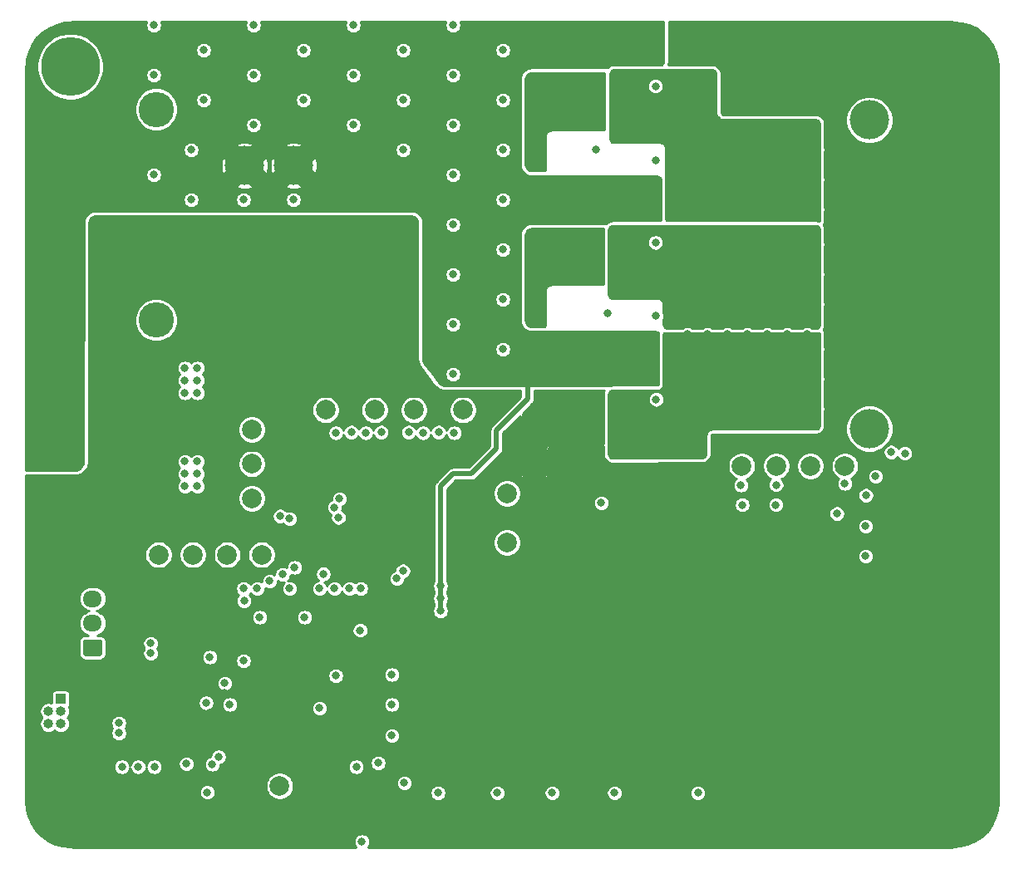
<source format=gbr>
%TF.GenerationSoftware,KiCad,Pcbnew,(5.1.8)-1*%
%TF.CreationDate,2021-03-04T12:58:26-05:00*%
%TF.ProjectId,DRV8353S_dev_board,44525638-3335-4335-935f-6465765f626f,rev?*%
%TF.SameCoordinates,Original*%
%TF.FileFunction,Copper,L2,Inr*%
%TF.FilePolarity,Positive*%
%FSLAX46Y46*%
G04 Gerber Fmt 4.6, Leading zero omitted, Abs format (unit mm)*
G04 Created by KiCad (PCBNEW (5.1.8)-1) date 2021-03-04 12:58:26*
%MOMM*%
%LPD*%
G01*
G04 APERTURE LIST*
%TA.AperFunction,ComponentPad*%
%ADD10C,6.000001*%
%TD*%
%TA.AperFunction,ComponentPad*%
%ADD11C,0.800000*%
%TD*%
%TA.AperFunction,WasherPad*%
%ADD12C,3.600000*%
%TD*%
%TA.AperFunction,ComponentPad*%
%ADD13C,4.000000*%
%TD*%
%TA.AperFunction,ComponentPad*%
%ADD14R,1.000000X1.000000*%
%TD*%
%TA.AperFunction,ComponentPad*%
%ADD15O,1.000000X1.000000*%
%TD*%
%TA.AperFunction,ComponentPad*%
%ADD16O,1.950000X1.700000*%
%TD*%
%TA.AperFunction,WasherPad*%
%ADD17C,4.000000*%
%TD*%
%TA.AperFunction,ComponentPad*%
%ADD18C,0.500000*%
%TD*%
%TA.AperFunction,ComponentPad*%
%ADD19C,2.000000*%
%TD*%
%TA.AperFunction,ViaPad*%
%ADD20C,0.800000*%
%TD*%
%TA.AperFunction,Conductor*%
%ADD21C,0.500000*%
%TD*%
%TA.AperFunction,Conductor*%
%ADD22C,0.254000*%
%TD*%
%TA.AperFunction,Conductor*%
%ADD23C,0.100000*%
%TD*%
G04 APERTURE END LIST*
D10*
%TO.N,GND*%
%TO.C,REF\u002A\u002A*%
X145000000Y-130000000D03*
D11*
%TO.N,N/C*%
X147250000Y-130000000D03*
X146590990Y-131590990D03*
X145000000Y-132250000D03*
X143409010Y-131590990D03*
X142750000Y-130000000D03*
X143409010Y-128409010D03*
X145000000Y-127750000D03*
X146590990Y-128409010D03*
%TD*%
%TO.N,N/C*%
%TO.C,REF\u002A\u002A*%
X56590990Y-128409010D03*
X55000000Y-127750000D03*
X53409010Y-128409010D03*
X52750000Y-130000000D03*
X53409010Y-131590990D03*
X55000000Y-132250000D03*
X56590990Y-131590990D03*
X57250000Y-130000000D03*
D10*
%TO.N,GND*%
X55000000Y-130000000D03*
%TD*%
%TO.N,GND*%
%TO.C,REF\u002A\u002A*%
X55000000Y-55000000D03*
D11*
%TO.N,N/C*%
X57250000Y-55000000D03*
X56590990Y-56590990D03*
X55000000Y-57250000D03*
X53409010Y-56590990D03*
X52750000Y-55000000D03*
X53409010Y-53409010D03*
X55000000Y-52750000D03*
X56590990Y-53409010D03*
%TD*%
%TO.N,N/C*%
%TO.C,REF\u002A\u002A*%
X146590990Y-53409010D03*
X145000000Y-52750000D03*
X143409010Y-53409010D03*
X142750000Y-55000000D03*
X143409010Y-56590990D03*
X145000000Y-57250000D03*
X146590990Y-56590990D03*
X147250000Y-55000000D03*
D10*
%TO.N,GND*%
X145000000Y-55000000D03*
%TD*%
D12*
%TO.N,*%
%TO.C,MOT_DC*%
X63754000Y-80835500D03*
D13*
%TO.N,GND*%
X72754000Y-75005500D03*
X77754000Y-75105500D03*
%TO.N,Vdrive*%
X72754000Y-65105500D03*
X77754000Y-65105500D03*
D12*
%TO.N,*%
X63754000Y-59375500D03*
%TD*%
D14*
%TO.N,/SWDIO*%
%TO.C,SWD*%
X54038500Y-119443500D03*
D15*
%TO.N,GND*%
X52768500Y-119443500D03*
%TO.N,/SWCLK*%
X54038500Y-120713500D03*
%TO.N,Net-(J3-Pad4)*%
X52768500Y-120713500D03*
%TO.N,Net-(D4-Pad2)*%
X54038500Y-121983500D03*
%TO.N,/~RESET_PB*%
X52768500Y-121983500D03*
%TD*%
D16*
%TO.N,GND*%
%TO.C,EXTERNAL UART*%
X57277000Y-106736500D03*
%TO.N,/EXT_UART_TX*%
X57277000Y-109236500D03*
%TO.N,/EXT_UART_RX*%
X57277000Y-111736500D03*
%TO.N,Net-(D5-Pad2)*%
%TA.AperFunction,ComponentPad*%
G36*
G01*
X58002000Y-115086500D02*
X56552000Y-115086500D01*
G75*
G02*
X56302000Y-114836500I0J250000D01*
G01*
X56302000Y-113636500D01*
G75*
G02*
X56552000Y-113386500I250000J0D01*
G01*
X58002000Y-113386500D01*
G75*
G02*
X58252000Y-113636500I0J-250000D01*
G01*
X58252000Y-114836500D01*
G75*
G02*
X58002000Y-115086500I-250000J0D01*
G01*
G37*
%TD.AperFunction*%
%TD*%
D17*
%TO.N,*%
%TO.C,MOT_AC*%
X136398000Y-60452000D03*
D13*
%TO.N,/MOT_C*%
X127398000Y-66182000D03*
X122398000Y-66182000D03*
%TO.N,/MOT_B*%
X127398000Y-76182000D03*
X122398000Y-76182000D03*
%TO.N,/MOT_A*%
X122398000Y-86182000D03*
X127398000Y-86182000D03*
D17*
%TO.N,*%
X136398000Y-91912000D03*
%TD*%
D18*
%TO.N,GND*%
%TO.C,U5*%
X89807000Y-104031000D03*
X88782000Y-104031000D03*
X87757000Y-104031000D03*
X86732000Y-104031000D03*
X85707000Y-104031000D03*
X89807000Y-103006000D03*
X88782000Y-103006000D03*
X87757000Y-103006000D03*
X86732000Y-103006000D03*
X85707000Y-103006000D03*
X89807000Y-101981000D03*
X88782000Y-101981000D03*
X87757000Y-101981000D03*
X86732000Y-101981000D03*
X85707000Y-101981000D03*
X89807000Y-100956000D03*
X88782000Y-100956000D03*
X87757000Y-100956000D03*
X86732000Y-100956000D03*
X85707000Y-100956000D03*
X89807000Y-99931000D03*
X88782000Y-99931000D03*
X87757000Y-99931000D03*
X86732000Y-99931000D03*
X85707000Y-99931000D03*
%TD*%
D19*
%TO.N,/I_PHASE_C*%
%TO.C,CURR_C*%
X73500000Y-92000000D03*
%TD*%
%TO.N,/I_PHASE_B*%
%TO.C,CURR_B*%
X73500000Y-95500000D03*
%TD*%
%TO.N,/~DRV8353_CS*%
%TO.C,CS*%
X74485000Y-104746000D03*
%TD*%
%TO.N,/MOSI*%
%TO.C,MOSI*%
X63985000Y-104746000D03*
%TD*%
%TO.N,/MISO*%
%TO.C,MISO*%
X67485000Y-104746000D03*
%TD*%
%TO.N,/I_PHASE_A*%
%TO.C,CURR_A*%
X73500000Y-99000000D03*
%TD*%
%TO.N,/SCLK*%
%TO.C,SCLK*%
X70985000Y-104746000D03*
%TD*%
%TO.N,/SPEED_PWM*%
%TO.C,SPEED PWM*%
X76327000Y-128333500D03*
%TD*%
%TO.N,/GATE_HI_A*%
%TO.C,HGA*%
X99500000Y-103500000D03*
%TD*%
%TO.N,/GATE_HI_B*%
%TO.C,HGB*%
X90000000Y-90000000D03*
%TD*%
%TO.N,/GATE_HI_C*%
%TO.C,HGC*%
X86000000Y-90000000D03*
%TD*%
%TO.N,/GATE_LO_A*%
%TO.C,LGA*%
X99500000Y-98500000D03*
%TD*%
%TO.N,/GATE_LO_B*%
%TO.C,LGB*%
X95000000Y-90000000D03*
%TD*%
%TO.N,/GATE_LO_C*%
%TO.C,LGC*%
X81000000Y-90000000D03*
%TD*%
%TO.N,/MOT_TEMP*%
%TO.C,TEMP*%
X133900000Y-95700000D03*
%TD*%
%TO.N,/HALLA*%
%TO.C,ENCA*%
X130400000Y-95700000D03*
%TD*%
%TO.N,/HALLB*%
%TO.C,ENCB*%
X126900000Y-95700000D03*
%TD*%
%TO.N,/HALLC*%
%TO.C,ENCC*%
X123400000Y-95700000D03*
%TD*%
D20*
%TO.N,GND*%
X82804000Y-125476000D03*
X60706000Y-87630000D03*
X80518000Y-115062000D03*
X72771000Y-110998000D03*
X58420000Y-83820000D03*
X107950000Y-59690000D03*
X106680000Y-59690000D03*
X105410000Y-59690000D03*
X104140000Y-59690000D03*
X63500000Y-50800000D03*
X73660000Y-50800000D03*
X83820000Y-50800000D03*
X93980000Y-50800000D03*
X99060000Y-53340000D03*
X88900000Y-53340000D03*
X78740000Y-53340000D03*
X68580000Y-53340000D03*
X68580000Y-58420000D03*
X78740000Y-58420000D03*
X83820000Y-55880000D03*
X73660000Y-55880000D03*
X63500000Y-55880000D03*
X93980000Y-55880000D03*
X99060000Y-58420000D03*
X88900000Y-58420000D03*
X93980000Y-60960000D03*
X99060000Y-63500000D03*
X88900000Y-63500000D03*
X63500000Y-66040000D03*
X93980000Y-66040000D03*
X99060000Y-68580000D03*
X99060000Y-73660000D03*
X93980000Y-71120000D03*
X93980000Y-76200000D03*
X99060000Y-78740000D03*
X93980000Y-81280000D03*
X99060000Y-83820000D03*
X93980000Y-86360000D03*
X67310000Y-63500000D03*
X104140000Y-60960000D03*
X105410000Y-60960000D03*
X106680000Y-60960000D03*
X107950000Y-60960000D03*
X102870000Y-75565000D03*
X104140000Y-75565000D03*
X105410000Y-75565000D03*
X106680000Y-75565000D03*
X107950000Y-75565000D03*
X102870000Y-76835000D03*
X104140000Y-76835000D03*
X105410000Y-76835000D03*
X106680000Y-76835000D03*
X107950000Y-76835000D03*
X102870000Y-91440000D03*
X104140000Y-91440000D03*
X105410000Y-91440000D03*
X106680000Y-91440000D03*
X107950000Y-91440000D03*
X107950000Y-92710000D03*
X106680000Y-92710000D03*
X105410000Y-92710000D03*
X104140000Y-92710000D03*
X102870000Y-92710000D03*
X102870000Y-59690000D03*
X73660000Y-60960000D03*
X83820000Y-60960000D03*
X81280000Y-74930000D03*
X82550000Y-74930000D03*
X83820000Y-74930000D03*
X85090000Y-74930000D03*
X86360000Y-74930000D03*
X87630000Y-74930000D03*
X87630000Y-73660000D03*
X87630000Y-72390000D03*
X87630000Y-71120000D03*
X80010000Y-72390000D03*
X80010000Y-71120000D03*
X81280000Y-76200000D03*
X82550000Y-76200000D03*
X83820000Y-76200000D03*
X85090000Y-76200000D03*
X86360000Y-76200000D03*
X87630000Y-76200000D03*
X88900000Y-71120000D03*
X88900000Y-72390000D03*
X88900000Y-73660000D03*
X88900000Y-74930000D03*
X88900000Y-83820000D03*
X83820000Y-83820000D03*
X78740000Y-83820000D03*
X73660000Y-83820000D03*
X68580000Y-83820000D03*
X63500000Y-83820000D03*
X60960000Y-81280000D03*
X66294000Y-81280000D03*
X71120000Y-81280000D03*
X76200000Y-81280000D03*
X81280000Y-81280000D03*
X86360000Y-81280000D03*
X88900000Y-78740000D03*
X83820000Y-78740000D03*
X78740000Y-78740000D03*
X73660000Y-78740000D03*
X68580000Y-78740000D03*
X58420000Y-78740000D03*
X60960000Y-76200000D03*
X66040000Y-76200000D03*
X58420000Y-73660000D03*
X63500000Y-73660000D03*
X68580000Y-73660000D03*
X60960000Y-71120000D03*
X66040000Y-71120000D03*
X71120000Y-71120000D03*
X76200000Y-71120000D03*
X95504000Y-92329000D03*
X79502000Y-92329000D03*
X102870000Y-60960000D03*
X88519000Y-110617000D03*
X90551000Y-110617000D03*
X68072000Y-111887000D03*
X69596000Y-111887000D03*
X82042000Y-119253000D03*
X70739000Y-118872000D03*
X61976000Y-89662000D03*
X58928000Y-90424000D03*
X58928000Y-100076000D03*
X61976000Y-99187000D03*
X64516000Y-92329000D03*
X66675000Y-91186000D03*
X62357000Y-91059000D03*
X64643000Y-101219000D03*
X66548000Y-99949000D03*
X62611000Y-100076000D03*
X58928000Y-94107000D03*
X142900000Y-95225000D03*
X141478000Y-106172000D03*
X66611500Y-132016500D03*
X69215000Y-113728500D03*
X69151500Y-120840500D03*
X60769500Y-97028000D03*
X76517500Y-103695500D03*
X73723500Y-128587500D03*
X77030858Y-123004858D03*
X90614500Y-132842000D03*
X96774000Y-132842000D03*
X102489000Y-132842000D03*
X108775500Y-132842000D03*
X114744500Y-132778500D03*
X118935500Y-130556000D03*
X110490000Y-130556000D03*
X104076500Y-130556000D03*
X98488500Y-130556000D03*
X92456000Y-130556000D03*
X87757000Y-124523500D03*
X76327000Y-117983000D03*
X97790000Y-107442000D03*
X88392000Y-114300000D03*
X87720000Y-118414800D03*
X87720000Y-121602500D03*
X67310000Y-68580000D03*
X77724000Y-68580000D03*
X72644000Y-68580000D03*
X114300000Y-111760000D03*
X124460000Y-116840000D03*
X134620000Y-111760000D03*
X124460000Y-104140000D03*
X139700000Y-83820000D03*
X137160000Y-73660000D03*
X147320000Y-68580000D03*
X132080000Y-55880000D03*
X137160000Y-53340000D03*
X121920000Y-53340000D03*
X147320000Y-91440000D03*
X144780000Y-121920000D03*
X53340000Y-109220000D03*
X111887000Y-118618000D03*
X100965000Y-121666000D03*
X97790000Y-116332000D03*
X105537000Y-106299000D03*
X115697000Y-104267000D03*
X147066000Y-84074000D03*
X144526000Y-77597000D03*
X137668000Y-65532000D03*
X143510000Y-59309000D03*
X52451000Y-125984000D03*
X60579000Y-118491000D03*
X52832000Y-113157000D03*
X59944000Y-106934000D03*
X52578000Y-100711000D03*
X82423000Y-130937000D03*
%TO.N,Vdrive*%
X68580000Y-50800000D03*
X78740000Y-50800000D03*
X88900000Y-50800000D03*
X99060000Y-50800000D03*
X63500000Y-53340000D03*
X73660000Y-53340000D03*
X83820000Y-53340000D03*
X93980000Y-53340000D03*
X68580000Y-55880000D03*
X78740000Y-55880000D03*
X88900000Y-55880000D03*
X99060000Y-55880000D03*
X93980000Y-58420000D03*
X83820000Y-58420000D03*
X73660000Y-58420000D03*
X88900000Y-60960000D03*
X99060000Y-60960000D03*
X93980000Y-63500000D03*
X63500000Y-63500000D03*
X99060000Y-66040000D03*
X88900000Y-66040000D03*
X63500000Y-68580000D03*
X93980000Y-68580000D03*
X99060000Y-71120000D03*
X93980000Y-73660000D03*
X99060000Y-76200000D03*
X93980000Y-78740000D03*
X99060000Y-81280000D03*
X93980000Y-83820000D03*
X99060000Y-86360000D03*
X67310000Y-66040000D03*
X101600000Y-52070000D03*
X101600000Y-53340000D03*
X109855000Y-53340000D03*
X109855000Y-52070000D03*
X101600000Y-66675000D03*
X101600000Y-67945000D03*
X101600000Y-69215000D03*
X101600000Y-70485000D03*
X109855000Y-66675000D03*
X109855000Y-67945000D03*
X109855000Y-69215000D03*
X109855000Y-70485000D03*
X101600000Y-82550000D03*
X101600000Y-83820000D03*
X101600000Y-85090000D03*
X101600000Y-86360000D03*
X109855000Y-82550000D03*
X109855000Y-83820000D03*
X109855000Y-85090000D03*
X109855000Y-86360000D03*
X68580000Y-60960000D03*
X78740000Y-60960000D03*
X69850000Y-68580000D03*
X74930000Y-68580000D03*
X80010000Y-68580000D03*
X101600000Y-54356000D03*
X109855000Y-54229000D03*
X92710000Y-107950000D03*
X92710000Y-109220000D03*
X92710000Y-110490000D03*
X58420000Y-50800000D03*
X81280000Y-65024000D03*
X82550000Y-65024000D03*
X83820000Y-65024000D03*
X85090000Y-65024000D03*
X86360000Y-65024000D03*
X87630000Y-66040000D03*
X87630000Y-67056000D03*
X87630000Y-68072000D03*
X88900000Y-67056000D03*
X87630000Y-69088000D03*
X88900000Y-68072000D03*
X88900000Y-69088000D03*
X87630000Y-65024000D03*
X87630000Y-64008000D03*
X86360000Y-64008000D03*
X85090000Y-64008000D03*
X83820000Y-64008000D03*
X82550000Y-64008000D03*
X81280000Y-64008000D03*
%TO.N,/~RESET_PB*%
X89027000Y-128016000D03*
X86360000Y-125984000D03*
%TO.N,+3V3*%
X63182500Y-113792000D03*
X63182500Y-114808000D03*
X80391000Y-120396000D03*
X78867000Y-111125000D03*
X74295000Y-111125000D03*
X82042000Y-117094000D03*
X72644000Y-115570000D03*
X66675000Y-95250000D03*
X67945000Y-95250000D03*
X67945000Y-96520000D03*
X66675000Y-96520000D03*
X66675000Y-97790000D03*
X67945000Y-97790000D03*
X138620500Y-94297500D03*
X59944000Y-121920000D03*
X59944000Y-122936000D03*
X60261500Y-126365000D03*
X61912500Y-126365000D03*
X63563500Y-126365000D03*
X68961000Y-128968500D03*
X68838989Y-119846580D03*
X69215000Y-115189000D03*
X118935500Y-129032000D03*
X110426500Y-129032000D03*
X104076500Y-129032000D03*
X98488500Y-129032000D03*
X92456000Y-129032000D03*
%TO.N,+5V*%
X66675000Y-85725000D03*
X67945000Y-85725000D03*
X66675000Y-86995000D03*
X67945000Y-86995000D03*
X67945000Y-88265000D03*
X66675000Y-88265000D03*
X140017500Y-94424500D03*
X84709000Y-133985000D03*
%TO.N,/~DRV8353_FAULT*%
X72707500Y-109461000D03*
X66818000Y-126063500D03*
%TO.N,/DRV8353_EN*%
X84582000Y-108204000D03*
X72644000Y-108204000D03*
%TO.N,/~BRAKE*%
X88889696Y-106407130D03*
X76381474Y-100817279D03*
%TO.N,/DIRECTION*%
X88265000Y-107188000D03*
X77343000Y-101092000D03*
%TO.N,/~LED_SPEED*%
X71247000Y-120015000D03*
X70104000Y-125349000D03*
%TO.N,/~SYS_FAULT*%
X70739000Y-117856000D03*
X69463814Y-126117223D03*
%TO.N,/MOT_TEMP*%
X133900000Y-97494000D03*
X133089937Y-100569040D03*
%TO.N,/MOT_A*%
X115824000Y-93472000D03*
X115824000Y-92456000D03*
X115824000Y-91440000D03*
X115824000Y-90424000D03*
X115824000Y-89408000D03*
X115824000Y-88392000D03*
X115824000Y-94488000D03*
X117856000Y-94488000D03*
X116840000Y-92964000D03*
X118872000Y-92964000D03*
X117856000Y-91440000D03*
X119888000Y-91440000D03*
X121920000Y-91440000D03*
X123952000Y-91440000D03*
X125984000Y-91440000D03*
X128016000Y-91440000D03*
X130048000Y-91440000D03*
X129032000Y-89916000D03*
X127000000Y-89916000D03*
X124968000Y-89916000D03*
X122936000Y-89916000D03*
X120904000Y-89916000D03*
X118872000Y-89916000D03*
X116840000Y-89916000D03*
X117856000Y-88392000D03*
X119888000Y-88392000D03*
X123952000Y-88392000D03*
X125984000Y-88392000D03*
X130048000Y-88392000D03*
X116840000Y-86868000D03*
X118872000Y-86868000D03*
X124968000Y-86868000D03*
X117856000Y-85344000D03*
X119888000Y-85344000D03*
X130048000Y-85344000D03*
X131064000Y-86868000D03*
X131064000Y-89916000D03*
X116840000Y-83820000D03*
X118872000Y-83820000D03*
X120904000Y-83820000D03*
X124968000Y-83820000D03*
X129032000Y-83820000D03*
X131064000Y-83820000D03*
X130048000Y-82296000D03*
X128016000Y-82296000D03*
X125984000Y-82296000D03*
X123952000Y-82296000D03*
X121920000Y-82296000D03*
X119888000Y-82296000D03*
X117856000Y-82296000D03*
%TO.N,/MOT_B*%
X115824000Y-71628000D03*
X115824000Y-72644000D03*
X115824000Y-73660000D03*
X115824000Y-74676000D03*
X115824000Y-75692000D03*
X115824000Y-76708000D03*
X115824000Y-77724000D03*
X115824000Y-78740000D03*
X117856000Y-71628000D03*
X119888000Y-71628000D03*
X121920000Y-71628000D03*
X123952000Y-71628000D03*
X125984000Y-71628000D03*
X128016000Y-71628000D03*
X130048000Y-71628000D03*
X116840000Y-73152000D03*
X118872000Y-73152000D03*
X120904000Y-73152000D03*
X122936000Y-73152000D03*
X124968000Y-73152000D03*
X127000000Y-73152000D03*
X129032000Y-73152000D03*
X131064000Y-73152000D03*
X130048000Y-74676000D03*
X119888000Y-74676000D03*
X117856000Y-74676000D03*
X116840000Y-76200000D03*
X118872000Y-76200000D03*
X131064000Y-76200000D03*
X117856000Y-77724000D03*
X119888000Y-77724000D03*
X124968000Y-77724000D03*
X130048000Y-77724000D03*
X131064000Y-79248000D03*
X129032000Y-79248000D03*
X127000000Y-79248000D03*
X116840000Y-79248000D03*
X118872000Y-79248000D03*
X120904000Y-79248000D03*
X122936000Y-79248000D03*
X124968000Y-79248000D03*
X117856000Y-80772000D03*
X119888000Y-80772000D03*
X121920000Y-80772000D03*
X123952000Y-80772000D03*
X125984000Y-80772000D03*
X128016000Y-80772000D03*
X130048000Y-80772000D03*
X115824000Y-80772000D03*
X90932000Y-92329000D03*
%TO.N,/MOT_C*%
X115824000Y-56896000D03*
X115824000Y-57912000D03*
X115824000Y-58928000D03*
X115824000Y-59944000D03*
X115824000Y-60960000D03*
X115824000Y-61976000D03*
X115824000Y-55880000D03*
X117856000Y-55880000D03*
X119888000Y-55880000D03*
X118872000Y-57404000D03*
X117856000Y-58928000D03*
X119888000Y-58928000D03*
X118872000Y-60452000D03*
X120904000Y-60452000D03*
X117856000Y-61976000D03*
X119888000Y-61976000D03*
X121920000Y-61976000D03*
X116840000Y-63500000D03*
X118872000Y-63500000D03*
X120904000Y-63500000D03*
X122936000Y-63500000D03*
X123952000Y-61976000D03*
X125984000Y-61976000D03*
X128016000Y-61976000D03*
X130048000Y-61976000D03*
X124968000Y-63500000D03*
X127000000Y-63500000D03*
X129032000Y-63500000D03*
X131064000Y-63500000D03*
X117856000Y-65024000D03*
X119888000Y-65024000D03*
X130048000Y-65024000D03*
X131064000Y-66548000D03*
X118872000Y-66548000D03*
X116840000Y-66548000D03*
X117856000Y-68072000D03*
X119888000Y-68072000D03*
X130048000Y-68072000D03*
X116840000Y-69596000D03*
X118872000Y-69596000D03*
X120904000Y-69596000D03*
X122936000Y-69596000D03*
X124968000Y-69596000D03*
X127000000Y-69596000D03*
X129032000Y-69596000D03*
X131064000Y-69596000D03*
X123952000Y-68580000D03*
X125984000Y-68580000D03*
X85090000Y-92329000D03*
%TO.N,/GATE_HI_A*%
X109093000Y-99473010D03*
X114681000Y-88926000D03*
%TO.N,/GATE_HI_B*%
X89471500Y-92265500D03*
X114617500Y-72937500D03*
%TO.N,/SHUNT_POS_B*%
X94107000Y-92329000D03*
X109728000Y-80137000D03*
%TO.N,/GATE_LO_B*%
X92519500Y-92265500D03*
X114681000Y-80430500D03*
%TO.N,/GATE_HI_C*%
X86677500Y-92265500D03*
X114617500Y-56999000D03*
%TO.N,/GATE_LO_C*%
X83629500Y-92265500D03*
X114617500Y-64555500D03*
%TO.N,/SHUNT_POS_C*%
X82042000Y-92329000D03*
X108563000Y-63500000D03*
%TO.N,/SCLK*%
X81915000Y-108204000D03*
X76632816Y-106752165D03*
%TO.N,/MISO*%
X80391000Y-108204000D03*
X80772000Y-106717000D03*
X75311000Y-107442000D03*
%TO.N,/MOSI*%
X77343000Y-108204000D03*
X74041000Y-108204000D03*
%TO.N,/~DRV8353_CS*%
X83439000Y-108204000D03*
X77851000Y-106045000D03*
%TO.N,/SPEED_PWM*%
X84518500Y-112458500D03*
X84137500Y-126365000D03*
%TO.N,/HALLB*%
X126900000Y-97636000D03*
X126873000Y-99669020D03*
%TO.N,/HALLC*%
X123317000Y-97663000D03*
X123444000Y-99669020D03*
%TO.N,/I_PHASE_A*%
X87757000Y-116967000D03*
X82310139Y-100956000D03*
%TO.N,/I_PHASE_B*%
X87757000Y-120015000D03*
X81908503Y-99917495D03*
%TO.N,/I_PHASE_C*%
X87757000Y-123190000D03*
X82423000Y-99060000D03*
%TO.N,Net-(C36-Pad1)*%
X136042500Y-98704500D03*
X136017000Y-101854000D03*
X136017000Y-104902000D03*
X137033000Y-96774000D03*
%TD*%
D21*
%TO.N,Vdrive*%
X92710000Y-110490000D02*
X92710000Y-107950000D01*
X92710000Y-107950000D02*
X92710000Y-97790000D01*
X92710000Y-97790000D02*
X93980000Y-96520000D01*
X93980000Y-96520000D02*
X95885000Y-96520000D01*
X98425000Y-93980000D02*
X98425000Y-92075000D01*
X95885000Y-96520000D02*
X98425000Y-93980000D01*
X101600000Y-88900000D02*
X101600000Y-86360000D01*
X98425000Y-92075000D02*
X101600000Y-88900000D01*
%TD*%
D22*
%TO.N,GND*%
X109431653Y-55689266D02*
X109428000Y-55745000D01*
X109428000Y-61457293D01*
X109346672Y-61468000D01*
X104005000Y-61468000D01*
X103988423Y-61469086D01*
X103859013Y-61486123D01*
X103826989Y-61494704D01*
X103706399Y-61544654D01*
X103677687Y-61561232D01*
X103574134Y-61640692D01*
X103550692Y-61664134D01*
X103471232Y-61767687D01*
X103454654Y-61796399D01*
X103404704Y-61916989D01*
X103396123Y-61949013D01*
X103379086Y-62078423D01*
X103378000Y-62095000D01*
X103378000Y-65531672D01*
X103367293Y-65613000D01*
X101985979Y-65613000D01*
X101853615Y-65599963D01*
X101746510Y-65567473D01*
X101647810Y-65514717D01*
X101561289Y-65443711D01*
X101490283Y-65357190D01*
X101437527Y-65258490D01*
X101405037Y-65151385D01*
X101392000Y-65019021D01*
X101392000Y-56265979D01*
X101405037Y-56133615D01*
X101437527Y-56026510D01*
X101490283Y-55927810D01*
X101561289Y-55841289D01*
X101647810Y-55770283D01*
X101746510Y-55717527D01*
X101853615Y-55685037D01*
X101985979Y-55672000D01*
X109433926Y-55672000D01*
X109431653Y-55689266D01*
%TA.AperFunction,Conductor*%
D23*
G36*
X109431653Y-55689266D02*
G01*
X109428000Y-55745000D01*
X109428000Y-61457293D01*
X109346672Y-61468000D01*
X104005000Y-61468000D01*
X103988423Y-61469086D01*
X103859013Y-61486123D01*
X103826989Y-61494704D01*
X103706399Y-61544654D01*
X103677687Y-61561232D01*
X103574134Y-61640692D01*
X103550692Y-61664134D01*
X103471232Y-61767687D01*
X103454654Y-61796399D01*
X103404704Y-61916989D01*
X103396123Y-61949013D01*
X103379086Y-62078423D01*
X103378000Y-62095000D01*
X103378000Y-65531672D01*
X103367293Y-65613000D01*
X101985979Y-65613000D01*
X101853615Y-65599963D01*
X101746510Y-65567473D01*
X101647810Y-65514717D01*
X101561289Y-65443711D01*
X101490283Y-65357190D01*
X101437527Y-65258490D01*
X101405037Y-65151385D01*
X101392000Y-65019021D01*
X101392000Y-56265979D01*
X101405037Y-56133615D01*
X101437527Y-56026510D01*
X101490283Y-55927810D01*
X101561289Y-55841289D01*
X101647810Y-55770283D01*
X101746510Y-55717527D01*
X101853615Y-55685037D01*
X101985979Y-55672000D01*
X109433926Y-55672000D01*
X109431653Y-55689266D01*
G37*
%TD.AperFunction*%
%TD*%
D22*
%TO.N,GND*%
X109304653Y-71564266D02*
X109301000Y-71620000D01*
X109301000Y-77216000D01*
X104005000Y-77216000D01*
X103988423Y-77217086D01*
X103859013Y-77234123D01*
X103826989Y-77242704D01*
X103706399Y-77292654D01*
X103677687Y-77309232D01*
X103574134Y-77388692D01*
X103550692Y-77412134D01*
X103471232Y-77515687D01*
X103454654Y-77544399D01*
X103404704Y-77664989D01*
X103396123Y-77697013D01*
X103379086Y-77826423D01*
X103378000Y-77843000D01*
X103378000Y-81279672D01*
X103364231Y-81384257D01*
X103327077Y-81473955D01*
X103316300Y-81488000D01*
X101985979Y-81488000D01*
X101853615Y-81474963D01*
X101746510Y-81442473D01*
X101647810Y-81389717D01*
X101561289Y-81318711D01*
X101490283Y-81232190D01*
X101437527Y-81133490D01*
X101405037Y-81026385D01*
X101392000Y-80894021D01*
X101392000Y-72140979D01*
X101405037Y-72008615D01*
X101437527Y-71901510D01*
X101490283Y-71802810D01*
X101561289Y-71716289D01*
X101647810Y-71645283D01*
X101746510Y-71592527D01*
X101853615Y-71560037D01*
X101985979Y-71547000D01*
X109306926Y-71547000D01*
X109304653Y-71564266D01*
%TA.AperFunction,Conductor*%
D23*
G36*
X109304653Y-71564266D02*
G01*
X109301000Y-71620000D01*
X109301000Y-77216000D01*
X104005000Y-77216000D01*
X103988423Y-77217086D01*
X103859013Y-77234123D01*
X103826989Y-77242704D01*
X103706399Y-77292654D01*
X103677687Y-77309232D01*
X103574134Y-77388692D01*
X103550692Y-77412134D01*
X103471232Y-77515687D01*
X103454654Y-77544399D01*
X103404704Y-77664989D01*
X103396123Y-77697013D01*
X103379086Y-77826423D01*
X103378000Y-77843000D01*
X103378000Y-81279672D01*
X103364231Y-81384257D01*
X103327077Y-81473955D01*
X103316300Y-81488000D01*
X101985979Y-81488000D01*
X101853615Y-81474963D01*
X101746510Y-81442473D01*
X101647810Y-81389717D01*
X101561289Y-81318711D01*
X101490283Y-81232190D01*
X101437527Y-81133490D01*
X101405037Y-81026385D01*
X101392000Y-80894021D01*
X101392000Y-72140979D01*
X101405037Y-72008615D01*
X101437527Y-71901510D01*
X101490283Y-71802810D01*
X101561289Y-71716289D01*
X101647810Y-71645283D01*
X101746510Y-71592527D01*
X101853615Y-71560037D01*
X101985979Y-71547000D01*
X109306926Y-71547000D01*
X109304653Y-71564266D01*
G37*
%TD.AperFunction*%
%TD*%
D22*
%TO.N,GND*%
X109350540Y-88091184D02*
X109321690Y-88198856D01*
X109304653Y-88328266D01*
X109301000Y-88384000D01*
X109301000Y-93461293D01*
X109219672Y-93472000D01*
X104005000Y-93472000D01*
X103988423Y-93473086D01*
X103859013Y-93490123D01*
X103826989Y-93498704D01*
X103706399Y-93548654D01*
X103677687Y-93565232D01*
X103574134Y-93644692D01*
X103550692Y-93668134D01*
X103471232Y-93771687D01*
X103454654Y-93800399D01*
X103404704Y-93920989D01*
X103396123Y-93953013D01*
X103379086Y-94082423D01*
X103378000Y-94099000D01*
X103378000Y-96519672D01*
X103364231Y-96624257D01*
X103327077Y-96713955D01*
X103267976Y-96790976D01*
X103190955Y-96850077D01*
X103101257Y-96887231D01*
X102996672Y-96901000D01*
X101473328Y-96901000D01*
X101368743Y-96887231D01*
X101279045Y-96850077D01*
X101202024Y-96790976D01*
X101142923Y-96713955D01*
X101105769Y-96624257D01*
X101092000Y-96519672D01*
X101092000Y-90365422D01*
X102055200Y-89402222D01*
X102081026Y-89381027D01*
X102165628Y-89277941D01*
X102228492Y-89160330D01*
X102267204Y-89032715D01*
X102277000Y-88933252D01*
X102277000Y-88933243D01*
X102280274Y-88900001D01*
X102277000Y-88866759D01*
X102277000Y-88057000D01*
X109364699Y-88057000D01*
X109350540Y-88091184D01*
%TA.AperFunction,Conductor*%
D23*
G36*
X109350540Y-88091184D02*
G01*
X109321690Y-88198856D01*
X109304653Y-88328266D01*
X109301000Y-88384000D01*
X109301000Y-93461293D01*
X109219672Y-93472000D01*
X104005000Y-93472000D01*
X103988423Y-93473086D01*
X103859013Y-93490123D01*
X103826989Y-93498704D01*
X103706399Y-93548654D01*
X103677687Y-93565232D01*
X103574134Y-93644692D01*
X103550692Y-93668134D01*
X103471232Y-93771687D01*
X103454654Y-93800399D01*
X103404704Y-93920989D01*
X103396123Y-93953013D01*
X103379086Y-94082423D01*
X103378000Y-94099000D01*
X103378000Y-96519672D01*
X103364231Y-96624257D01*
X103327077Y-96713955D01*
X103267976Y-96790976D01*
X103190955Y-96850077D01*
X103101257Y-96887231D01*
X102996672Y-96901000D01*
X101473328Y-96901000D01*
X101368743Y-96887231D01*
X101279045Y-96850077D01*
X101202024Y-96790976D01*
X101142923Y-96713955D01*
X101105769Y-96624257D01*
X101092000Y-96519672D01*
X101092000Y-90365422D01*
X102055200Y-89402222D01*
X102081026Y-89381027D01*
X102165628Y-89277941D01*
X102228492Y-89160330D01*
X102267204Y-89032715D01*
X102277000Y-88933252D01*
X102277000Y-88933243D01*
X102280274Y-88900001D01*
X102277000Y-88866759D01*
X102277000Y-88057000D01*
X109364699Y-88057000D01*
X109350540Y-88091184D01*
G37*
%TD.AperFunction*%
%TD*%
D22*
%TO.N,Vdrive*%
X62704782Y-50558773D02*
X62673000Y-50718548D01*
X62673000Y-50881452D01*
X62704782Y-51041227D01*
X62767123Y-51191731D01*
X62857628Y-51327181D01*
X62972819Y-51442372D01*
X63108269Y-51532877D01*
X63258773Y-51595218D01*
X63418548Y-51627000D01*
X63581452Y-51627000D01*
X63741227Y-51595218D01*
X63891731Y-51532877D01*
X64027181Y-51442372D01*
X64142372Y-51327181D01*
X64232877Y-51191731D01*
X64295218Y-51041227D01*
X64327000Y-50881452D01*
X64327000Y-50718548D01*
X64295218Y-50558773D01*
X64250991Y-50452000D01*
X72909009Y-50452000D01*
X72864782Y-50558773D01*
X72833000Y-50718548D01*
X72833000Y-50881452D01*
X72864782Y-51041227D01*
X72927123Y-51191731D01*
X73017628Y-51327181D01*
X73132819Y-51442372D01*
X73268269Y-51532877D01*
X73418773Y-51595218D01*
X73578548Y-51627000D01*
X73741452Y-51627000D01*
X73901227Y-51595218D01*
X74051731Y-51532877D01*
X74187181Y-51442372D01*
X74302372Y-51327181D01*
X74392877Y-51191731D01*
X74455218Y-51041227D01*
X74487000Y-50881452D01*
X74487000Y-50718548D01*
X74455218Y-50558773D01*
X74410991Y-50452000D01*
X83069009Y-50452000D01*
X83024782Y-50558773D01*
X82993000Y-50718548D01*
X82993000Y-50881452D01*
X83024782Y-51041227D01*
X83087123Y-51191731D01*
X83177628Y-51327181D01*
X83292819Y-51442372D01*
X83428269Y-51532877D01*
X83578773Y-51595218D01*
X83738548Y-51627000D01*
X83901452Y-51627000D01*
X84061227Y-51595218D01*
X84211731Y-51532877D01*
X84347181Y-51442372D01*
X84462372Y-51327181D01*
X84552877Y-51191731D01*
X84615218Y-51041227D01*
X84647000Y-50881452D01*
X84647000Y-50718548D01*
X84615218Y-50558773D01*
X84570991Y-50452000D01*
X93229009Y-50452000D01*
X93184782Y-50558773D01*
X93153000Y-50718548D01*
X93153000Y-50881452D01*
X93184782Y-51041227D01*
X93247123Y-51191731D01*
X93337628Y-51327181D01*
X93452819Y-51442372D01*
X93588269Y-51532877D01*
X93738773Y-51595218D01*
X93898548Y-51627000D01*
X94061452Y-51627000D01*
X94221227Y-51595218D01*
X94371731Y-51532877D01*
X94507181Y-51442372D01*
X94622372Y-51327181D01*
X94712877Y-51191731D01*
X94775218Y-51041227D01*
X94807000Y-50881452D01*
X94807000Y-50718548D01*
X94775218Y-50558773D01*
X94730991Y-50452000D01*
X115443000Y-50452000D01*
X115443000Y-54238766D01*
X115425624Y-54415189D01*
X115375978Y-54578850D01*
X115295362Y-54729672D01*
X115222873Y-54818000D01*
X110355000Y-54818000D01*
X110299266Y-54821653D01*
X110169856Y-54838690D01*
X110062184Y-54867540D01*
X109941594Y-54917490D01*
X109845057Y-54973227D01*
X109741504Y-55052687D01*
X109676191Y-55118000D01*
X101965000Y-55118000D01*
X101952552Y-55118612D01*
X101757462Y-55137827D01*
X101733044Y-55142683D01*
X101545451Y-55199588D01*
X101522450Y-55209116D01*
X101349563Y-55301526D01*
X101328862Y-55315358D01*
X101177325Y-55439721D01*
X101159721Y-55457325D01*
X101035358Y-55608862D01*
X101021526Y-55629563D01*
X100929116Y-55802450D01*
X100919588Y-55825451D01*
X100862683Y-56013044D01*
X100857827Y-56037462D01*
X100838612Y-56232552D01*
X100838000Y-56245000D01*
X100838000Y-65040000D01*
X100838612Y-65052448D01*
X100857827Y-65247538D01*
X100862683Y-65271956D01*
X100919588Y-65459549D01*
X100929116Y-65482550D01*
X101021526Y-65655437D01*
X101035358Y-65676138D01*
X101159721Y-65827675D01*
X101177325Y-65845279D01*
X101328862Y-65969642D01*
X101349563Y-65983474D01*
X101522450Y-66075884D01*
X101545451Y-66085412D01*
X101733044Y-66142317D01*
X101757462Y-66147173D01*
X101952552Y-66166388D01*
X101965000Y-66167000D01*
X114563766Y-66167000D01*
X114740189Y-66184376D01*
X114903850Y-66234022D01*
X115054672Y-66314638D01*
X115143000Y-66387127D01*
X115143000Y-70620000D01*
X115146653Y-70675734D01*
X115148926Y-70693000D01*
X110228000Y-70693000D01*
X110172266Y-70696653D01*
X110042856Y-70713690D01*
X109935184Y-70742540D01*
X109814594Y-70792490D01*
X109718057Y-70848227D01*
X109614504Y-70927687D01*
X109549191Y-70993000D01*
X101965000Y-70993000D01*
X101952552Y-70993612D01*
X101757462Y-71012827D01*
X101733044Y-71017683D01*
X101545451Y-71074588D01*
X101522450Y-71084116D01*
X101349563Y-71176526D01*
X101328862Y-71190358D01*
X101177325Y-71314721D01*
X101159721Y-71332325D01*
X101035358Y-71483862D01*
X101021526Y-71504563D01*
X100929116Y-71677450D01*
X100919588Y-71700451D01*
X100862683Y-71888044D01*
X100857827Y-71912462D01*
X100838612Y-72107552D01*
X100838000Y-72120000D01*
X100838000Y-80915000D01*
X100838612Y-80927448D01*
X100857827Y-81122538D01*
X100862683Y-81146956D01*
X100919588Y-81334549D01*
X100929116Y-81357550D01*
X101021526Y-81530437D01*
X101035358Y-81551138D01*
X101159721Y-81702675D01*
X101177325Y-81720279D01*
X101328862Y-81844642D01*
X101349563Y-81858474D01*
X101522450Y-81950884D01*
X101545451Y-81960412D01*
X101733044Y-82017317D01*
X101757462Y-82022173D01*
X101952552Y-82041388D01*
X101965000Y-82042000D01*
X114563766Y-82042000D01*
X114740189Y-82059376D01*
X114903850Y-82109022D01*
X114908548Y-82111533D01*
X114892653Y-82232266D01*
X114889000Y-82288000D01*
X114889000Y-87356014D01*
X114882954Y-87401939D01*
X114876028Y-87418659D01*
X114865014Y-87433014D01*
X114850659Y-87444028D01*
X114833939Y-87450954D01*
X114788014Y-87457000D01*
X110228000Y-87457000D01*
X110172266Y-87460653D01*
X110042856Y-87477690D01*
X109948396Y-87503000D01*
X93215889Y-87503000D01*
X93049121Y-87487492D01*
X92893762Y-87443122D01*
X92749246Y-87370864D01*
X92620535Y-87273198D01*
X92508065Y-87149086D01*
X91855162Y-86278548D01*
X93153000Y-86278548D01*
X93153000Y-86441452D01*
X93184782Y-86601227D01*
X93247123Y-86751731D01*
X93337628Y-86887181D01*
X93452819Y-87002372D01*
X93588269Y-87092877D01*
X93738773Y-87155218D01*
X93898548Y-87187000D01*
X94061452Y-87187000D01*
X94221227Y-87155218D01*
X94371731Y-87092877D01*
X94507181Y-87002372D01*
X94622372Y-86887181D01*
X94712877Y-86751731D01*
X94775218Y-86601227D01*
X94807000Y-86441452D01*
X94807000Y-86278548D01*
X94775218Y-86118773D01*
X94712877Y-85968269D01*
X94622372Y-85832819D01*
X94507181Y-85717628D01*
X94371731Y-85627123D01*
X94221227Y-85564782D01*
X94061452Y-85533000D01*
X93898548Y-85533000D01*
X93738773Y-85564782D01*
X93588269Y-85627123D01*
X93452819Y-85717628D01*
X93337628Y-85832819D01*
X93247123Y-85968269D01*
X93184782Y-86118773D01*
X93153000Y-86278548D01*
X91855162Y-86278548D01*
X91110689Y-85285919D01*
X91011778Y-85119499D01*
X90952723Y-84942334D01*
X90932000Y-84749852D01*
X90932000Y-83738548D01*
X98233000Y-83738548D01*
X98233000Y-83901452D01*
X98264782Y-84061227D01*
X98327123Y-84211731D01*
X98417628Y-84347181D01*
X98532819Y-84462372D01*
X98668269Y-84552877D01*
X98818773Y-84615218D01*
X98978548Y-84647000D01*
X99141452Y-84647000D01*
X99301227Y-84615218D01*
X99451731Y-84552877D01*
X99587181Y-84462372D01*
X99702372Y-84347181D01*
X99792877Y-84211731D01*
X99855218Y-84061227D01*
X99887000Y-83901452D01*
X99887000Y-83738548D01*
X99855218Y-83578773D01*
X99792877Y-83428269D01*
X99702372Y-83292819D01*
X99587181Y-83177628D01*
X99451731Y-83087123D01*
X99301227Y-83024782D01*
X99141452Y-82993000D01*
X98978548Y-82993000D01*
X98818773Y-83024782D01*
X98668269Y-83087123D01*
X98532819Y-83177628D01*
X98417628Y-83292819D01*
X98327123Y-83428269D01*
X98264782Y-83578773D01*
X98233000Y-83738548D01*
X90932000Y-83738548D01*
X90932000Y-81198548D01*
X93153000Y-81198548D01*
X93153000Y-81361452D01*
X93184782Y-81521227D01*
X93247123Y-81671731D01*
X93337628Y-81807181D01*
X93452819Y-81922372D01*
X93588269Y-82012877D01*
X93738773Y-82075218D01*
X93898548Y-82107000D01*
X94061452Y-82107000D01*
X94221227Y-82075218D01*
X94371731Y-82012877D01*
X94507181Y-81922372D01*
X94622372Y-81807181D01*
X94712877Y-81671731D01*
X94775218Y-81521227D01*
X94807000Y-81361452D01*
X94807000Y-81198548D01*
X94775218Y-81038773D01*
X94712877Y-80888269D01*
X94622372Y-80752819D01*
X94507181Y-80637628D01*
X94371731Y-80547123D01*
X94221227Y-80484782D01*
X94061452Y-80453000D01*
X93898548Y-80453000D01*
X93738773Y-80484782D01*
X93588269Y-80547123D01*
X93452819Y-80637628D01*
X93337628Y-80752819D01*
X93247123Y-80888269D01*
X93184782Y-81038773D01*
X93153000Y-81198548D01*
X90932000Y-81198548D01*
X90932000Y-78658548D01*
X98233000Y-78658548D01*
X98233000Y-78821452D01*
X98264782Y-78981227D01*
X98327123Y-79131731D01*
X98417628Y-79267181D01*
X98532819Y-79382372D01*
X98668269Y-79472877D01*
X98818773Y-79535218D01*
X98978548Y-79567000D01*
X99141452Y-79567000D01*
X99301227Y-79535218D01*
X99451731Y-79472877D01*
X99587181Y-79382372D01*
X99702372Y-79267181D01*
X99792877Y-79131731D01*
X99855218Y-78981227D01*
X99887000Y-78821452D01*
X99887000Y-78658548D01*
X99855218Y-78498773D01*
X99792877Y-78348269D01*
X99702372Y-78212819D01*
X99587181Y-78097628D01*
X99451731Y-78007123D01*
X99301227Y-77944782D01*
X99141452Y-77913000D01*
X98978548Y-77913000D01*
X98818773Y-77944782D01*
X98668269Y-78007123D01*
X98532819Y-78097628D01*
X98417628Y-78212819D01*
X98327123Y-78348269D01*
X98264782Y-78498773D01*
X98233000Y-78658548D01*
X90932000Y-78658548D01*
X90932000Y-76118548D01*
X93153000Y-76118548D01*
X93153000Y-76281452D01*
X93184782Y-76441227D01*
X93247123Y-76591731D01*
X93337628Y-76727181D01*
X93452819Y-76842372D01*
X93588269Y-76932877D01*
X93738773Y-76995218D01*
X93898548Y-77027000D01*
X94061452Y-77027000D01*
X94221227Y-76995218D01*
X94371731Y-76932877D01*
X94507181Y-76842372D01*
X94622372Y-76727181D01*
X94712877Y-76591731D01*
X94775218Y-76441227D01*
X94807000Y-76281452D01*
X94807000Y-76118548D01*
X94775218Y-75958773D01*
X94712877Y-75808269D01*
X94622372Y-75672819D01*
X94507181Y-75557628D01*
X94371731Y-75467123D01*
X94221227Y-75404782D01*
X94061452Y-75373000D01*
X93898548Y-75373000D01*
X93738773Y-75404782D01*
X93588269Y-75467123D01*
X93452819Y-75557628D01*
X93337628Y-75672819D01*
X93247123Y-75808269D01*
X93184782Y-75958773D01*
X93153000Y-76118548D01*
X90932000Y-76118548D01*
X90932000Y-73578548D01*
X98233000Y-73578548D01*
X98233000Y-73741452D01*
X98264782Y-73901227D01*
X98327123Y-74051731D01*
X98417628Y-74187181D01*
X98532819Y-74302372D01*
X98668269Y-74392877D01*
X98818773Y-74455218D01*
X98978548Y-74487000D01*
X99141452Y-74487000D01*
X99301227Y-74455218D01*
X99451731Y-74392877D01*
X99587181Y-74302372D01*
X99702372Y-74187181D01*
X99792877Y-74051731D01*
X99855218Y-73901227D01*
X99887000Y-73741452D01*
X99887000Y-73578548D01*
X99855218Y-73418773D01*
X99792877Y-73268269D01*
X99702372Y-73132819D01*
X99587181Y-73017628D01*
X99451731Y-72927123D01*
X99301227Y-72864782D01*
X99141452Y-72833000D01*
X98978548Y-72833000D01*
X98818773Y-72864782D01*
X98668269Y-72927123D01*
X98532819Y-73017628D01*
X98417628Y-73132819D01*
X98327123Y-73268269D01*
X98264782Y-73418773D01*
X98233000Y-73578548D01*
X90932000Y-73578548D01*
X90932000Y-71038548D01*
X93153000Y-71038548D01*
X93153000Y-71201452D01*
X93184782Y-71361227D01*
X93247123Y-71511731D01*
X93337628Y-71647181D01*
X93452819Y-71762372D01*
X93588269Y-71852877D01*
X93738773Y-71915218D01*
X93898548Y-71947000D01*
X94061452Y-71947000D01*
X94221227Y-71915218D01*
X94371731Y-71852877D01*
X94507181Y-71762372D01*
X94622372Y-71647181D01*
X94712877Y-71511731D01*
X94775218Y-71361227D01*
X94807000Y-71201452D01*
X94807000Y-71038548D01*
X94775218Y-70878773D01*
X94712877Y-70728269D01*
X94622372Y-70592819D01*
X94507181Y-70477628D01*
X94371731Y-70387123D01*
X94221227Y-70324782D01*
X94061452Y-70293000D01*
X93898548Y-70293000D01*
X93738773Y-70324782D01*
X93588269Y-70387123D01*
X93452819Y-70477628D01*
X93337628Y-70592819D01*
X93247123Y-70728269D01*
X93184782Y-70878773D01*
X93153000Y-71038548D01*
X90932000Y-71038548D01*
X90932000Y-70850000D01*
X90931388Y-70837552D01*
X90912173Y-70642462D01*
X90907317Y-70618044D01*
X90850412Y-70430451D01*
X90840884Y-70407450D01*
X90748474Y-70234563D01*
X90734642Y-70213862D01*
X90610279Y-70062325D01*
X90592675Y-70044721D01*
X90441138Y-69920358D01*
X90420437Y-69906526D01*
X90247550Y-69814116D01*
X90224549Y-69804588D01*
X90036956Y-69747683D01*
X90012538Y-69742827D01*
X89817448Y-69723612D01*
X89805000Y-69723000D01*
X57512599Y-69723000D01*
X57500170Y-69723610D01*
X57305374Y-69742766D01*
X57280991Y-69747608D01*
X57093659Y-69804343D01*
X57070688Y-69813842D01*
X56897996Y-69905981D01*
X56877314Y-69919773D01*
X56725878Y-70043787D01*
X56708280Y-70061343D01*
X56583902Y-70212480D01*
X56570060Y-70233129D01*
X56477506Y-70405600D01*
X56467952Y-70428548D01*
X56410767Y-70615743D01*
X56405866Y-70640114D01*
X56386242Y-70834863D01*
X56385602Y-70847291D01*
X56326913Y-95261874D01*
X56309166Y-95437993D01*
X56259278Y-95601301D01*
X56178536Y-95751761D01*
X56070031Y-95883611D01*
X55937918Y-95991801D01*
X55787265Y-96072181D01*
X55623836Y-96121677D01*
X55447675Y-96139000D01*
X50452000Y-96139000D01*
X50452000Y-68498548D01*
X66483000Y-68498548D01*
X66483000Y-68661452D01*
X66514782Y-68821227D01*
X66577123Y-68971731D01*
X66667628Y-69107181D01*
X66782819Y-69222372D01*
X66918269Y-69312877D01*
X67068773Y-69375218D01*
X67228548Y-69407000D01*
X67391452Y-69407000D01*
X67551227Y-69375218D01*
X67701731Y-69312877D01*
X67837181Y-69222372D01*
X67952372Y-69107181D01*
X68042877Y-68971731D01*
X68105218Y-68821227D01*
X68137000Y-68661452D01*
X68137000Y-68498548D01*
X71817000Y-68498548D01*
X71817000Y-68661452D01*
X71848782Y-68821227D01*
X71911123Y-68971731D01*
X72001628Y-69107181D01*
X72116819Y-69222372D01*
X72252269Y-69312877D01*
X72402773Y-69375218D01*
X72562548Y-69407000D01*
X72725452Y-69407000D01*
X72885227Y-69375218D01*
X73035731Y-69312877D01*
X73171181Y-69222372D01*
X73286372Y-69107181D01*
X73376877Y-68971731D01*
X73439218Y-68821227D01*
X73471000Y-68661452D01*
X73471000Y-68498548D01*
X76897000Y-68498548D01*
X76897000Y-68661452D01*
X76928782Y-68821227D01*
X76991123Y-68971731D01*
X77081628Y-69107181D01*
X77196819Y-69222372D01*
X77332269Y-69312877D01*
X77482773Y-69375218D01*
X77642548Y-69407000D01*
X77805452Y-69407000D01*
X77965227Y-69375218D01*
X78115731Y-69312877D01*
X78251181Y-69222372D01*
X78366372Y-69107181D01*
X78456877Y-68971731D01*
X78519218Y-68821227D01*
X78551000Y-68661452D01*
X78551000Y-68498548D01*
X98233000Y-68498548D01*
X98233000Y-68661452D01*
X98264782Y-68821227D01*
X98327123Y-68971731D01*
X98417628Y-69107181D01*
X98532819Y-69222372D01*
X98668269Y-69312877D01*
X98818773Y-69375218D01*
X98978548Y-69407000D01*
X99141452Y-69407000D01*
X99301227Y-69375218D01*
X99451731Y-69312877D01*
X99587181Y-69222372D01*
X99702372Y-69107181D01*
X99792877Y-68971731D01*
X99855218Y-68821227D01*
X99887000Y-68661452D01*
X99887000Y-68498548D01*
X99855218Y-68338773D01*
X99792877Y-68188269D01*
X99702372Y-68052819D01*
X99587181Y-67937628D01*
X99451731Y-67847123D01*
X99301227Y-67784782D01*
X99141452Y-67753000D01*
X98978548Y-67753000D01*
X98818773Y-67784782D01*
X98668269Y-67847123D01*
X98532819Y-67937628D01*
X98417628Y-68052819D01*
X98327123Y-68188269D01*
X98264782Y-68338773D01*
X98233000Y-68498548D01*
X78551000Y-68498548D01*
X78519218Y-68338773D01*
X78456877Y-68188269D01*
X78366372Y-68052819D01*
X78251181Y-67937628D01*
X78115731Y-67847123D01*
X77965227Y-67784782D01*
X77805452Y-67753000D01*
X77642548Y-67753000D01*
X77482773Y-67784782D01*
X77332269Y-67847123D01*
X77196819Y-67937628D01*
X77081628Y-68052819D01*
X76991123Y-68188269D01*
X76928782Y-68338773D01*
X76897000Y-68498548D01*
X73471000Y-68498548D01*
X73439218Y-68338773D01*
X73376877Y-68188269D01*
X73286372Y-68052819D01*
X73171181Y-67937628D01*
X73035731Y-67847123D01*
X72885227Y-67784782D01*
X72725452Y-67753000D01*
X72562548Y-67753000D01*
X72402773Y-67784782D01*
X72252269Y-67847123D01*
X72116819Y-67937628D01*
X72001628Y-68052819D01*
X71911123Y-68188269D01*
X71848782Y-68338773D01*
X71817000Y-68498548D01*
X68137000Y-68498548D01*
X68105218Y-68338773D01*
X68042877Y-68188269D01*
X67952372Y-68052819D01*
X67837181Y-67937628D01*
X67701731Y-67847123D01*
X67551227Y-67784782D01*
X67391452Y-67753000D01*
X67228548Y-67753000D01*
X67068773Y-67784782D01*
X66918269Y-67847123D01*
X66782819Y-67937628D01*
X66667628Y-68052819D01*
X66577123Y-68188269D01*
X66514782Y-68338773D01*
X66483000Y-68498548D01*
X50452000Y-68498548D01*
X50452000Y-67251866D01*
X71842242Y-67251866D01*
X72121806Y-67460876D01*
X72593465Y-67538954D01*
X73071293Y-67523514D01*
X73386194Y-67460876D01*
X73665758Y-67251866D01*
X76842242Y-67251866D01*
X77121806Y-67460876D01*
X77593465Y-67538954D01*
X78071293Y-67523514D01*
X78386194Y-67460876D01*
X78665758Y-67251866D01*
X77754000Y-66340108D01*
X76842242Y-67251866D01*
X73665758Y-67251866D01*
X72754000Y-66340108D01*
X71842242Y-67251866D01*
X50452000Y-67251866D01*
X50452000Y-65958548D01*
X62673000Y-65958548D01*
X62673000Y-66121452D01*
X62704782Y-66281227D01*
X62767123Y-66431731D01*
X62857628Y-66567181D01*
X62972819Y-66682372D01*
X63108269Y-66772877D01*
X63258773Y-66835218D01*
X63418548Y-66867000D01*
X63581452Y-66867000D01*
X63741227Y-66835218D01*
X63891731Y-66772877D01*
X64027181Y-66682372D01*
X64142372Y-66567181D01*
X64232877Y-66431731D01*
X64295218Y-66281227D01*
X64327000Y-66121452D01*
X64327000Y-65958548D01*
X64295218Y-65798773D01*
X64232877Y-65648269D01*
X64142372Y-65512819D01*
X64027181Y-65397628D01*
X63891731Y-65307123D01*
X63741227Y-65244782D01*
X63581452Y-65213000D01*
X63418548Y-65213000D01*
X63258773Y-65244782D01*
X63108269Y-65307123D01*
X62972819Y-65397628D01*
X62857628Y-65512819D01*
X62767123Y-65648269D01*
X62704782Y-65798773D01*
X62673000Y-65958548D01*
X50452000Y-65958548D01*
X50452000Y-64944965D01*
X70320546Y-64944965D01*
X70335986Y-65422793D01*
X70398624Y-65737694D01*
X70607634Y-66017258D01*
X71519392Y-65105500D01*
X73988608Y-65105500D01*
X74900366Y-66017258D01*
X75109376Y-65737694D01*
X75187454Y-65266035D01*
X75177080Y-64944965D01*
X75320546Y-64944965D01*
X75335986Y-65422793D01*
X75398624Y-65737694D01*
X75607634Y-66017258D01*
X76519392Y-65105500D01*
X78988608Y-65105500D01*
X79900366Y-66017258D01*
X79944259Y-65958548D01*
X93153000Y-65958548D01*
X93153000Y-66121452D01*
X93184782Y-66281227D01*
X93247123Y-66431731D01*
X93337628Y-66567181D01*
X93452819Y-66682372D01*
X93588269Y-66772877D01*
X93738773Y-66835218D01*
X93898548Y-66867000D01*
X94061452Y-66867000D01*
X94221227Y-66835218D01*
X94371731Y-66772877D01*
X94507181Y-66682372D01*
X94622372Y-66567181D01*
X94712877Y-66431731D01*
X94775218Y-66281227D01*
X94807000Y-66121452D01*
X94807000Y-65958548D01*
X94775218Y-65798773D01*
X94712877Y-65648269D01*
X94622372Y-65512819D01*
X94507181Y-65397628D01*
X94371731Y-65307123D01*
X94221227Y-65244782D01*
X94061452Y-65213000D01*
X93898548Y-65213000D01*
X93738773Y-65244782D01*
X93588269Y-65307123D01*
X93452819Y-65397628D01*
X93337628Y-65512819D01*
X93247123Y-65648269D01*
X93184782Y-65798773D01*
X93153000Y-65958548D01*
X79944259Y-65958548D01*
X80109376Y-65737694D01*
X80187454Y-65266035D01*
X80172014Y-64788207D01*
X80109376Y-64473306D01*
X79900366Y-64193742D01*
X78988608Y-65105500D01*
X76519392Y-65105500D01*
X75607634Y-64193742D01*
X75398624Y-64473306D01*
X75320546Y-64944965D01*
X75177080Y-64944965D01*
X75172014Y-64788207D01*
X75109376Y-64473306D01*
X74900366Y-64193742D01*
X73988608Y-65105500D01*
X71519392Y-65105500D01*
X70607634Y-64193742D01*
X70398624Y-64473306D01*
X70320546Y-64944965D01*
X50452000Y-64944965D01*
X50452000Y-63418548D01*
X66483000Y-63418548D01*
X66483000Y-63581452D01*
X66514782Y-63741227D01*
X66577123Y-63891731D01*
X66667628Y-64027181D01*
X66782819Y-64142372D01*
X66918269Y-64232877D01*
X67068773Y-64295218D01*
X67228548Y-64327000D01*
X67391452Y-64327000D01*
X67551227Y-64295218D01*
X67701731Y-64232877D01*
X67837181Y-64142372D01*
X67952372Y-64027181D01*
X68042877Y-63891731D01*
X68105218Y-63741227D01*
X68137000Y-63581452D01*
X68137000Y-63418548D01*
X68105218Y-63258773D01*
X68042877Y-63108269D01*
X67952372Y-62972819D01*
X67938687Y-62959134D01*
X71842242Y-62959134D01*
X72754000Y-63870892D01*
X73665758Y-62959134D01*
X76842242Y-62959134D01*
X77754000Y-63870892D01*
X78206344Y-63418548D01*
X88073000Y-63418548D01*
X88073000Y-63581452D01*
X88104782Y-63741227D01*
X88167123Y-63891731D01*
X88257628Y-64027181D01*
X88372819Y-64142372D01*
X88508269Y-64232877D01*
X88658773Y-64295218D01*
X88818548Y-64327000D01*
X88981452Y-64327000D01*
X89141227Y-64295218D01*
X89291731Y-64232877D01*
X89427181Y-64142372D01*
X89542372Y-64027181D01*
X89632877Y-63891731D01*
X89695218Y-63741227D01*
X89727000Y-63581452D01*
X89727000Y-63418548D01*
X98233000Y-63418548D01*
X98233000Y-63581452D01*
X98264782Y-63741227D01*
X98327123Y-63891731D01*
X98417628Y-64027181D01*
X98532819Y-64142372D01*
X98668269Y-64232877D01*
X98818773Y-64295218D01*
X98978548Y-64327000D01*
X99141452Y-64327000D01*
X99301227Y-64295218D01*
X99451731Y-64232877D01*
X99587181Y-64142372D01*
X99702372Y-64027181D01*
X99792877Y-63891731D01*
X99855218Y-63741227D01*
X99887000Y-63581452D01*
X99887000Y-63418548D01*
X99855218Y-63258773D01*
X99792877Y-63108269D01*
X99702372Y-62972819D01*
X99587181Y-62857628D01*
X99451731Y-62767123D01*
X99301227Y-62704782D01*
X99141452Y-62673000D01*
X98978548Y-62673000D01*
X98818773Y-62704782D01*
X98668269Y-62767123D01*
X98532819Y-62857628D01*
X98417628Y-62972819D01*
X98327123Y-63108269D01*
X98264782Y-63258773D01*
X98233000Y-63418548D01*
X89727000Y-63418548D01*
X89695218Y-63258773D01*
X89632877Y-63108269D01*
X89542372Y-62972819D01*
X89427181Y-62857628D01*
X89291731Y-62767123D01*
X89141227Y-62704782D01*
X88981452Y-62673000D01*
X88818548Y-62673000D01*
X88658773Y-62704782D01*
X88508269Y-62767123D01*
X88372819Y-62857628D01*
X88257628Y-62972819D01*
X88167123Y-63108269D01*
X88104782Y-63258773D01*
X88073000Y-63418548D01*
X78206344Y-63418548D01*
X78665758Y-62959134D01*
X78386194Y-62750124D01*
X77914535Y-62672046D01*
X77436707Y-62687486D01*
X77121806Y-62750124D01*
X76842242Y-62959134D01*
X73665758Y-62959134D01*
X73386194Y-62750124D01*
X72914535Y-62672046D01*
X72436707Y-62687486D01*
X72121806Y-62750124D01*
X71842242Y-62959134D01*
X67938687Y-62959134D01*
X67837181Y-62857628D01*
X67701731Y-62767123D01*
X67551227Y-62704782D01*
X67391452Y-62673000D01*
X67228548Y-62673000D01*
X67068773Y-62704782D01*
X66918269Y-62767123D01*
X66782819Y-62857628D01*
X66667628Y-62972819D01*
X66577123Y-63108269D01*
X66514782Y-63258773D01*
X66483000Y-63418548D01*
X50452000Y-63418548D01*
X50452000Y-59156160D01*
X61527000Y-59156160D01*
X61527000Y-59594840D01*
X61612582Y-60025092D01*
X61780458Y-60430380D01*
X62024176Y-60795130D01*
X62334370Y-61105324D01*
X62699120Y-61349042D01*
X63104408Y-61516918D01*
X63534660Y-61602500D01*
X63973340Y-61602500D01*
X64403592Y-61516918D01*
X64808880Y-61349042D01*
X65173630Y-61105324D01*
X65400406Y-60878548D01*
X72833000Y-60878548D01*
X72833000Y-61041452D01*
X72864782Y-61201227D01*
X72927123Y-61351731D01*
X73017628Y-61487181D01*
X73132819Y-61602372D01*
X73268269Y-61692877D01*
X73418773Y-61755218D01*
X73578548Y-61787000D01*
X73741452Y-61787000D01*
X73901227Y-61755218D01*
X74051731Y-61692877D01*
X74187181Y-61602372D01*
X74302372Y-61487181D01*
X74392877Y-61351731D01*
X74455218Y-61201227D01*
X74487000Y-61041452D01*
X74487000Y-60878548D01*
X82993000Y-60878548D01*
X82993000Y-61041452D01*
X83024782Y-61201227D01*
X83087123Y-61351731D01*
X83177628Y-61487181D01*
X83292819Y-61602372D01*
X83428269Y-61692877D01*
X83578773Y-61755218D01*
X83738548Y-61787000D01*
X83901452Y-61787000D01*
X84061227Y-61755218D01*
X84211731Y-61692877D01*
X84347181Y-61602372D01*
X84462372Y-61487181D01*
X84552877Y-61351731D01*
X84615218Y-61201227D01*
X84647000Y-61041452D01*
X84647000Y-60878548D01*
X93153000Y-60878548D01*
X93153000Y-61041452D01*
X93184782Y-61201227D01*
X93247123Y-61351731D01*
X93337628Y-61487181D01*
X93452819Y-61602372D01*
X93588269Y-61692877D01*
X93738773Y-61755218D01*
X93898548Y-61787000D01*
X94061452Y-61787000D01*
X94221227Y-61755218D01*
X94371731Y-61692877D01*
X94507181Y-61602372D01*
X94622372Y-61487181D01*
X94712877Y-61351731D01*
X94775218Y-61201227D01*
X94807000Y-61041452D01*
X94807000Y-60878548D01*
X94775218Y-60718773D01*
X94712877Y-60568269D01*
X94622372Y-60432819D01*
X94507181Y-60317628D01*
X94371731Y-60227123D01*
X94221227Y-60164782D01*
X94061452Y-60133000D01*
X93898548Y-60133000D01*
X93738773Y-60164782D01*
X93588269Y-60227123D01*
X93452819Y-60317628D01*
X93337628Y-60432819D01*
X93247123Y-60568269D01*
X93184782Y-60718773D01*
X93153000Y-60878548D01*
X84647000Y-60878548D01*
X84615218Y-60718773D01*
X84552877Y-60568269D01*
X84462372Y-60432819D01*
X84347181Y-60317628D01*
X84211731Y-60227123D01*
X84061227Y-60164782D01*
X83901452Y-60133000D01*
X83738548Y-60133000D01*
X83578773Y-60164782D01*
X83428269Y-60227123D01*
X83292819Y-60317628D01*
X83177628Y-60432819D01*
X83087123Y-60568269D01*
X83024782Y-60718773D01*
X82993000Y-60878548D01*
X74487000Y-60878548D01*
X74455218Y-60718773D01*
X74392877Y-60568269D01*
X74302372Y-60432819D01*
X74187181Y-60317628D01*
X74051731Y-60227123D01*
X73901227Y-60164782D01*
X73741452Y-60133000D01*
X73578548Y-60133000D01*
X73418773Y-60164782D01*
X73268269Y-60227123D01*
X73132819Y-60317628D01*
X73017628Y-60432819D01*
X72927123Y-60568269D01*
X72864782Y-60718773D01*
X72833000Y-60878548D01*
X65400406Y-60878548D01*
X65483824Y-60795130D01*
X65727542Y-60430380D01*
X65895418Y-60025092D01*
X65981000Y-59594840D01*
X65981000Y-59156160D01*
X65895418Y-58725908D01*
X65734969Y-58338548D01*
X67753000Y-58338548D01*
X67753000Y-58501452D01*
X67784782Y-58661227D01*
X67847123Y-58811731D01*
X67937628Y-58947181D01*
X68052819Y-59062372D01*
X68188269Y-59152877D01*
X68338773Y-59215218D01*
X68498548Y-59247000D01*
X68661452Y-59247000D01*
X68821227Y-59215218D01*
X68971731Y-59152877D01*
X69107181Y-59062372D01*
X69222372Y-58947181D01*
X69312877Y-58811731D01*
X69375218Y-58661227D01*
X69407000Y-58501452D01*
X69407000Y-58338548D01*
X77913000Y-58338548D01*
X77913000Y-58501452D01*
X77944782Y-58661227D01*
X78007123Y-58811731D01*
X78097628Y-58947181D01*
X78212819Y-59062372D01*
X78348269Y-59152877D01*
X78498773Y-59215218D01*
X78658548Y-59247000D01*
X78821452Y-59247000D01*
X78981227Y-59215218D01*
X79131731Y-59152877D01*
X79267181Y-59062372D01*
X79382372Y-58947181D01*
X79472877Y-58811731D01*
X79535218Y-58661227D01*
X79567000Y-58501452D01*
X79567000Y-58338548D01*
X88073000Y-58338548D01*
X88073000Y-58501452D01*
X88104782Y-58661227D01*
X88167123Y-58811731D01*
X88257628Y-58947181D01*
X88372819Y-59062372D01*
X88508269Y-59152877D01*
X88658773Y-59215218D01*
X88818548Y-59247000D01*
X88981452Y-59247000D01*
X89141227Y-59215218D01*
X89291731Y-59152877D01*
X89427181Y-59062372D01*
X89542372Y-58947181D01*
X89632877Y-58811731D01*
X89695218Y-58661227D01*
X89727000Y-58501452D01*
X89727000Y-58338548D01*
X98233000Y-58338548D01*
X98233000Y-58501452D01*
X98264782Y-58661227D01*
X98327123Y-58811731D01*
X98417628Y-58947181D01*
X98532819Y-59062372D01*
X98668269Y-59152877D01*
X98818773Y-59215218D01*
X98978548Y-59247000D01*
X99141452Y-59247000D01*
X99301227Y-59215218D01*
X99451731Y-59152877D01*
X99587181Y-59062372D01*
X99702372Y-58947181D01*
X99792877Y-58811731D01*
X99855218Y-58661227D01*
X99887000Y-58501452D01*
X99887000Y-58338548D01*
X99855218Y-58178773D01*
X99792877Y-58028269D01*
X99702372Y-57892819D01*
X99587181Y-57777628D01*
X99451731Y-57687123D01*
X99301227Y-57624782D01*
X99141452Y-57593000D01*
X98978548Y-57593000D01*
X98818773Y-57624782D01*
X98668269Y-57687123D01*
X98532819Y-57777628D01*
X98417628Y-57892819D01*
X98327123Y-58028269D01*
X98264782Y-58178773D01*
X98233000Y-58338548D01*
X89727000Y-58338548D01*
X89695218Y-58178773D01*
X89632877Y-58028269D01*
X89542372Y-57892819D01*
X89427181Y-57777628D01*
X89291731Y-57687123D01*
X89141227Y-57624782D01*
X88981452Y-57593000D01*
X88818548Y-57593000D01*
X88658773Y-57624782D01*
X88508269Y-57687123D01*
X88372819Y-57777628D01*
X88257628Y-57892819D01*
X88167123Y-58028269D01*
X88104782Y-58178773D01*
X88073000Y-58338548D01*
X79567000Y-58338548D01*
X79535218Y-58178773D01*
X79472877Y-58028269D01*
X79382372Y-57892819D01*
X79267181Y-57777628D01*
X79131731Y-57687123D01*
X78981227Y-57624782D01*
X78821452Y-57593000D01*
X78658548Y-57593000D01*
X78498773Y-57624782D01*
X78348269Y-57687123D01*
X78212819Y-57777628D01*
X78097628Y-57892819D01*
X78007123Y-58028269D01*
X77944782Y-58178773D01*
X77913000Y-58338548D01*
X69407000Y-58338548D01*
X69375218Y-58178773D01*
X69312877Y-58028269D01*
X69222372Y-57892819D01*
X69107181Y-57777628D01*
X68971731Y-57687123D01*
X68821227Y-57624782D01*
X68661452Y-57593000D01*
X68498548Y-57593000D01*
X68338773Y-57624782D01*
X68188269Y-57687123D01*
X68052819Y-57777628D01*
X67937628Y-57892819D01*
X67847123Y-58028269D01*
X67784782Y-58178773D01*
X67753000Y-58338548D01*
X65734969Y-58338548D01*
X65727542Y-58320620D01*
X65483824Y-57955870D01*
X65173630Y-57645676D01*
X64808880Y-57401958D01*
X64403592Y-57234082D01*
X63973340Y-57148500D01*
X63534660Y-57148500D01*
X63104408Y-57234082D01*
X62699120Y-57401958D01*
X62334370Y-57645676D01*
X62024176Y-57955870D01*
X61780458Y-58320620D01*
X61612582Y-58725908D01*
X61527000Y-59156160D01*
X50452000Y-59156160D01*
X50452000Y-55214271D01*
X50465773Y-55187240D01*
X50491570Y-55101799D01*
X50500013Y-55044625D01*
X50534119Y-54662470D01*
X51573000Y-54662470D01*
X51573000Y-55337530D01*
X51704697Y-55999619D01*
X51963032Y-56623293D01*
X52338075Y-57184585D01*
X52815415Y-57661925D01*
X53376707Y-58036968D01*
X54000381Y-58295303D01*
X54662470Y-58427000D01*
X55337530Y-58427000D01*
X55999619Y-58295303D01*
X56623293Y-58036968D01*
X57184585Y-57661925D01*
X57661925Y-57184585D01*
X58036968Y-56623293D01*
X58295303Y-55999619D01*
X58335298Y-55798548D01*
X62673000Y-55798548D01*
X62673000Y-55961452D01*
X62704782Y-56121227D01*
X62767123Y-56271731D01*
X62857628Y-56407181D01*
X62972819Y-56522372D01*
X63108269Y-56612877D01*
X63258773Y-56675218D01*
X63418548Y-56707000D01*
X63581452Y-56707000D01*
X63741227Y-56675218D01*
X63891731Y-56612877D01*
X64027181Y-56522372D01*
X64142372Y-56407181D01*
X64232877Y-56271731D01*
X64295218Y-56121227D01*
X64327000Y-55961452D01*
X64327000Y-55798548D01*
X72833000Y-55798548D01*
X72833000Y-55961452D01*
X72864782Y-56121227D01*
X72927123Y-56271731D01*
X73017628Y-56407181D01*
X73132819Y-56522372D01*
X73268269Y-56612877D01*
X73418773Y-56675218D01*
X73578548Y-56707000D01*
X73741452Y-56707000D01*
X73901227Y-56675218D01*
X74051731Y-56612877D01*
X74187181Y-56522372D01*
X74302372Y-56407181D01*
X74392877Y-56271731D01*
X74455218Y-56121227D01*
X74487000Y-55961452D01*
X74487000Y-55798548D01*
X82993000Y-55798548D01*
X82993000Y-55961452D01*
X83024782Y-56121227D01*
X83087123Y-56271731D01*
X83177628Y-56407181D01*
X83292819Y-56522372D01*
X83428269Y-56612877D01*
X83578773Y-56675218D01*
X83738548Y-56707000D01*
X83901452Y-56707000D01*
X84061227Y-56675218D01*
X84211731Y-56612877D01*
X84347181Y-56522372D01*
X84462372Y-56407181D01*
X84552877Y-56271731D01*
X84615218Y-56121227D01*
X84647000Y-55961452D01*
X84647000Y-55798548D01*
X93153000Y-55798548D01*
X93153000Y-55961452D01*
X93184782Y-56121227D01*
X93247123Y-56271731D01*
X93337628Y-56407181D01*
X93452819Y-56522372D01*
X93588269Y-56612877D01*
X93738773Y-56675218D01*
X93898548Y-56707000D01*
X94061452Y-56707000D01*
X94221227Y-56675218D01*
X94371731Y-56612877D01*
X94507181Y-56522372D01*
X94622372Y-56407181D01*
X94712877Y-56271731D01*
X94775218Y-56121227D01*
X94807000Y-55961452D01*
X94807000Y-55798548D01*
X94775218Y-55638773D01*
X94712877Y-55488269D01*
X94622372Y-55352819D01*
X94507181Y-55237628D01*
X94371731Y-55147123D01*
X94221227Y-55084782D01*
X94061452Y-55053000D01*
X93898548Y-55053000D01*
X93738773Y-55084782D01*
X93588269Y-55147123D01*
X93452819Y-55237628D01*
X93337628Y-55352819D01*
X93247123Y-55488269D01*
X93184782Y-55638773D01*
X93153000Y-55798548D01*
X84647000Y-55798548D01*
X84615218Y-55638773D01*
X84552877Y-55488269D01*
X84462372Y-55352819D01*
X84347181Y-55237628D01*
X84211731Y-55147123D01*
X84061227Y-55084782D01*
X83901452Y-55053000D01*
X83738548Y-55053000D01*
X83578773Y-55084782D01*
X83428269Y-55147123D01*
X83292819Y-55237628D01*
X83177628Y-55352819D01*
X83087123Y-55488269D01*
X83024782Y-55638773D01*
X82993000Y-55798548D01*
X74487000Y-55798548D01*
X74455218Y-55638773D01*
X74392877Y-55488269D01*
X74302372Y-55352819D01*
X74187181Y-55237628D01*
X74051731Y-55147123D01*
X73901227Y-55084782D01*
X73741452Y-55053000D01*
X73578548Y-55053000D01*
X73418773Y-55084782D01*
X73268269Y-55147123D01*
X73132819Y-55237628D01*
X73017628Y-55352819D01*
X72927123Y-55488269D01*
X72864782Y-55638773D01*
X72833000Y-55798548D01*
X64327000Y-55798548D01*
X64295218Y-55638773D01*
X64232877Y-55488269D01*
X64142372Y-55352819D01*
X64027181Y-55237628D01*
X63891731Y-55147123D01*
X63741227Y-55084782D01*
X63581452Y-55053000D01*
X63418548Y-55053000D01*
X63258773Y-55084782D01*
X63108269Y-55147123D01*
X62972819Y-55237628D01*
X62857628Y-55352819D01*
X62767123Y-55488269D01*
X62704782Y-55638773D01*
X62673000Y-55798548D01*
X58335298Y-55798548D01*
X58427000Y-55337530D01*
X58427000Y-54662470D01*
X58295303Y-54000381D01*
X58036968Y-53376707D01*
X57958017Y-53258548D01*
X67753000Y-53258548D01*
X67753000Y-53421452D01*
X67784782Y-53581227D01*
X67847123Y-53731731D01*
X67937628Y-53867181D01*
X68052819Y-53982372D01*
X68188269Y-54072877D01*
X68338773Y-54135218D01*
X68498548Y-54167000D01*
X68661452Y-54167000D01*
X68821227Y-54135218D01*
X68971731Y-54072877D01*
X69107181Y-53982372D01*
X69222372Y-53867181D01*
X69312877Y-53731731D01*
X69375218Y-53581227D01*
X69407000Y-53421452D01*
X69407000Y-53258548D01*
X77913000Y-53258548D01*
X77913000Y-53421452D01*
X77944782Y-53581227D01*
X78007123Y-53731731D01*
X78097628Y-53867181D01*
X78212819Y-53982372D01*
X78348269Y-54072877D01*
X78498773Y-54135218D01*
X78658548Y-54167000D01*
X78821452Y-54167000D01*
X78981227Y-54135218D01*
X79131731Y-54072877D01*
X79267181Y-53982372D01*
X79382372Y-53867181D01*
X79472877Y-53731731D01*
X79535218Y-53581227D01*
X79567000Y-53421452D01*
X79567000Y-53258548D01*
X88073000Y-53258548D01*
X88073000Y-53421452D01*
X88104782Y-53581227D01*
X88167123Y-53731731D01*
X88257628Y-53867181D01*
X88372819Y-53982372D01*
X88508269Y-54072877D01*
X88658773Y-54135218D01*
X88818548Y-54167000D01*
X88981452Y-54167000D01*
X89141227Y-54135218D01*
X89291731Y-54072877D01*
X89427181Y-53982372D01*
X89542372Y-53867181D01*
X89632877Y-53731731D01*
X89695218Y-53581227D01*
X89727000Y-53421452D01*
X89727000Y-53258548D01*
X98233000Y-53258548D01*
X98233000Y-53421452D01*
X98264782Y-53581227D01*
X98327123Y-53731731D01*
X98417628Y-53867181D01*
X98532819Y-53982372D01*
X98668269Y-54072877D01*
X98818773Y-54135218D01*
X98978548Y-54167000D01*
X99141452Y-54167000D01*
X99301227Y-54135218D01*
X99451731Y-54072877D01*
X99587181Y-53982372D01*
X99702372Y-53867181D01*
X99792877Y-53731731D01*
X99855218Y-53581227D01*
X99887000Y-53421452D01*
X99887000Y-53258548D01*
X99855218Y-53098773D01*
X99792877Y-52948269D01*
X99702372Y-52812819D01*
X99587181Y-52697628D01*
X99451731Y-52607123D01*
X99301227Y-52544782D01*
X99141452Y-52513000D01*
X98978548Y-52513000D01*
X98818773Y-52544782D01*
X98668269Y-52607123D01*
X98532819Y-52697628D01*
X98417628Y-52812819D01*
X98327123Y-52948269D01*
X98264782Y-53098773D01*
X98233000Y-53258548D01*
X89727000Y-53258548D01*
X89695218Y-53098773D01*
X89632877Y-52948269D01*
X89542372Y-52812819D01*
X89427181Y-52697628D01*
X89291731Y-52607123D01*
X89141227Y-52544782D01*
X88981452Y-52513000D01*
X88818548Y-52513000D01*
X88658773Y-52544782D01*
X88508269Y-52607123D01*
X88372819Y-52697628D01*
X88257628Y-52812819D01*
X88167123Y-52948269D01*
X88104782Y-53098773D01*
X88073000Y-53258548D01*
X79567000Y-53258548D01*
X79535218Y-53098773D01*
X79472877Y-52948269D01*
X79382372Y-52812819D01*
X79267181Y-52697628D01*
X79131731Y-52607123D01*
X78981227Y-52544782D01*
X78821452Y-52513000D01*
X78658548Y-52513000D01*
X78498773Y-52544782D01*
X78348269Y-52607123D01*
X78212819Y-52697628D01*
X78097628Y-52812819D01*
X78007123Y-52948269D01*
X77944782Y-53098773D01*
X77913000Y-53258548D01*
X69407000Y-53258548D01*
X69375218Y-53098773D01*
X69312877Y-52948269D01*
X69222372Y-52812819D01*
X69107181Y-52697628D01*
X68971731Y-52607123D01*
X68821227Y-52544782D01*
X68661452Y-52513000D01*
X68498548Y-52513000D01*
X68338773Y-52544782D01*
X68188269Y-52607123D01*
X68052819Y-52697628D01*
X67937628Y-52812819D01*
X67847123Y-52948269D01*
X67784782Y-53098773D01*
X67753000Y-53258548D01*
X57958017Y-53258548D01*
X57661925Y-52815415D01*
X57184585Y-52338075D01*
X56623293Y-51963032D01*
X55999619Y-51704697D01*
X55337530Y-51573000D01*
X54662470Y-51573000D01*
X54000381Y-51704697D01*
X53376707Y-51963032D01*
X52815415Y-52338075D01*
X52338075Y-52815415D01*
X51963032Y-53376707D01*
X51704697Y-54000381D01*
X51573000Y-54662470D01*
X50534119Y-54662470D01*
X50575052Y-54203824D01*
X50785976Y-53432819D01*
X51130100Y-52711347D01*
X51596549Y-52062215D01*
X52170571Y-51505949D01*
X52834035Y-51060120D01*
X53565957Y-50738829D01*
X54347074Y-50551299D01*
X55036766Y-50500652D01*
X55124843Y-50486229D01*
X55208973Y-50456437D01*
X55216752Y-50452000D01*
X62749009Y-50452000D01*
X62704782Y-50558773D01*
%TA.AperFunction,Conductor*%
D23*
G36*
X62704782Y-50558773D02*
G01*
X62673000Y-50718548D01*
X62673000Y-50881452D01*
X62704782Y-51041227D01*
X62767123Y-51191731D01*
X62857628Y-51327181D01*
X62972819Y-51442372D01*
X63108269Y-51532877D01*
X63258773Y-51595218D01*
X63418548Y-51627000D01*
X63581452Y-51627000D01*
X63741227Y-51595218D01*
X63891731Y-51532877D01*
X64027181Y-51442372D01*
X64142372Y-51327181D01*
X64232877Y-51191731D01*
X64295218Y-51041227D01*
X64327000Y-50881452D01*
X64327000Y-50718548D01*
X64295218Y-50558773D01*
X64250991Y-50452000D01*
X72909009Y-50452000D01*
X72864782Y-50558773D01*
X72833000Y-50718548D01*
X72833000Y-50881452D01*
X72864782Y-51041227D01*
X72927123Y-51191731D01*
X73017628Y-51327181D01*
X73132819Y-51442372D01*
X73268269Y-51532877D01*
X73418773Y-51595218D01*
X73578548Y-51627000D01*
X73741452Y-51627000D01*
X73901227Y-51595218D01*
X74051731Y-51532877D01*
X74187181Y-51442372D01*
X74302372Y-51327181D01*
X74392877Y-51191731D01*
X74455218Y-51041227D01*
X74487000Y-50881452D01*
X74487000Y-50718548D01*
X74455218Y-50558773D01*
X74410991Y-50452000D01*
X83069009Y-50452000D01*
X83024782Y-50558773D01*
X82993000Y-50718548D01*
X82993000Y-50881452D01*
X83024782Y-51041227D01*
X83087123Y-51191731D01*
X83177628Y-51327181D01*
X83292819Y-51442372D01*
X83428269Y-51532877D01*
X83578773Y-51595218D01*
X83738548Y-51627000D01*
X83901452Y-51627000D01*
X84061227Y-51595218D01*
X84211731Y-51532877D01*
X84347181Y-51442372D01*
X84462372Y-51327181D01*
X84552877Y-51191731D01*
X84615218Y-51041227D01*
X84647000Y-50881452D01*
X84647000Y-50718548D01*
X84615218Y-50558773D01*
X84570991Y-50452000D01*
X93229009Y-50452000D01*
X93184782Y-50558773D01*
X93153000Y-50718548D01*
X93153000Y-50881452D01*
X93184782Y-51041227D01*
X93247123Y-51191731D01*
X93337628Y-51327181D01*
X93452819Y-51442372D01*
X93588269Y-51532877D01*
X93738773Y-51595218D01*
X93898548Y-51627000D01*
X94061452Y-51627000D01*
X94221227Y-51595218D01*
X94371731Y-51532877D01*
X94507181Y-51442372D01*
X94622372Y-51327181D01*
X94712877Y-51191731D01*
X94775218Y-51041227D01*
X94807000Y-50881452D01*
X94807000Y-50718548D01*
X94775218Y-50558773D01*
X94730991Y-50452000D01*
X115443000Y-50452000D01*
X115443000Y-54238766D01*
X115425624Y-54415189D01*
X115375978Y-54578850D01*
X115295362Y-54729672D01*
X115222873Y-54818000D01*
X110355000Y-54818000D01*
X110299266Y-54821653D01*
X110169856Y-54838690D01*
X110062184Y-54867540D01*
X109941594Y-54917490D01*
X109845057Y-54973227D01*
X109741504Y-55052687D01*
X109676191Y-55118000D01*
X101965000Y-55118000D01*
X101952552Y-55118612D01*
X101757462Y-55137827D01*
X101733044Y-55142683D01*
X101545451Y-55199588D01*
X101522450Y-55209116D01*
X101349563Y-55301526D01*
X101328862Y-55315358D01*
X101177325Y-55439721D01*
X101159721Y-55457325D01*
X101035358Y-55608862D01*
X101021526Y-55629563D01*
X100929116Y-55802450D01*
X100919588Y-55825451D01*
X100862683Y-56013044D01*
X100857827Y-56037462D01*
X100838612Y-56232552D01*
X100838000Y-56245000D01*
X100838000Y-65040000D01*
X100838612Y-65052448D01*
X100857827Y-65247538D01*
X100862683Y-65271956D01*
X100919588Y-65459549D01*
X100929116Y-65482550D01*
X101021526Y-65655437D01*
X101035358Y-65676138D01*
X101159721Y-65827675D01*
X101177325Y-65845279D01*
X101328862Y-65969642D01*
X101349563Y-65983474D01*
X101522450Y-66075884D01*
X101545451Y-66085412D01*
X101733044Y-66142317D01*
X101757462Y-66147173D01*
X101952552Y-66166388D01*
X101965000Y-66167000D01*
X114563766Y-66167000D01*
X114740189Y-66184376D01*
X114903850Y-66234022D01*
X115054672Y-66314638D01*
X115143000Y-66387127D01*
X115143000Y-70620000D01*
X115146653Y-70675734D01*
X115148926Y-70693000D01*
X110228000Y-70693000D01*
X110172266Y-70696653D01*
X110042856Y-70713690D01*
X109935184Y-70742540D01*
X109814594Y-70792490D01*
X109718057Y-70848227D01*
X109614504Y-70927687D01*
X109549191Y-70993000D01*
X101965000Y-70993000D01*
X101952552Y-70993612D01*
X101757462Y-71012827D01*
X101733044Y-71017683D01*
X101545451Y-71074588D01*
X101522450Y-71084116D01*
X101349563Y-71176526D01*
X101328862Y-71190358D01*
X101177325Y-71314721D01*
X101159721Y-71332325D01*
X101035358Y-71483862D01*
X101021526Y-71504563D01*
X100929116Y-71677450D01*
X100919588Y-71700451D01*
X100862683Y-71888044D01*
X100857827Y-71912462D01*
X100838612Y-72107552D01*
X100838000Y-72120000D01*
X100838000Y-80915000D01*
X100838612Y-80927448D01*
X100857827Y-81122538D01*
X100862683Y-81146956D01*
X100919588Y-81334549D01*
X100929116Y-81357550D01*
X101021526Y-81530437D01*
X101035358Y-81551138D01*
X101159721Y-81702675D01*
X101177325Y-81720279D01*
X101328862Y-81844642D01*
X101349563Y-81858474D01*
X101522450Y-81950884D01*
X101545451Y-81960412D01*
X101733044Y-82017317D01*
X101757462Y-82022173D01*
X101952552Y-82041388D01*
X101965000Y-82042000D01*
X114563766Y-82042000D01*
X114740189Y-82059376D01*
X114903850Y-82109022D01*
X114908548Y-82111533D01*
X114892653Y-82232266D01*
X114889000Y-82288000D01*
X114889000Y-87356014D01*
X114882954Y-87401939D01*
X114876028Y-87418659D01*
X114865014Y-87433014D01*
X114850659Y-87444028D01*
X114833939Y-87450954D01*
X114788014Y-87457000D01*
X110228000Y-87457000D01*
X110172266Y-87460653D01*
X110042856Y-87477690D01*
X109948396Y-87503000D01*
X93215889Y-87503000D01*
X93049121Y-87487492D01*
X92893762Y-87443122D01*
X92749246Y-87370864D01*
X92620535Y-87273198D01*
X92508065Y-87149086D01*
X91855162Y-86278548D01*
X93153000Y-86278548D01*
X93153000Y-86441452D01*
X93184782Y-86601227D01*
X93247123Y-86751731D01*
X93337628Y-86887181D01*
X93452819Y-87002372D01*
X93588269Y-87092877D01*
X93738773Y-87155218D01*
X93898548Y-87187000D01*
X94061452Y-87187000D01*
X94221227Y-87155218D01*
X94371731Y-87092877D01*
X94507181Y-87002372D01*
X94622372Y-86887181D01*
X94712877Y-86751731D01*
X94775218Y-86601227D01*
X94807000Y-86441452D01*
X94807000Y-86278548D01*
X94775218Y-86118773D01*
X94712877Y-85968269D01*
X94622372Y-85832819D01*
X94507181Y-85717628D01*
X94371731Y-85627123D01*
X94221227Y-85564782D01*
X94061452Y-85533000D01*
X93898548Y-85533000D01*
X93738773Y-85564782D01*
X93588269Y-85627123D01*
X93452819Y-85717628D01*
X93337628Y-85832819D01*
X93247123Y-85968269D01*
X93184782Y-86118773D01*
X93153000Y-86278548D01*
X91855162Y-86278548D01*
X91110689Y-85285919D01*
X91011778Y-85119499D01*
X90952723Y-84942334D01*
X90932000Y-84749852D01*
X90932000Y-83738548D01*
X98233000Y-83738548D01*
X98233000Y-83901452D01*
X98264782Y-84061227D01*
X98327123Y-84211731D01*
X98417628Y-84347181D01*
X98532819Y-84462372D01*
X98668269Y-84552877D01*
X98818773Y-84615218D01*
X98978548Y-84647000D01*
X99141452Y-84647000D01*
X99301227Y-84615218D01*
X99451731Y-84552877D01*
X99587181Y-84462372D01*
X99702372Y-84347181D01*
X99792877Y-84211731D01*
X99855218Y-84061227D01*
X99887000Y-83901452D01*
X99887000Y-83738548D01*
X99855218Y-83578773D01*
X99792877Y-83428269D01*
X99702372Y-83292819D01*
X99587181Y-83177628D01*
X99451731Y-83087123D01*
X99301227Y-83024782D01*
X99141452Y-82993000D01*
X98978548Y-82993000D01*
X98818773Y-83024782D01*
X98668269Y-83087123D01*
X98532819Y-83177628D01*
X98417628Y-83292819D01*
X98327123Y-83428269D01*
X98264782Y-83578773D01*
X98233000Y-83738548D01*
X90932000Y-83738548D01*
X90932000Y-81198548D01*
X93153000Y-81198548D01*
X93153000Y-81361452D01*
X93184782Y-81521227D01*
X93247123Y-81671731D01*
X93337628Y-81807181D01*
X93452819Y-81922372D01*
X93588269Y-82012877D01*
X93738773Y-82075218D01*
X93898548Y-82107000D01*
X94061452Y-82107000D01*
X94221227Y-82075218D01*
X94371731Y-82012877D01*
X94507181Y-81922372D01*
X94622372Y-81807181D01*
X94712877Y-81671731D01*
X94775218Y-81521227D01*
X94807000Y-81361452D01*
X94807000Y-81198548D01*
X94775218Y-81038773D01*
X94712877Y-80888269D01*
X94622372Y-80752819D01*
X94507181Y-80637628D01*
X94371731Y-80547123D01*
X94221227Y-80484782D01*
X94061452Y-80453000D01*
X93898548Y-80453000D01*
X93738773Y-80484782D01*
X93588269Y-80547123D01*
X93452819Y-80637628D01*
X93337628Y-80752819D01*
X93247123Y-80888269D01*
X93184782Y-81038773D01*
X93153000Y-81198548D01*
X90932000Y-81198548D01*
X90932000Y-78658548D01*
X98233000Y-78658548D01*
X98233000Y-78821452D01*
X98264782Y-78981227D01*
X98327123Y-79131731D01*
X98417628Y-79267181D01*
X98532819Y-79382372D01*
X98668269Y-79472877D01*
X98818773Y-79535218D01*
X98978548Y-79567000D01*
X99141452Y-79567000D01*
X99301227Y-79535218D01*
X99451731Y-79472877D01*
X99587181Y-79382372D01*
X99702372Y-79267181D01*
X99792877Y-79131731D01*
X99855218Y-78981227D01*
X99887000Y-78821452D01*
X99887000Y-78658548D01*
X99855218Y-78498773D01*
X99792877Y-78348269D01*
X99702372Y-78212819D01*
X99587181Y-78097628D01*
X99451731Y-78007123D01*
X99301227Y-77944782D01*
X99141452Y-77913000D01*
X98978548Y-77913000D01*
X98818773Y-77944782D01*
X98668269Y-78007123D01*
X98532819Y-78097628D01*
X98417628Y-78212819D01*
X98327123Y-78348269D01*
X98264782Y-78498773D01*
X98233000Y-78658548D01*
X90932000Y-78658548D01*
X90932000Y-76118548D01*
X93153000Y-76118548D01*
X93153000Y-76281452D01*
X93184782Y-76441227D01*
X93247123Y-76591731D01*
X93337628Y-76727181D01*
X93452819Y-76842372D01*
X93588269Y-76932877D01*
X93738773Y-76995218D01*
X93898548Y-77027000D01*
X94061452Y-77027000D01*
X94221227Y-76995218D01*
X94371731Y-76932877D01*
X94507181Y-76842372D01*
X94622372Y-76727181D01*
X94712877Y-76591731D01*
X94775218Y-76441227D01*
X94807000Y-76281452D01*
X94807000Y-76118548D01*
X94775218Y-75958773D01*
X94712877Y-75808269D01*
X94622372Y-75672819D01*
X94507181Y-75557628D01*
X94371731Y-75467123D01*
X94221227Y-75404782D01*
X94061452Y-75373000D01*
X93898548Y-75373000D01*
X93738773Y-75404782D01*
X93588269Y-75467123D01*
X93452819Y-75557628D01*
X93337628Y-75672819D01*
X93247123Y-75808269D01*
X93184782Y-75958773D01*
X93153000Y-76118548D01*
X90932000Y-76118548D01*
X90932000Y-73578548D01*
X98233000Y-73578548D01*
X98233000Y-73741452D01*
X98264782Y-73901227D01*
X98327123Y-74051731D01*
X98417628Y-74187181D01*
X98532819Y-74302372D01*
X98668269Y-74392877D01*
X98818773Y-74455218D01*
X98978548Y-74487000D01*
X99141452Y-74487000D01*
X99301227Y-74455218D01*
X99451731Y-74392877D01*
X99587181Y-74302372D01*
X99702372Y-74187181D01*
X99792877Y-74051731D01*
X99855218Y-73901227D01*
X99887000Y-73741452D01*
X99887000Y-73578548D01*
X99855218Y-73418773D01*
X99792877Y-73268269D01*
X99702372Y-73132819D01*
X99587181Y-73017628D01*
X99451731Y-72927123D01*
X99301227Y-72864782D01*
X99141452Y-72833000D01*
X98978548Y-72833000D01*
X98818773Y-72864782D01*
X98668269Y-72927123D01*
X98532819Y-73017628D01*
X98417628Y-73132819D01*
X98327123Y-73268269D01*
X98264782Y-73418773D01*
X98233000Y-73578548D01*
X90932000Y-73578548D01*
X90932000Y-71038548D01*
X93153000Y-71038548D01*
X93153000Y-71201452D01*
X93184782Y-71361227D01*
X93247123Y-71511731D01*
X93337628Y-71647181D01*
X93452819Y-71762372D01*
X93588269Y-71852877D01*
X93738773Y-71915218D01*
X93898548Y-71947000D01*
X94061452Y-71947000D01*
X94221227Y-71915218D01*
X94371731Y-71852877D01*
X94507181Y-71762372D01*
X94622372Y-71647181D01*
X94712877Y-71511731D01*
X94775218Y-71361227D01*
X94807000Y-71201452D01*
X94807000Y-71038548D01*
X94775218Y-70878773D01*
X94712877Y-70728269D01*
X94622372Y-70592819D01*
X94507181Y-70477628D01*
X94371731Y-70387123D01*
X94221227Y-70324782D01*
X94061452Y-70293000D01*
X93898548Y-70293000D01*
X93738773Y-70324782D01*
X93588269Y-70387123D01*
X93452819Y-70477628D01*
X93337628Y-70592819D01*
X93247123Y-70728269D01*
X93184782Y-70878773D01*
X93153000Y-71038548D01*
X90932000Y-71038548D01*
X90932000Y-70850000D01*
X90931388Y-70837552D01*
X90912173Y-70642462D01*
X90907317Y-70618044D01*
X90850412Y-70430451D01*
X90840884Y-70407450D01*
X90748474Y-70234563D01*
X90734642Y-70213862D01*
X90610279Y-70062325D01*
X90592675Y-70044721D01*
X90441138Y-69920358D01*
X90420437Y-69906526D01*
X90247550Y-69814116D01*
X90224549Y-69804588D01*
X90036956Y-69747683D01*
X90012538Y-69742827D01*
X89817448Y-69723612D01*
X89805000Y-69723000D01*
X57512599Y-69723000D01*
X57500170Y-69723610D01*
X57305374Y-69742766D01*
X57280991Y-69747608D01*
X57093659Y-69804343D01*
X57070688Y-69813842D01*
X56897996Y-69905981D01*
X56877314Y-69919773D01*
X56725878Y-70043787D01*
X56708280Y-70061343D01*
X56583902Y-70212480D01*
X56570060Y-70233129D01*
X56477506Y-70405600D01*
X56467952Y-70428548D01*
X56410767Y-70615743D01*
X56405866Y-70640114D01*
X56386242Y-70834863D01*
X56385602Y-70847291D01*
X56326913Y-95261874D01*
X56309166Y-95437993D01*
X56259278Y-95601301D01*
X56178536Y-95751761D01*
X56070031Y-95883611D01*
X55937918Y-95991801D01*
X55787265Y-96072181D01*
X55623836Y-96121677D01*
X55447675Y-96139000D01*
X50452000Y-96139000D01*
X50452000Y-68498548D01*
X66483000Y-68498548D01*
X66483000Y-68661452D01*
X66514782Y-68821227D01*
X66577123Y-68971731D01*
X66667628Y-69107181D01*
X66782819Y-69222372D01*
X66918269Y-69312877D01*
X67068773Y-69375218D01*
X67228548Y-69407000D01*
X67391452Y-69407000D01*
X67551227Y-69375218D01*
X67701731Y-69312877D01*
X67837181Y-69222372D01*
X67952372Y-69107181D01*
X68042877Y-68971731D01*
X68105218Y-68821227D01*
X68137000Y-68661452D01*
X68137000Y-68498548D01*
X71817000Y-68498548D01*
X71817000Y-68661452D01*
X71848782Y-68821227D01*
X71911123Y-68971731D01*
X72001628Y-69107181D01*
X72116819Y-69222372D01*
X72252269Y-69312877D01*
X72402773Y-69375218D01*
X72562548Y-69407000D01*
X72725452Y-69407000D01*
X72885227Y-69375218D01*
X73035731Y-69312877D01*
X73171181Y-69222372D01*
X73286372Y-69107181D01*
X73376877Y-68971731D01*
X73439218Y-68821227D01*
X73471000Y-68661452D01*
X73471000Y-68498548D01*
X76897000Y-68498548D01*
X76897000Y-68661452D01*
X76928782Y-68821227D01*
X76991123Y-68971731D01*
X77081628Y-69107181D01*
X77196819Y-69222372D01*
X77332269Y-69312877D01*
X77482773Y-69375218D01*
X77642548Y-69407000D01*
X77805452Y-69407000D01*
X77965227Y-69375218D01*
X78115731Y-69312877D01*
X78251181Y-69222372D01*
X78366372Y-69107181D01*
X78456877Y-68971731D01*
X78519218Y-68821227D01*
X78551000Y-68661452D01*
X78551000Y-68498548D01*
X98233000Y-68498548D01*
X98233000Y-68661452D01*
X98264782Y-68821227D01*
X98327123Y-68971731D01*
X98417628Y-69107181D01*
X98532819Y-69222372D01*
X98668269Y-69312877D01*
X98818773Y-69375218D01*
X98978548Y-69407000D01*
X99141452Y-69407000D01*
X99301227Y-69375218D01*
X99451731Y-69312877D01*
X99587181Y-69222372D01*
X99702372Y-69107181D01*
X99792877Y-68971731D01*
X99855218Y-68821227D01*
X99887000Y-68661452D01*
X99887000Y-68498548D01*
X99855218Y-68338773D01*
X99792877Y-68188269D01*
X99702372Y-68052819D01*
X99587181Y-67937628D01*
X99451731Y-67847123D01*
X99301227Y-67784782D01*
X99141452Y-67753000D01*
X98978548Y-67753000D01*
X98818773Y-67784782D01*
X98668269Y-67847123D01*
X98532819Y-67937628D01*
X98417628Y-68052819D01*
X98327123Y-68188269D01*
X98264782Y-68338773D01*
X98233000Y-68498548D01*
X78551000Y-68498548D01*
X78519218Y-68338773D01*
X78456877Y-68188269D01*
X78366372Y-68052819D01*
X78251181Y-67937628D01*
X78115731Y-67847123D01*
X77965227Y-67784782D01*
X77805452Y-67753000D01*
X77642548Y-67753000D01*
X77482773Y-67784782D01*
X77332269Y-67847123D01*
X77196819Y-67937628D01*
X77081628Y-68052819D01*
X76991123Y-68188269D01*
X76928782Y-68338773D01*
X76897000Y-68498548D01*
X73471000Y-68498548D01*
X73439218Y-68338773D01*
X73376877Y-68188269D01*
X73286372Y-68052819D01*
X73171181Y-67937628D01*
X73035731Y-67847123D01*
X72885227Y-67784782D01*
X72725452Y-67753000D01*
X72562548Y-67753000D01*
X72402773Y-67784782D01*
X72252269Y-67847123D01*
X72116819Y-67937628D01*
X72001628Y-68052819D01*
X71911123Y-68188269D01*
X71848782Y-68338773D01*
X71817000Y-68498548D01*
X68137000Y-68498548D01*
X68105218Y-68338773D01*
X68042877Y-68188269D01*
X67952372Y-68052819D01*
X67837181Y-67937628D01*
X67701731Y-67847123D01*
X67551227Y-67784782D01*
X67391452Y-67753000D01*
X67228548Y-67753000D01*
X67068773Y-67784782D01*
X66918269Y-67847123D01*
X66782819Y-67937628D01*
X66667628Y-68052819D01*
X66577123Y-68188269D01*
X66514782Y-68338773D01*
X66483000Y-68498548D01*
X50452000Y-68498548D01*
X50452000Y-67251866D01*
X71842242Y-67251866D01*
X72121806Y-67460876D01*
X72593465Y-67538954D01*
X73071293Y-67523514D01*
X73386194Y-67460876D01*
X73665758Y-67251866D01*
X76842242Y-67251866D01*
X77121806Y-67460876D01*
X77593465Y-67538954D01*
X78071293Y-67523514D01*
X78386194Y-67460876D01*
X78665758Y-67251866D01*
X77754000Y-66340108D01*
X76842242Y-67251866D01*
X73665758Y-67251866D01*
X72754000Y-66340108D01*
X71842242Y-67251866D01*
X50452000Y-67251866D01*
X50452000Y-65958548D01*
X62673000Y-65958548D01*
X62673000Y-66121452D01*
X62704782Y-66281227D01*
X62767123Y-66431731D01*
X62857628Y-66567181D01*
X62972819Y-66682372D01*
X63108269Y-66772877D01*
X63258773Y-66835218D01*
X63418548Y-66867000D01*
X63581452Y-66867000D01*
X63741227Y-66835218D01*
X63891731Y-66772877D01*
X64027181Y-66682372D01*
X64142372Y-66567181D01*
X64232877Y-66431731D01*
X64295218Y-66281227D01*
X64327000Y-66121452D01*
X64327000Y-65958548D01*
X64295218Y-65798773D01*
X64232877Y-65648269D01*
X64142372Y-65512819D01*
X64027181Y-65397628D01*
X63891731Y-65307123D01*
X63741227Y-65244782D01*
X63581452Y-65213000D01*
X63418548Y-65213000D01*
X63258773Y-65244782D01*
X63108269Y-65307123D01*
X62972819Y-65397628D01*
X62857628Y-65512819D01*
X62767123Y-65648269D01*
X62704782Y-65798773D01*
X62673000Y-65958548D01*
X50452000Y-65958548D01*
X50452000Y-64944965D01*
X70320546Y-64944965D01*
X70335986Y-65422793D01*
X70398624Y-65737694D01*
X70607634Y-66017258D01*
X71519392Y-65105500D01*
X73988608Y-65105500D01*
X74900366Y-66017258D01*
X75109376Y-65737694D01*
X75187454Y-65266035D01*
X75177080Y-64944965D01*
X75320546Y-64944965D01*
X75335986Y-65422793D01*
X75398624Y-65737694D01*
X75607634Y-66017258D01*
X76519392Y-65105500D01*
X78988608Y-65105500D01*
X79900366Y-66017258D01*
X79944259Y-65958548D01*
X93153000Y-65958548D01*
X93153000Y-66121452D01*
X93184782Y-66281227D01*
X93247123Y-66431731D01*
X93337628Y-66567181D01*
X93452819Y-66682372D01*
X93588269Y-66772877D01*
X93738773Y-66835218D01*
X93898548Y-66867000D01*
X94061452Y-66867000D01*
X94221227Y-66835218D01*
X94371731Y-66772877D01*
X94507181Y-66682372D01*
X94622372Y-66567181D01*
X94712877Y-66431731D01*
X94775218Y-66281227D01*
X94807000Y-66121452D01*
X94807000Y-65958548D01*
X94775218Y-65798773D01*
X94712877Y-65648269D01*
X94622372Y-65512819D01*
X94507181Y-65397628D01*
X94371731Y-65307123D01*
X94221227Y-65244782D01*
X94061452Y-65213000D01*
X93898548Y-65213000D01*
X93738773Y-65244782D01*
X93588269Y-65307123D01*
X93452819Y-65397628D01*
X93337628Y-65512819D01*
X93247123Y-65648269D01*
X93184782Y-65798773D01*
X93153000Y-65958548D01*
X79944259Y-65958548D01*
X80109376Y-65737694D01*
X80187454Y-65266035D01*
X80172014Y-64788207D01*
X80109376Y-64473306D01*
X79900366Y-64193742D01*
X78988608Y-65105500D01*
X76519392Y-65105500D01*
X75607634Y-64193742D01*
X75398624Y-64473306D01*
X75320546Y-64944965D01*
X75177080Y-64944965D01*
X75172014Y-64788207D01*
X75109376Y-64473306D01*
X74900366Y-64193742D01*
X73988608Y-65105500D01*
X71519392Y-65105500D01*
X70607634Y-64193742D01*
X70398624Y-64473306D01*
X70320546Y-64944965D01*
X50452000Y-64944965D01*
X50452000Y-63418548D01*
X66483000Y-63418548D01*
X66483000Y-63581452D01*
X66514782Y-63741227D01*
X66577123Y-63891731D01*
X66667628Y-64027181D01*
X66782819Y-64142372D01*
X66918269Y-64232877D01*
X67068773Y-64295218D01*
X67228548Y-64327000D01*
X67391452Y-64327000D01*
X67551227Y-64295218D01*
X67701731Y-64232877D01*
X67837181Y-64142372D01*
X67952372Y-64027181D01*
X68042877Y-63891731D01*
X68105218Y-63741227D01*
X68137000Y-63581452D01*
X68137000Y-63418548D01*
X68105218Y-63258773D01*
X68042877Y-63108269D01*
X67952372Y-62972819D01*
X67938687Y-62959134D01*
X71842242Y-62959134D01*
X72754000Y-63870892D01*
X73665758Y-62959134D01*
X76842242Y-62959134D01*
X77754000Y-63870892D01*
X78206344Y-63418548D01*
X88073000Y-63418548D01*
X88073000Y-63581452D01*
X88104782Y-63741227D01*
X88167123Y-63891731D01*
X88257628Y-64027181D01*
X88372819Y-64142372D01*
X88508269Y-64232877D01*
X88658773Y-64295218D01*
X88818548Y-64327000D01*
X88981452Y-64327000D01*
X89141227Y-64295218D01*
X89291731Y-64232877D01*
X89427181Y-64142372D01*
X89542372Y-64027181D01*
X89632877Y-63891731D01*
X89695218Y-63741227D01*
X89727000Y-63581452D01*
X89727000Y-63418548D01*
X98233000Y-63418548D01*
X98233000Y-63581452D01*
X98264782Y-63741227D01*
X98327123Y-63891731D01*
X98417628Y-64027181D01*
X98532819Y-64142372D01*
X98668269Y-64232877D01*
X98818773Y-64295218D01*
X98978548Y-64327000D01*
X99141452Y-64327000D01*
X99301227Y-64295218D01*
X99451731Y-64232877D01*
X99587181Y-64142372D01*
X99702372Y-64027181D01*
X99792877Y-63891731D01*
X99855218Y-63741227D01*
X99887000Y-63581452D01*
X99887000Y-63418548D01*
X99855218Y-63258773D01*
X99792877Y-63108269D01*
X99702372Y-62972819D01*
X99587181Y-62857628D01*
X99451731Y-62767123D01*
X99301227Y-62704782D01*
X99141452Y-62673000D01*
X98978548Y-62673000D01*
X98818773Y-62704782D01*
X98668269Y-62767123D01*
X98532819Y-62857628D01*
X98417628Y-62972819D01*
X98327123Y-63108269D01*
X98264782Y-63258773D01*
X98233000Y-63418548D01*
X89727000Y-63418548D01*
X89695218Y-63258773D01*
X89632877Y-63108269D01*
X89542372Y-62972819D01*
X89427181Y-62857628D01*
X89291731Y-62767123D01*
X89141227Y-62704782D01*
X88981452Y-62673000D01*
X88818548Y-62673000D01*
X88658773Y-62704782D01*
X88508269Y-62767123D01*
X88372819Y-62857628D01*
X88257628Y-62972819D01*
X88167123Y-63108269D01*
X88104782Y-63258773D01*
X88073000Y-63418548D01*
X78206344Y-63418548D01*
X78665758Y-62959134D01*
X78386194Y-62750124D01*
X77914535Y-62672046D01*
X77436707Y-62687486D01*
X77121806Y-62750124D01*
X76842242Y-62959134D01*
X73665758Y-62959134D01*
X73386194Y-62750124D01*
X72914535Y-62672046D01*
X72436707Y-62687486D01*
X72121806Y-62750124D01*
X71842242Y-62959134D01*
X67938687Y-62959134D01*
X67837181Y-62857628D01*
X67701731Y-62767123D01*
X67551227Y-62704782D01*
X67391452Y-62673000D01*
X67228548Y-62673000D01*
X67068773Y-62704782D01*
X66918269Y-62767123D01*
X66782819Y-62857628D01*
X66667628Y-62972819D01*
X66577123Y-63108269D01*
X66514782Y-63258773D01*
X66483000Y-63418548D01*
X50452000Y-63418548D01*
X50452000Y-59156160D01*
X61527000Y-59156160D01*
X61527000Y-59594840D01*
X61612582Y-60025092D01*
X61780458Y-60430380D01*
X62024176Y-60795130D01*
X62334370Y-61105324D01*
X62699120Y-61349042D01*
X63104408Y-61516918D01*
X63534660Y-61602500D01*
X63973340Y-61602500D01*
X64403592Y-61516918D01*
X64808880Y-61349042D01*
X65173630Y-61105324D01*
X65400406Y-60878548D01*
X72833000Y-60878548D01*
X72833000Y-61041452D01*
X72864782Y-61201227D01*
X72927123Y-61351731D01*
X73017628Y-61487181D01*
X73132819Y-61602372D01*
X73268269Y-61692877D01*
X73418773Y-61755218D01*
X73578548Y-61787000D01*
X73741452Y-61787000D01*
X73901227Y-61755218D01*
X74051731Y-61692877D01*
X74187181Y-61602372D01*
X74302372Y-61487181D01*
X74392877Y-61351731D01*
X74455218Y-61201227D01*
X74487000Y-61041452D01*
X74487000Y-60878548D01*
X82993000Y-60878548D01*
X82993000Y-61041452D01*
X83024782Y-61201227D01*
X83087123Y-61351731D01*
X83177628Y-61487181D01*
X83292819Y-61602372D01*
X83428269Y-61692877D01*
X83578773Y-61755218D01*
X83738548Y-61787000D01*
X83901452Y-61787000D01*
X84061227Y-61755218D01*
X84211731Y-61692877D01*
X84347181Y-61602372D01*
X84462372Y-61487181D01*
X84552877Y-61351731D01*
X84615218Y-61201227D01*
X84647000Y-61041452D01*
X84647000Y-60878548D01*
X93153000Y-60878548D01*
X93153000Y-61041452D01*
X93184782Y-61201227D01*
X93247123Y-61351731D01*
X93337628Y-61487181D01*
X93452819Y-61602372D01*
X93588269Y-61692877D01*
X93738773Y-61755218D01*
X93898548Y-61787000D01*
X94061452Y-61787000D01*
X94221227Y-61755218D01*
X94371731Y-61692877D01*
X94507181Y-61602372D01*
X94622372Y-61487181D01*
X94712877Y-61351731D01*
X94775218Y-61201227D01*
X94807000Y-61041452D01*
X94807000Y-60878548D01*
X94775218Y-60718773D01*
X94712877Y-60568269D01*
X94622372Y-60432819D01*
X94507181Y-60317628D01*
X94371731Y-60227123D01*
X94221227Y-60164782D01*
X94061452Y-60133000D01*
X93898548Y-60133000D01*
X93738773Y-60164782D01*
X93588269Y-60227123D01*
X93452819Y-60317628D01*
X93337628Y-60432819D01*
X93247123Y-60568269D01*
X93184782Y-60718773D01*
X93153000Y-60878548D01*
X84647000Y-60878548D01*
X84615218Y-60718773D01*
X84552877Y-60568269D01*
X84462372Y-60432819D01*
X84347181Y-60317628D01*
X84211731Y-60227123D01*
X84061227Y-60164782D01*
X83901452Y-60133000D01*
X83738548Y-60133000D01*
X83578773Y-60164782D01*
X83428269Y-60227123D01*
X83292819Y-60317628D01*
X83177628Y-60432819D01*
X83087123Y-60568269D01*
X83024782Y-60718773D01*
X82993000Y-60878548D01*
X74487000Y-60878548D01*
X74455218Y-60718773D01*
X74392877Y-60568269D01*
X74302372Y-60432819D01*
X74187181Y-60317628D01*
X74051731Y-60227123D01*
X73901227Y-60164782D01*
X73741452Y-60133000D01*
X73578548Y-60133000D01*
X73418773Y-60164782D01*
X73268269Y-60227123D01*
X73132819Y-60317628D01*
X73017628Y-60432819D01*
X72927123Y-60568269D01*
X72864782Y-60718773D01*
X72833000Y-60878548D01*
X65400406Y-60878548D01*
X65483824Y-60795130D01*
X65727542Y-60430380D01*
X65895418Y-60025092D01*
X65981000Y-59594840D01*
X65981000Y-59156160D01*
X65895418Y-58725908D01*
X65734969Y-58338548D01*
X67753000Y-58338548D01*
X67753000Y-58501452D01*
X67784782Y-58661227D01*
X67847123Y-58811731D01*
X67937628Y-58947181D01*
X68052819Y-59062372D01*
X68188269Y-59152877D01*
X68338773Y-59215218D01*
X68498548Y-59247000D01*
X68661452Y-59247000D01*
X68821227Y-59215218D01*
X68971731Y-59152877D01*
X69107181Y-59062372D01*
X69222372Y-58947181D01*
X69312877Y-58811731D01*
X69375218Y-58661227D01*
X69407000Y-58501452D01*
X69407000Y-58338548D01*
X77913000Y-58338548D01*
X77913000Y-58501452D01*
X77944782Y-58661227D01*
X78007123Y-58811731D01*
X78097628Y-58947181D01*
X78212819Y-59062372D01*
X78348269Y-59152877D01*
X78498773Y-59215218D01*
X78658548Y-59247000D01*
X78821452Y-59247000D01*
X78981227Y-59215218D01*
X79131731Y-59152877D01*
X79267181Y-59062372D01*
X79382372Y-58947181D01*
X79472877Y-58811731D01*
X79535218Y-58661227D01*
X79567000Y-58501452D01*
X79567000Y-58338548D01*
X88073000Y-58338548D01*
X88073000Y-58501452D01*
X88104782Y-58661227D01*
X88167123Y-58811731D01*
X88257628Y-58947181D01*
X88372819Y-59062372D01*
X88508269Y-59152877D01*
X88658773Y-59215218D01*
X88818548Y-59247000D01*
X88981452Y-59247000D01*
X89141227Y-59215218D01*
X89291731Y-59152877D01*
X89427181Y-59062372D01*
X89542372Y-58947181D01*
X89632877Y-58811731D01*
X89695218Y-58661227D01*
X89727000Y-58501452D01*
X89727000Y-58338548D01*
X98233000Y-58338548D01*
X98233000Y-58501452D01*
X98264782Y-58661227D01*
X98327123Y-58811731D01*
X98417628Y-58947181D01*
X98532819Y-59062372D01*
X98668269Y-59152877D01*
X98818773Y-59215218D01*
X98978548Y-59247000D01*
X99141452Y-59247000D01*
X99301227Y-59215218D01*
X99451731Y-59152877D01*
X99587181Y-59062372D01*
X99702372Y-58947181D01*
X99792877Y-58811731D01*
X99855218Y-58661227D01*
X99887000Y-58501452D01*
X99887000Y-58338548D01*
X99855218Y-58178773D01*
X99792877Y-58028269D01*
X99702372Y-57892819D01*
X99587181Y-57777628D01*
X99451731Y-57687123D01*
X99301227Y-57624782D01*
X99141452Y-57593000D01*
X98978548Y-57593000D01*
X98818773Y-57624782D01*
X98668269Y-57687123D01*
X98532819Y-57777628D01*
X98417628Y-57892819D01*
X98327123Y-58028269D01*
X98264782Y-58178773D01*
X98233000Y-58338548D01*
X89727000Y-58338548D01*
X89695218Y-58178773D01*
X89632877Y-58028269D01*
X89542372Y-57892819D01*
X89427181Y-57777628D01*
X89291731Y-57687123D01*
X89141227Y-57624782D01*
X88981452Y-57593000D01*
X88818548Y-57593000D01*
X88658773Y-57624782D01*
X88508269Y-57687123D01*
X88372819Y-57777628D01*
X88257628Y-57892819D01*
X88167123Y-58028269D01*
X88104782Y-58178773D01*
X88073000Y-58338548D01*
X79567000Y-58338548D01*
X79535218Y-58178773D01*
X79472877Y-58028269D01*
X79382372Y-57892819D01*
X79267181Y-57777628D01*
X79131731Y-57687123D01*
X78981227Y-57624782D01*
X78821452Y-57593000D01*
X78658548Y-57593000D01*
X78498773Y-57624782D01*
X78348269Y-57687123D01*
X78212819Y-57777628D01*
X78097628Y-57892819D01*
X78007123Y-58028269D01*
X77944782Y-58178773D01*
X77913000Y-58338548D01*
X69407000Y-58338548D01*
X69375218Y-58178773D01*
X69312877Y-58028269D01*
X69222372Y-57892819D01*
X69107181Y-57777628D01*
X68971731Y-57687123D01*
X68821227Y-57624782D01*
X68661452Y-57593000D01*
X68498548Y-57593000D01*
X68338773Y-57624782D01*
X68188269Y-57687123D01*
X68052819Y-57777628D01*
X67937628Y-57892819D01*
X67847123Y-58028269D01*
X67784782Y-58178773D01*
X67753000Y-58338548D01*
X65734969Y-58338548D01*
X65727542Y-58320620D01*
X65483824Y-57955870D01*
X65173630Y-57645676D01*
X64808880Y-57401958D01*
X64403592Y-57234082D01*
X63973340Y-57148500D01*
X63534660Y-57148500D01*
X63104408Y-57234082D01*
X62699120Y-57401958D01*
X62334370Y-57645676D01*
X62024176Y-57955870D01*
X61780458Y-58320620D01*
X61612582Y-58725908D01*
X61527000Y-59156160D01*
X50452000Y-59156160D01*
X50452000Y-55214271D01*
X50465773Y-55187240D01*
X50491570Y-55101799D01*
X50500013Y-55044625D01*
X50534119Y-54662470D01*
X51573000Y-54662470D01*
X51573000Y-55337530D01*
X51704697Y-55999619D01*
X51963032Y-56623293D01*
X52338075Y-57184585D01*
X52815415Y-57661925D01*
X53376707Y-58036968D01*
X54000381Y-58295303D01*
X54662470Y-58427000D01*
X55337530Y-58427000D01*
X55999619Y-58295303D01*
X56623293Y-58036968D01*
X57184585Y-57661925D01*
X57661925Y-57184585D01*
X58036968Y-56623293D01*
X58295303Y-55999619D01*
X58335298Y-55798548D01*
X62673000Y-55798548D01*
X62673000Y-55961452D01*
X62704782Y-56121227D01*
X62767123Y-56271731D01*
X62857628Y-56407181D01*
X62972819Y-56522372D01*
X63108269Y-56612877D01*
X63258773Y-56675218D01*
X63418548Y-56707000D01*
X63581452Y-56707000D01*
X63741227Y-56675218D01*
X63891731Y-56612877D01*
X64027181Y-56522372D01*
X64142372Y-56407181D01*
X64232877Y-56271731D01*
X64295218Y-56121227D01*
X64327000Y-55961452D01*
X64327000Y-55798548D01*
X72833000Y-55798548D01*
X72833000Y-55961452D01*
X72864782Y-56121227D01*
X72927123Y-56271731D01*
X73017628Y-56407181D01*
X73132819Y-56522372D01*
X73268269Y-56612877D01*
X73418773Y-56675218D01*
X73578548Y-56707000D01*
X73741452Y-56707000D01*
X73901227Y-56675218D01*
X74051731Y-56612877D01*
X74187181Y-56522372D01*
X74302372Y-56407181D01*
X74392877Y-56271731D01*
X74455218Y-56121227D01*
X74487000Y-55961452D01*
X74487000Y-55798548D01*
X82993000Y-55798548D01*
X82993000Y-55961452D01*
X83024782Y-56121227D01*
X83087123Y-56271731D01*
X83177628Y-56407181D01*
X83292819Y-56522372D01*
X83428269Y-56612877D01*
X83578773Y-56675218D01*
X83738548Y-56707000D01*
X83901452Y-56707000D01*
X84061227Y-56675218D01*
X84211731Y-56612877D01*
X84347181Y-56522372D01*
X84462372Y-56407181D01*
X84552877Y-56271731D01*
X84615218Y-56121227D01*
X84647000Y-55961452D01*
X84647000Y-55798548D01*
X93153000Y-55798548D01*
X93153000Y-55961452D01*
X93184782Y-56121227D01*
X93247123Y-56271731D01*
X93337628Y-56407181D01*
X93452819Y-56522372D01*
X93588269Y-56612877D01*
X93738773Y-56675218D01*
X93898548Y-56707000D01*
X94061452Y-56707000D01*
X94221227Y-56675218D01*
X94371731Y-56612877D01*
X94507181Y-56522372D01*
X94622372Y-56407181D01*
X94712877Y-56271731D01*
X94775218Y-56121227D01*
X94807000Y-55961452D01*
X94807000Y-55798548D01*
X94775218Y-55638773D01*
X94712877Y-55488269D01*
X94622372Y-55352819D01*
X94507181Y-55237628D01*
X94371731Y-55147123D01*
X94221227Y-55084782D01*
X94061452Y-55053000D01*
X93898548Y-55053000D01*
X93738773Y-55084782D01*
X93588269Y-55147123D01*
X93452819Y-55237628D01*
X93337628Y-55352819D01*
X93247123Y-55488269D01*
X93184782Y-55638773D01*
X93153000Y-55798548D01*
X84647000Y-55798548D01*
X84615218Y-55638773D01*
X84552877Y-55488269D01*
X84462372Y-55352819D01*
X84347181Y-55237628D01*
X84211731Y-55147123D01*
X84061227Y-55084782D01*
X83901452Y-55053000D01*
X83738548Y-55053000D01*
X83578773Y-55084782D01*
X83428269Y-55147123D01*
X83292819Y-55237628D01*
X83177628Y-55352819D01*
X83087123Y-55488269D01*
X83024782Y-55638773D01*
X82993000Y-55798548D01*
X74487000Y-55798548D01*
X74455218Y-55638773D01*
X74392877Y-55488269D01*
X74302372Y-55352819D01*
X74187181Y-55237628D01*
X74051731Y-55147123D01*
X73901227Y-55084782D01*
X73741452Y-55053000D01*
X73578548Y-55053000D01*
X73418773Y-55084782D01*
X73268269Y-55147123D01*
X73132819Y-55237628D01*
X73017628Y-55352819D01*
X72927123Y-55488269D01*
X72864782Y-55638773D01*
X72833000Y-55798548D01*
X64327000Y-55798548D01*
X64295218Y-55638773D01*
X64232877Y-55488269D01*
X64142372Y-55352819D01*
X64027181Y-55237628D01*
X63891731Y-55147123D01*
X63741227Y-55084782D01*
X63581452Y-55053000D01*
X63418548Y-55053000D01*
X63258773Y-55084782D01*
X63108269Y-55147123D01*
X62972819Y-55237628D01*
X62857628Y-55352819D01*
X62767123Y-55488269D01*
X62704782Y-55638773D01*
X62673000Y-55798548D01*
X58335298Y-55798548D01*
X58427000Y-55337530D01*
X58427000Y-54662470D01*
X58295303Y-54000381D01*
X58036968Y-53376707D01*
X57958017Y-53258548D01*
X67753000Y-53258548D01*
X67753000Y-53421452D01*
X67784782Y-53581227D01*
X67847123Y-53731731D01*
X67937628Y-53867181D01*
X68052819Y-53982372D01*
X68188269Y-54072877D01*
X68338773Y-54135218D01*
X68498548Y-54167000D01*
X68661452Y-54167000D01*
X68821227Y-54135218D01*
X68971731Y-54072877D01*
X69107181Y-53982372D01*
X69222372Y-53867181D01*
X69312877Y-53731731D01*
X69375218Y-53581227D01*
X69407000Y-53421452D01*
X69407000Y-53258548D01*
X77913000Y-53258548D01*
X77913000Y-53421452D01*
X77944782Y-53581227D01*
X78007123Y-53731731D01*
X78097628Y-53867181D01*
X78212819Y-53982372D01*
X78348269Y-54072877D01*
X78498773Y-54135218D01*
X78658548Y-54167000D01*
X78821452Y-54167000D01*
X78981227Y-54135218D01*
X79131731Y-54072877D01*
X79267181Y-53982372D01*
X79382372Y-53867181D01*
X79472877Y-53731731D01*
X79535218Y-53581227D01*
X79567000Y-53421452D01*
X79567000Y-53258548D01*
X88073000Y-53258548D01*
X88073000Y-53421452D01*
X88104782Y-53581227D01*
X88167123Y-53731731D01*
X88257628Y-53867181D01*
X88372819Y-53982372D01*
X88508269Y-54072877D01*
X88658773Y-54135218D01*
X88818548Y-54167000D01*
X88981452Y-54167000D01*
X89141227Y-54135218D01*
X89291731Y-54072877D01*
X89427181Y-53982372D01*
X89542372Y-53867181D01*
X89632877Y-53731731D01*
X89695218Y-53581227D01*
X89727000Y-53421452D01*
X89727000Y-53258548D01*
X98233000Y-53258548D01*
X98233000Y-53421452D01*
X98264782Y-53581227D01*
X98327123Y-53731731D01*
X98417628Y-53867181D01*
X98532819Y-53982372D01*
X98668269Y-54072877D01*
X98818773Y-54135218D01*
X98978548Y-54167000D01*
X99141452Y-54167000D01*
X99301227Y-54135218D01*
X99451731Y-54072877D01*
X99587181Y-53982372D01*
X99702372Y-53867181D01*
X99792877Y-53731731D01*
X99855218Y-53581227D01*
X99887000Y-53421452D01*
X99887000Y-53258548D01*
X99855218Y-53098773D01*
X99792877Y-52948269D01*
X99702372Y-52812819D01*
X99587181Y-52697628D01*
X99451731Y-52607123D01*
X99301227Y-52544782D01*
X99141452Y-52513000D01*
X98978548Y-52513000D01*
X98818773Y-52544782D01*
X98668269Y-52607123D01*
X98532819Y-52697628D01*
X98417628Y-52812819D01*
X98327123Y-52948269D01*
X98264782Y-53098773D01*
X98233000Y-53258548D01*
X89727000Y-53258548D01*
X89695218Y-53098773D01*
X89632877Y-52948269D01*
X89542372Y-52812819D01*
X89427181Y-52697628D01*
X89291731Y-52607123D01*
X89141227Y-52544782D01*
X88981452Y-52513000D01*
X88818548Y-52513000D01*
X88658773Y-52544782D01*
X88508269Y-52607123D01*
X88372819Y-52697628D01*
X88257628Y-52812819D01*
X88167123Y-52948269D01*
X88104782Y-53098773D01*
X88073000Y-53258548D01*
X79567000Y-53258548D01*
X79535218Y-53098773D01*
X79472877Y-52948269D01*
X79382372Y-52812819D01*
X79267181Y-52697628D01*
X79131731Y-52607123D01*
X78981227Y-52544782D01*
X78821452Y-52513000D01*
X78658548Y-52513000D01*
X78498773Y-52544782D01*
X78348269Y-52607123D01*
X78212819Y-52697628D01*
X78097628Y-52812819D01*
X78007123Y-52948269D01*
X77944782Y-53098773D01*
X77913000Y-53258548D01*
X69407000Y-53258548D01*
X69375218Y-53098773D01*
X69312877Y-52948269D01*
X69222372Y-52812819D01*
X69107181Y-52697628D01*
X68971731Y-52607123D01*
X68821227Y-52544782D01*
X68661452Y-52513000D01*
X68498548Y-52513000D01*
X68338773Y-52544782D01*
X68188269Y-52607123D01*
X68052819Y-52697628D01*
X67937628Y-52812819D01*
X67847123Y-52948269D01*
X67784782Y-53098773D01*
X67753000Y-53258548D01*
X57958017Y-53258548D01*
X57661925Y-52815415D01*
X57184585Y-52338075D01*
X56623293Y-51963032D01*
X55999619Y-51704697D01*
X55337530Y-51573000D01*
X54662470Y-51573000D01*
X54000381Y-51704697D01*
X53376707Y-51963032D01*
X52815415Y-52338075D01*
X52338075Y-52815415D01*
X51963032Y-53376707D01*
X51704697Y-54000381D01*
X51573000Y-54662470D01*
X50534119Y-54662470D01*
X50575052Y-54203824D01*
X50785976Y-53432819D01*
X51130100Y-52711347D01*
X51596549Y-52062215D01*
X52170571Y-51505949D01*
X52834035Y-51060120D01*
X53565957Y-50738829D01*
X54347074Y-50551299D01*
X55036766Y-50500652D01*
X55124843Y-50486229D01*
X55208973Y-50456437D01*
X55216752Y-50452000D01*
X62749009Y-50452000D01*
X62704782Y-50558773D01*
G37*
%TD.AperFunction*%
%TD*%
D22*
%TO.N,/MOT_C*%
X120500257Y-55385769D02*
X120589955Y-55422923D01*
X120666976Y-55482024D01*
X120726077Y-55559045D01*
X120763231Y-55648743D01*
X120777000Y-55753328D01*
X120777000Y-59825000D01*
X120778086Y-59841577D01*
X120795123Y-59970987D01*
X120803704Y-60003011D01*
X120853654Y-60123601D01*
X120870232Y-60152313D01*
X120949692Y-60255866D01*
X120973134Y-60279308D01*
X121076687Y-60358768D01*
X121105399Y-60375346D01*
X121225989Y-60425296D01*
X121258013Y-60433877D01*
X121387423Y-60450914D01*
X121404000Y-60452000D01*
X130936672Y-60452000D01*
X131041257Y-60465769D01*
X131130955Y-60502923D01*
X131207976Y-60562024D01*
X131267077Y-60639045D01*
X131304231Y-60728743D01*
X131318000Y-60833328D01*
X131318000Y-70611672D01*
X131304231Y-70716257D01*
X131285212Y-70762172D01*
X131237816Y-70742540D01*
X131130144Y-70713690D01*
X131000734Y-70696653D01*
X130945000Y-70693000D01*
X115707707Y-70693000D01*
X115697000Y-70611672D01*
X115697000Y-63365000D01*
X115695914Y-63348423D01*
X115678877Y-63219013D01*
X115670296Y-63186989D01*
X115620346Y-63066399D01*
X115603768Y-63037687D01*
X115524308Y-62934134D01*
X115500866Y-62910692D01*
X115397313Y-62831232D01*
X115368601Y-62814654D01*
X115248011Y-62764704D01*
X115215987Y-62756123D01*
X115086577Y-62739086D01*
X115070000Y-62738000D01*
X110363328Y-62738000D01*
X110258743Y-62724231D01*
X110169045Y-62687077D01*
X110092024Y-62627976D01*
X110032923Y-62550955D01*
X109995769Y-62461257D01*
X109982000Y-62356672D01*
X109982000Y-56917548D01*
X113790500Y-56917548D01*
X113790500Y-57080452D01*
X113822282Y-57240227D01*
X113884623Y-57390731D01*
X113975128Y-57526181D01*
X114090319Y-57641372D01*
X114225769Y-57731877D01*
X114376273Y-57794218D01*
X114536048Y-57826000D01*
X114698952Y-57826000D01*
X114858727Y-57794218D01*
X115009231Y-57731877D01*
X115144681Y-57641372D01*
X115259872Y-57526181D01*
X115350377Y-57390731D01*
X115412718Y-57240227D01*
X115444500Y-57080452D01*
X115444500Y-56917548D01*
X115412718Y-56757773D01*
X115350377Y-56607269D01*
X115259872Y-56471819D01*
X115144681Y-56356628D01*
X115009231Y-56266123D01*
X114858727Y-56203782D01*
X114698952Y-56172000D01*
X114536048Y-56172000D01*
X114376273Y-56203782D01*
X114225769Y-56266123D01*
X114090319Y-56356628D01*
X113975128Y-56471819D01*
X113884623Y-56607269D01*
X113822282Y-56757773D01*
X113790500Y-56917548D01*
X109982000Y-56917548D01*
X109982000Y-55753328D01*
X109995769Y-55648743D01*
X110032923Y-55559045D01*
X110092024Y-55482024D01*
X110169045Y-55422923D01*
X110258743Y-55385769D01*
X110363328Y-55372000D01*
X120395672Y-55372000D01*
X120500257Y-55385769D01*
%TA.AperFunction,Conductor*%
D23*
G36*
X120500257Y-55385769D02*
G01*
X120589955Y-55422923D01*
X120666976Y-55482024D01*
X120726077Y-55559045D01*
X120763231Y-55648743D01*
X120777000Y-55753328D01*
X120777000Y-59825000D01*
X120778086Y-59841577D01*
X120795123Y-59970987D01*
X120803704Y-60003011D01*
X120853654Y-60123601D01*
X120870232Y-60152313D01*
X120949692Y-60255866D01*
X120973134Y-60279308D01*
X121076687Y-60358768D01*
X121105399Y-60375346D01*
X121225989Y-60425296D01*
X121258013Y-60433877D01*
X121387423Y-60450914D01*
X121404000Y-60452000D01*
X130936672Y-60452000D01*
X131041257Y-60465769D01*
X131130955Y-60502923D01*
X131207976Y-60562024D01*
X131267077Y-60639045D01*
X131304231Y-60728743D01*
X131318000Y-60833328D01*
X131318000Y-70611672D01*
X131304231Y-70716257D01*
X131285212Y-70762172D01*
X131237816Y-70742540D01*
X131130144Y-70713690D01*
X131000734Y-70696653D01*
X130945000Y-70693000D01*
X115707707Y-70693000D01*
X115697000Y-70611672D01*
X115697000Y-63365000D01*
X115695914Y-63348423D01*
X115678877Y-63219013D01*
X115670296Y-63186989D01*
X115620346Y-63066399D01*
X115603768Y-63037687D01*
X115524308Y-62934134D01*
X115500866Y-62910692D01*
X115397313Y-62831232D01*
X115368601Y-62814654D01*
X115248011Y-62764704D01*
X115215987Y-62756123D01*
X115086577Y-62739086D01*
X115070000Y-62738000D01*
X110363328Y-62738000D01*
X110258743Y-62724231D01*
X110169045Y-62687077D01*
X110092024Y-62627976D01*
X110032923Y-62550955D01*
X109995769Y-62461257D01*
X109982000Y-62356672D01*
X109982000Y-56917548D01*
X113790500Y-56917548D01*
X113790500Y-57080452D01*
X113822282Y-57240227D01*
X113884623Y-57390731D01*
X113975128Y-57526181D01*
X114090319Y-57641372D01*
X114225769Y-57731877D01*
X114376273Y-57794218D01*
X114536048Y-57826000D01*
X114698952Y-57826000D01*
X114858727Y-57794218D01*
X115009231Y-57731877D01*
X115144681Y-57641372D01*
X115259872Y-57526181D01*
X115350377Y-57390731D01*
X115412718Y-57240227D01*
X115444500Y-57080452D01*
X115444500Y-56917548D01*
X115412718Y-56757773D01*
X115350377Y-56607269D01*
X115259872Y-56471819D01*
X115144681Y-56356628D01*
X115009231Y-56266123D01*
X114858727Y-56203782D01*
X114698952Y-56172000D01*
X114536048Y-56172000D01*
X114376273Y-56203782D01*
X114225769Y-56266123D01*
X114090319Y-56356628D01*
X113975128Y-56471819D01*
X113884623Y-56607269D01*
X113822282Y-56757773D01*
X113790500Y-56917548D01*
X109982000Y-56917548D01*
X109982000Y-55753328D01*
X109995769Y-55648743D01*
X110032923Y-55559045D01*
X110092024Y-55482024D01*
X110169045Y-55422923D01*
X110258743Y-55385769D01*
X110363328Y-55372000D01*
X120395672Y-55372000D01*
X120500257Y-55385769D01*
G37*
%TD.AperFunction*%
%TD*%
D22*
%TO.N,/MOT_B*%
X131041257Y-71260769D02*
X131130955Y-71297923D01*
X131207976Y-71357024D01*
X131267077Y-71434045D01*
X131304231Y-71523743D01*
X131318000Y-71628328D01*
X131318000Y-81279672D01*
X131304231Y-81384257D01*
X131267077Y-81473955D01*
X131207976Y-81550976D01*
X131130955Y-81610077D01*
X131041257Y-81647231D01*
X130936672Y-81661000D01*
X130582553Y-81661000D01*
X130575181Y-81653628D01*
X130439731Y-81563123D01*
X130289227Y-81500782D01*
X130129452Y-81469000D01*
X129966548Y-81469000D01*
X129806773Y-81500782D01*
X129656269Y-81563123D01*
X129520819Y-81653628D01*
X129513447Y-81661000D01*
X128550553Y-81661000D01*
X128543181Y-81653628D01*
X128407731Y-81563123D01*
X128257227Y-81500782D01*
X128097452Y-81469000D01*
X127934548Y-81469000D01*
X127774773Y-81500782D01*
X127624269Y-81563123D01*
X127488819Y-81653628D01*
X127481447Y-81661000D01*
X126518553Y-81661000D01*
X126511181Y-81653628D01*
X126375731Y-81563123D01*
X126225227Y-81500782D01*
X126065452Y-81469000D01*
X125902548Y-81469000D01*
X125742773Y-81500782D01*
X125592269Y-81563123D01*
X125456819Y-81653628D01*
X125449447Y-81661000D01*
X124486553Y-81661000D01*
X124479181Y-81653628D01*
X124343731Y-81563123D01*
X124193227Y-81500782D01*
X124033452Y-81469000D01*
X123870548Y-81469000D01*
X123710773Y-81500782D01*
X123560269Y-81563123D01*
X123424819Y-81653628D01*
X123417447Y-81661000D01*
X122454553Y-81661000D01*
X122447181Y-81653628D01*
X122311731Y-81563123D01*
X122161227Y-81500782D01*
X122001452Y-81469000D01*
X121838548Y-81469000D01*
X121678773Y-81500782D01*
X121528269Y-81563123D01*
X121392819Y-81653628D01*
X121385447Y-81661000D01*
X120422553Y-81661000D01*
X120415181Y-81653628D01*
X120279731Y-81563123D01*
X120129227Y-81500782D01*
X119969452Y-81469000D01*
X119806548Y-81469000D01*
X119646773Y-81500782D01*
X119496269Y-81563123D01*
X119360819Y-81653628D01*
X119353447Y-81661000D01*
X118390553Y-81661000D01*
X118383181Y-81653628D01*
X118247731Y-81563123D01*
X118097227Y-81500782D01*
X117937452Y-81469000D01*
X117774548Y-81469000D01*
X117614773Y-81500782D01*
X117464269Y-81563123D01*
X117328819Y-81653628D01*
X117321447Y-81661000D01*
X115824328Y-81661000D01*
X115719743Y-81647231D01*
X115630045Y-81610077D01*
X115553024Y-81550976D01*
X115493923Y-81473955D01*
X115456769Y-81384257D01*
X115443000Y-81279672D01*
X115443000Y-80751922D01*
X115476218Y-80671727D01*
X115508000Y-80511952D01*
X115508000Y-80349048D01*
X115476218Y-80189273D01*
X115443000Y-80109078D01*
X115443000Y-79240000D01*
X115441914Y-79223423D01*
X115424877Y-79094013D01*
X115416296Y-79061989D01*
X115366346Y-78941399D01*
X115349768Y-78912687D01*
X115270308Y-78809134D01*
X115246866Y-78785692D01*
X115143313Y-78706232D01*
X115114601Y-78689654D01*
X114994011Y-78639704D01*
X114961987Y-78631123D01*
X114832577Y-78614086D01*
X114816000Y-78613000D01*
X110236328Y-78613000D01*
X110131743Y-78599231D01*
X110042045Y-78562077D01*
X109965024Y-78502976D01*
X109905923Y-78425955D01*
X109868769Y-78336257D01*
X109855000Y-78231672D01*
X109855000Y-72856048D01*
X113790500Y-72856048D01*
X113790500Y-73018952D01*
X113822282Y-73178727D01*
X113884623Y-73329231D01*
X113975128Y-73464681D01*
X114090319Y-73579872D01*
X114225769Y-73670377D01*
X114376273Y-73732718D01*
X114536048Y-73764500D01*
X114698952Y-73764500D01*
X114858727Y-73732718D01*
X115009231Y-73670377D01*
X115144681Y-73579872D01*
X115259872Y-73464681D01*
X115350377Y-73329231D01*
X115412718Y-73178727D01*
X115444500Y-73018952D01*
X115444500Y-72856048D01*
X115412718Y-72696273D01*
X115350377Y-72545769D01*
X115259872Y-72410319D01*
X115144681Y-72295128D01*
X115009231Y-72204623D01*
X114858727Y-72142282D01*
X114698952Y-72110500D01*
X114536048Y-72110500D01*
X114376273Y-72142282D01*
X114225769Y-72204623D01*
X114090319Y-72295128D01*
X113975128Y-72410319D01*
X113884623Y-72545769D01*
X113822282Y-72696273D01*
X113790500Y-72856048D01*
X109855000Y-72856048D01*
X109855000Y-71628328D01*
X109868769Y-71523743D01*
X109905923Y-71434045D01*
X109965024Y-71357024D01*
X110042045Y-71297923D01*
X110074221Y-71284595D01*
X110096227Y-71280218D01*
X110148510Y-71258562D01*
X110236328Y-71247000D01*
X130936672Y-71247000D01*
X131041257Y-71260769D01*
%TA.AperFunction,Conductor*%
D23*
G36*
X131041257Y-71260769D02*
G01*
X131130955Y-71297923D01*
X131207976Y-71357024D01*
X131267077Y-71434045D01*
X131304231Y-71523743D01*
X131318000Y-71628328D01*
X131318000Y-81279672D01*
X131304231Y-81384257D01*
X131267077Y-81473955D01*
X131207976Y-81550976D01*
X131130955Y-81610077D01*
X131041257Y-81647231D01*
X130936672Y-81661000D01*
X130582553Y-81661000D01*
X130575181Y-81653628D01*
X130439731Y-81563123D01*
X130289227Y-81500782D01*
X130129452Y-81469000D01*
X129966548Y-81469000D01*
X129806773Y-81500782D01*
X129656269Y-81563123D01*
X129520819Y-81653628D01*
X129513447Y-81661000D01*
X128550553Y-81661000D01*
X128543181Y-81653628D01*
X128407731Y-81563123D01*
X128257227Y-81500782D01*
X128097452Y-81469000D01*
X127934548Y-81469000D01*
X127774773Y-81500782D01*
X127624269Y-81563123D01*
X127488819Y-81653628D01*
X127481447Y-81661000D01*
X126518553Y-81661000D01*
X126511181Y-81653628D01*
X126375731Y-81563123D01*
X126225227Y-81500782D01*
X126065452Y-81469000D01*
X125902548Y-81469000D01*
X125742773Y-81500782D01*
X125592269Y-81563123D01*
X125456819Y-81653628D01*
X125449447Y-81661000D01*
X124486553Y-81661000D01*
X124479181Y-81653628D01*
X124343731Y-81563123D01*
X124193227Y-81500782D01*
X124033452Y-81469000D01*
X123870548Y-81469000D01*
X123710773Y-81500782D01*
X123560269Y-81563123D01*
X123424819Y-81653628D01*
X123417447Y-81661000D01*
X122454553Y-81661000D01*
X122447181Y-81653628D01*
X122311731Y-81563123D01*
X122161227Y-81500782D01*
X122001452Y-81469000D01*
X121838548Y-81469000D01*
X121678773Y-81500782D01*
X121528269Y-81563123D01*
X121392819Y-81653628D01*
X121385447Y-81661000D01*
X120422553Y-81661000D01*
X120415181Y-81653628D01*
X120279731Y-81563123D01*
X120129227Y-81500782D01*
X119969452Y-81469000D01*
X119806548Y-81469000D01*
X119646773Y-81500782D01*
X119496269Y-81563123D01*
X119360819Y-81653628D01*
X119353447Y-81661000D01*
X118390553Y-81661000D01*
X118383181Y-81653628D01*
X118247731Y-81563123D01*
X118097227Y-81500782D01*
X117937452Y-81469000D01*
X117774548Y-81469000D01*
X117614773Y-81500782D01*
X117464269Y-81563123D01*
X117328819Y-81653628D01*
X117321447Y-81661000D01*
X115824328Y-81661000D01*
X115719743Y-81647231D01*
X115630045Y-81610077D01*
X115553024Y-81550976D01*
X115493923Y-81473955D01*
X115456769Y-81384257D01*
X115443000Y-81279672D01*
X115443000Y-80751922D01*
X115476218Y-80671727D01*
X115508000Y-80511952D01*
X115508000Y-80349048D01*
X115476218Y-80189273D01*
X115443000Y-80109078D01*
X115443000Y-79240000D01*
X115441914Y-79223423D01*
X115424877Y-79094013D01*
X115416296Y-79061989D01*
X115366346Y-78941399D01*
X115349768Y-78912687D01*
X115270308Y-78809134D01*
X115246866Y-78785692D01*
X115143313Y-78706232D01*
X115114601Y-78689654D01*
X114994011Y-78639704D01*
X114961987Y-78631123D01*
X114832577Y-78614086D01*
X114816000Y-78613000D01*
X110236328Y-78613000D01*
X110131743Y-78599231D01*
X110042045Y-78562077D01*
X109965024Y-78502976D01*
X109905923Y-78425955D01*
X109868769Y-78336257D01*
X109855000Y-78231672D01*
X109855000Y-72856048D01*
X113790500Y-72856048D01*
X113790500Y-73018952D01*
X113822282Y-73178727D01*
X113884623Y-73329231D01*
X113975128Y-73464681D01*
X114090319Y-73579872D01*
X114225769Y-73670377D01*
X114376273Y-73732718D01*
X114536048Y-73764500D01*
X114698952Y-73764500D01*
X114858727Y-73732718D01*
X115009231Y-73670377D01*
X115144681Y-73579872D01*
X115259872Y-73464681D01*
X115350377Y-73329231D01*
X115412718Y-73178727D01*
X115444500Y-73018952D01*
X115444500Y-72856048D01*
X115412718Y-72696273D01*
X115350377Y-72545769D01*
X115259872Y-72410319D01*
X115144681Y-72295128D01*
X115009231Y-72204623D01*
X114858727Y-72142282D01*
X114698952Y-72110500D01*
X114536048Y-72110500D01*
X114376273Y-72142282D01*
X114225769Y-72204623D01*
X114090319Y-72295128D01*
X113975128Y-72410319D01*
X113884623Y-72545769D01*
X113822282Y-72696273D01*
X113790500Y-72856048D01*
X109855000Y-72856048D01*
X109855000Y-71628328D01*
X109868769Y-71523743D01*
X109905923Y-71434045D01*
X109965024Y-71357024D01*
X110042045Y-71297923D01*
X110074221Y-71284595D01*
X110096227Y-71280218D01*
X110148510Y-71258562D01*
X110236328Y-71247000D01*
X130936672Y-71247000D01*
X131041257Y-71260769D01*
G37*
%TD.AperFunction*%
%TD*%
D22*
%TO.N,/MOT_A*%
X131304231Y-82191743D02*
X131318000Y-82296328D01*
X131318000Y-91566672D01*
X131304231Y-91671257D01*
X131267077Y-91760955D01*
X131207976Y-91837976D01*
X131130955Y-91897077D01*
X131041257Y-91934231D01*
X130936672Y-91948000D01*
X120388000Y-91948000D01*
X120371423Y-91949086D01*
X120242013Y-91966123D01*
X120209989Y-91974704D01*
X120089399Y-92024654D01*
X120060687Y-92041232D01*
X119957134Y-92120692D01*
X119933692Y-92144134D01*
X119854232Y-92247687D01*
X119837654Y-92276399D01*
X119787704Y-92396989D01*
X119779123Y-92429013D01*
X119762086Y-92558423D01*
X119761000Y-92575000D01*
X119761000Y-94459074D01*
X119747340Y-94563248D01*
X119710472Y-94652652D01*
X119651803Y-94729524D01*
X119575298Y-94788673D01*
X119486129Y-94826099D01*
X119382042Y-94840409D01*
X110238688Y-94897555D01*
X110133616Y-94884334D01*
X110043397Y-94847459D01*
X109965853Y-94788406D01*
X109906318Y-94711235D01*
X109868877Y-94621242D01*
X109855000Y-94516257D01*
X109855000Y-88844548D01*
X113854000Y-88844548D01*
X113854000Y-89007452D01*
X113885782Y-89167227D01*
X113948123Y-89317731D01*
X114038628Y-89453181D01*
X114153819Y-89568372D01*
X114289269Y-89658877D01*
X114439773Y-89721218D01*
X114599548Y-89753000D01*
X114762452Y-89753000D01*
X114922227Y-89721218D01*
X115072731Y-89658877D01*
X115208181Y-89568372D01*
X115323372Y-89453181D01*
X115413877Y-89317731D01*
X115476218Y-89167227D01*
X115508000Y-89007452D01*
X115508000Y-88844548D01*
X115476218Y-88684773D01*
X115413877Y-88534269D01*
X115323372Y-88398819D01*
X115208181Y-88283628D01*
X115072731Y-88193123D01*
X114922227Y-88130782D01*
X114762452Y-88099000D01*
X114599548Y-88099000D01*
X114439773Y-88130782D01*
X114289269Y-88193123D01*
X114153819Y-88283628D01*
X114038628Y-88398819D01*
X113948123Y-88534269D01*
X113885782Y-88684773D01*
X113854000Y-88844548D01*
X109855000Y-88844548D01*
X109855000Y-88392328D01*
X109868769Y-88287743D01*
X109905923Y-88198045D01*
X109965024Y-88121024D01*
X110042045Y-88061923D01*
X110131743Y-88024769D01*
X110236328Y-88011000D01*
X114816000Y-88011000D01*
X114832577Y-88009914D01*
X114961987Y-87992877D01*
X114994011Y-87984296D01*
X115114601Y-87934346D01*
X115143313Y-87917768D01*
X115246866Y-87838308D01*
X115270308Y-87814866D01*
X115349768Y-87711313D01*
X115366346Y-87682601D01*
X115416296Y-87562011D01*
X115424877Y-87529987D01*
X115441914Y-87400577D01*
X115443000Y-87384000D01*
X115443000Y-82296328D01*
X115456769Y-82191743D01*
X115475788Y-82145828D01*
X115523184Y-82165460D01*
X115630856Y-82194310D01*
X115760266Y-82211347D01*
X115816000Y-82215000D01*
X130945000Y-82215000D01*
X131000734Y-82211347D01*
X131130144Y-82194310D01*
X131237816Y-82165460D01*
X131285212Y-82145828D01*
X131304231Y-82191743D01*
%TA.AperFunction,Conductor*%
D23*
G36*
X131304231Y-82191743D02*
G01*
X131318000Y-82296328D01*
X131318000Y-91566672D01*
X131304231Y-91671257D01*
X131267077Y-91760955D01*
X131207976Y-91837976D01*
X131130955Y-91897077D01*
X131041257Y-91934231D01*
X130936672Y-91948000D01*
X120388000Y-91948000D01*
X120371423Y-91949086D01*
X120242013Y-91966123D01*
X120209989Y-91974704D01*
X120089399Y-92024654D01*
X120060687Y-92041232D01*
X119957134Y-92120692D01*
X119933692Y-92144134D01*
X119854232Y-92247687D01*
X119837654Y-92276399D01*
X119787704Y-92396989D01*
X119779123Y-92429013D01*
X119762086Y-92558423D01*
X119761000Y-92575000D01*
X119761000Y-94459074D01*
X119747340Y-94563248D01*
X119710472Y-94652652D01*
X119651803Y-94729524D01*
X119575298Y-94788673D01*
X119486129Y-94826099D01*
X119382042Y-94840409D01*
X110238688Y-94897555D01*
X110133616Y-94884334D01*
X110043397Y-94847459D01*
X109965853Y-94788406D01*
X109906318Y-94711235D01*
X109868877Y-94621242D01*
X109855000Y-94516257D01*
X109855000Y-88844548D01*
X113854000Y-88844548D01*
X113854000Y-89007452D01*
X113885782Y-89167227D01*
X113948123Y-89317731D01*
X114038628Y-89453181D01*
X114153819Y-89568372D01*
X114289269Y-89658877D01*
X114439773Y-89721218D01*
X114599548Y-89753000D01*
X114762452Y-89753000D01*
X114922227Y-89721218D01*
X115072731Y-89658877D01*
X115208181Y-89568372D01*
X115323372Y-89453181D01*
X115413877Y-89317731D01*
X115476218Y-89167227D01*
X115508000Y-89007452D01*
X115508000Y-88844548D01*
X115476218Y-88684773D01*
X115413877Y-88534269D01*
X115323372Y-88398819D01*
X115208181Y-88283628D01*
X115072731Y-88193123D01*
X114922227Y-88130782D01*
X114762452Y-88099000D01*
X114599548Y-88099000D01*
X114439773Y-88130782D01*
X114289269Y-88193123D01*
X114153819Y-88283628D01*
X114038628Y-88398819D01*
X113948123Y-88534269D01*
X113885782Y-88684773D01*
X113854000Y-88844548D01*
X109855000Y-88844548D01*
X109855000Y-88392328D01*
X109868769Y-88287743D01*
X109905923Y-88198045D01*
X109965024Y-88121024D01*
X110042045Y-88061923D01*
X110131743Y-88024769D01*
X110236328Y-88011000D01*
X114816000Y-88011000D01*
X114832577Y-88009914D01*
X114961987Y-87992877D01*
X114994011Y-87984296D01*
X115114601Y-87934346D01*
X115143313Y-87917768D01*
X115246866Y-87838308D01*
X115270308Y-87814866D01*
X115349768Y-87711313D01*
X115366346Y-87682601D01*
X115416296Y-87562011D01*
X115424877Y-87529987D01*
X115441914Y-87400577D01*
X115443000Y-87384000D01*
X115443000Y-82296328D01*
X115456769Y-82191743D01*
X115475788Y-82145828D01*
X115523184Y-82165460D01*
X115630856Y-82194310D01*
X115760266Y-82211347D01*
X115816000Y-82215000D01*
X130945000Y-82215000D01*
X131000734Y-82211347D01*
X131130144Y-82194310D01*
X131237816Y-82165460D01*
X131285212Y-82145828D01*
X131304231Y-82191743D01*
G37*
%TD.AperFunction*%
%TD*%
D22*
%TO.N,GND*%
X144812760Y-50465773D02*
X144898201Y-50491570D01*
X144955375Y-50500013D01*
X145796176Y-50575052D01*
X146567181Y-50785976D01*
X147288653Y-51130100D01*
X147937785Y-51596549D01*
X148494051Y-52170571D01*
X148939880Y-52834035D01*
X149261171Y-53565957D01*
X149448701Y-54347074D01*
X149499348Y-55036766D01*
X149513771Y-55124843D01*
X149543563Y-55208973D01*
X149548000Y-55216752D01*
X149548001Y-129785727D01*
X149534227Y-129812760D01*
X149508430Y-129898201D01*
X149499987Y-129955375D01*
X149424948Y-130796176D01*
X149214024Y-131567182D01*
X148869900Y-132288653D01*
X148403451Y-132937785D01*
X147829429Y-133494051D01*
X147165965Y-133939880D01*
X146434046Y-134261170D01*
X145652926Y-134448701D01*
X144963235Y-134499348D01*
X144875157Y-134513771D01*
X144791027Y-134543563D01*
X144783248Y-134548000D01*
X85315553Y-134548000D01*
X85351372Y-134512181D01*
X85441877Y-134376731D01*
X85504218Y-134226227D01*
X85536000Y-134066452D01*
X85536000Y-133903548D01*
X85504218Y-133743773D01*
X85441877Y-133593269D01*
X85351372Y-133457819D01*
X85236181Y-133342628D01*
X85100731Y-133252123D01*
X84950227Y-133189782D01*
X84790452Y-133158000D01*
X84627548Y-133158000D01*
X84467773Y-133189782D01*
X84317269Y-133252123D01*
X84181819Y-133342628D01*
X84066628Y-133457819D01*
X83976123Y-133593269D01*
X83913782Y-133743773D01*
X83882000Y-133903548D01*
X83882000Y-134066452D01*
X83913782Y-134226227D01*
X83976123Y-134376731D01*
X84066628Y-134512181D01*
X84102447Y-134548000D01*
X55214271Y-134548000D01*
X55187240Y-134534227D01*
X55101799Y-134508430D01*
X55044625Y-134499987D01*
X54203824Y-134424948D01*
X53432818Y-134214024D01*
X52711347Y-133869900D01*
X52062215Y-133403451D01*
X51505949Y-132829429D01*
X51060120Y-132165965D01*
X50771969Y-131509538D01*
X52582010Y-131509538D01*
X52582010Y-131672442D01*
X52613792Y-131832217D01*
X52676133Y-131982721D01*
X52766638Y-132118171D01*
X52881829Y-132233362D01*
X53017279Y-132323867D01*
X53167783Y-132386208D01*
X53327558Y-132417990D01*
X53490462Y-132417990D01*
X53650237Y-132386208D01*
X53800741Y-132323867D01*
X53936191Y-132233362D01*
X54001005Y-132168548D01*
X54173000Y-132168548D01*
X54173000Y-132331452D01*
X54204782Y-132491227D01*
X54267123Y-132641731D01*
X54357628Y-132777181D01*
X54472819Y-132892372D01*
X54608269Y-132982877D01*
X54758773Y-133045218D01*
X54918548Y-133077000D01*
X55081452Y-133077000D01*
X55241227Y-133045218D01*
X55391731Y-132982877D01*
X55527181Y-132892372D01*
X55642372Y-132777181D01*
X55732877Y-132641731D01*
X55795218Y-132491227D01*
X55827000Y-132331452D01*
X55827000Y-132168548D01*
X55795218Y-132008773D01*
X55732877Y-131858269D01*
X55642372Y-131722819D01*
X55527181Y-131607628D01*
X55391731Y-131517123D01*
X55373420Y-131509538D01*
X55763990Y-131509538D01*
X55763990Y-131672442D01*
X55795772Y-131832217D01*
X55858113Y-131982721D01*
X55948618Y-132118171D01*
X56063809Y-132233362D01*
X56199259Y-132323867D01*
X56349763Y-132386208D01*
X56509538Y-132417990D01*
X56672442Y-132417990D01*
X56832217Y-132386208D01*
X56982721Y-132323867D01*
X57118171Y-132233362D01*
X57233362Y-132118171D01*
X57323867Y-131982721D01*
X57386208Y-131832217D01*
X57417990Y-131672442D01*
X57417990Y-131509538D01*
X142582010Y-131509538D01*
X142582010Y-131672442D01*
X142613792Y-131832217D01*
X142676133Y-131982721D01*
X142766638Y-132118171D01*
X142881829Y-132233362D01*
X143017279Y-132323867D01*
X143167783Y-132386208D01*
X143327558Y-132417990D01*
X143490462Y-132417990D01*
X143650237Y-132386208D01*
X143800741Y-132323867D01*
X143936191Y-132233362D01*
X144001005Y-132168548D01*
X144173000Y-132168548D01*
X144173000Y-132331452D01*
X144204782Y-132491227D01*
X144267123Y-132641731D01*
X144357628Y-132777181D01*
X144472819Y-132892372D01*
X144608269Y-132982877D01*
X144758773Y-133045218D01*
X144918548Y-133077000D01*
X145081452Y-133077000D01*
X145241227Y-133045218D01*
X145391731Y-132982877D01*
X145527181Y-132892372D01*
X145642372Y-132777181D01*
X145732877Y-132641731D01*
X145795218Y-132491227D01*
X145827000Y-132331452D01*
X145827000Y-132168548D01*
X145795218Y-132008773D01*
X145732877Y-131858269D01*
X145642372Y-131722819D01*
X145527181Y-131607628D01*
X145391731Y-131517123D01*
X145373420Y-131509538D01*
X145763990Y-131509538D01*
X145763990Y-131672442D01*
X145795772Y-131832217D01*
X145858113Y-131982721D01*
X145948618Y-132118171D01*
X146063809Y-132233362D01*
X146199259Y-132323867D01*
X146349763Y-132386208D01*
X146509538Y-132417990D01*
X146672442Y-132417990D01*
X146832217Y-132386208D01*
X146982721Y-132323867D01*
X147118171Y-132233362D01*
X147233362Y-132118171D01*
X147323867Y-131982721D01*
X147386208Y-131832217D01*
X147417990Y-131672442D01*
X147417990Y-131509538D01*
X147386208Y-131349763D01*
X147323867Y-131199259D01*
X147233362Y-131063809D01*
X147118171Y-130948618D01*
X146982721Y-130858113D01*
X146832217Y-130795772D01*
X146672442Y-130763990D01*
X146509538Y-130763990D01*
X146349763Y-130795772D01*
X146199259Y-130858113D01*
X146063809Y-130948618D01*
X145948618Y-131063809D01*
X145858113Y-131199259D01*
X145795772Y-131349763D01*
X145763990Y-131509538D01*
X145373420Y-131509538D01*
X145241227Y-131454782D01*
X145081452Y-131423000D01*
X144918548Y-131423000D01*
X144758773Y-131454782D01*
X144608269Y-131517123D01*
X144472819Y-131607628D01*
X144357628Y-131722819D01*
X144267123Y-131858269D01*
X144204782Y-132008773D01*
X144173000Y-132168548D01*
X144001005Y-132168548D01*
X144051382Y-132118171D01*
X144141887Y-131982721D01*
X144204228Y-131832217D01*
X144236010Y-131672442D01*
X144236010Y-131509538D01*
X144204228Y-131349763D01*
X144141887Y-131199259D01*
X144051382Y-131063809D01*
X143936191Y-130948618D01*
X143800741Y-130858113D01*
X143650237Y-130795772D01*
X143490462Y-130763990D01*
X143327558Y-130763990D01*
X143167783Y-130795772D01*
X143017279Y-130858113D01*
X142881829Y-130948618D01*
X142766638Y-131063809D01*
X142676133Y-131199259D01*
X142613792Y-131349763D01*
X142582010Y-131509538D01*
X57417990Y-131509538D01*
X57386208Y-131349763D01*
X57323867Y-131199259D01*
X57233362Y-131063809D01*
X57118171Y-130948618D01*
X56982721Y-130858113D01*
X56832217Y-130795772D01*
X56672442Y-130763990D01*
X56509538Y-130763990D01*
X56349763Y-130795772D01*
X56199259Y-130858113D01*
X56063809Y-130948618D01*
X55948618Y-131063809D01*
X55858113Y-131199259D01*
X55795772Y-131349763D01*
X55763990Y-131509538D01*
X55373420Y-131509538D01*
X55241227Y-131454782D01*
X55081452Y-131423000D01*
X54918548Y-131423000D01*
X54758773Y-131454782D01*
X54608269Y-131517123D01*
X54472819Y-131607628D01*
X54357628Y-131722819D01*
X54267123Y-131858269D01*
X54204782Y-132008773D01*
X54173000Y-132168548D01*
X54001005Y-132168548D01*
X54051382Y-132118171D01*
X54141887Y-131982721D01*
X54204228Y-131832217D01*
X54236010Y-131672442D01*
X54236010Y-131509538D01*
X54204228Y-131349763D01*
X54141887Y-131199259D01*
X54051382Y-131063809D01*
X53936191Y-130948618D01*
X53800741Y-130858113D01*
X53650237Y-130795772D01*
X53490462Y-130763990D01*
X53327558Y-130763990D01*
X53167783Y-130795772D01*
X53017279Y-130858113D01*
X52881829Y-130948618D01*
X52766638Y-131063809D01*
X52676133Y-131199259D01*
X52613792Y-131349763D01*
X52582010Y-131509538D01*
X50771969Y-131509538D01*
X50738830Y-131434046D01*
X50551299Y-130652926D01*
X50500652Y-129963235D01*
X50493335Y-129918548D01*
X51923000Y-129918548D01*
X51923000Y-130081452D01*
X51954782Y-130241227D01*
X52017123Y-130391731D01*
X52107628Y-130527181D01*
X52222819Y-130642372D01*
X52358269Y-130732877D01*
X52508773Y-130795218D01*
X52668548Y-130827000D01*
X52831452Y-130827000D01*
X52991227Y-130795218D01*
X53141731Y-130732877D01*
X53277181Y-130642372D01*
X53392372Y-130527181D01*
X53482877Y-130391731D01*
X53545218Y-130241227D01*
X53577000Y-130081452D01*
X53577000Y-129918548D01*
X56423000Y-129918548D01*
X56423000Y-130081452D01*
X56454782Y-130241227D01*
X56517123Y-130391731D01*
X56607628Y-130527181D01*
X56722819Y-130642372D01*
X56858269Y-130732877D01*
X57008773Y-130795218D01*
X57168548Y-130827000D01*
X57331452Y-130827000D01*
X57491227Y-130795218D01*
X57641731Y-130732877D01*
X57777181Y-130642372D01*
X57892372Y-130527181D01*
X57982877Y-130391731D01*
X58045218Y-130241227D01*
X58077000Y-130081452D01*
X58077000Y-129918548D01*
X141923000Y-129918548D01*
X141923000Y-130081452D01*
X141954782Y-130241227D01*
X142017123Y-130391731D01*
X142107628Y-130527181D01*
X142222819Y-130642372D01*
X142358269Y-130732877D01*
X142508773Y-130795218D01*
X142668548Y-130827000D01*
X142831452Y-130827000D01*
X142991227Y-130795218D01*
X143141731Y-130732877D01*
X143277181Y-130642372D01*
X143392372Y-130527181D01*
X143482877Y-130391731D01*
X143545218Y-130241227D01*
X143577000Y-130081452D01*
X143577000Y-129918548D01*
X146423000Y-129918548D01*
X146423000Y-130081452D01*
X146454782Y-130241227D01*
X146517123Y-130391731D01*
X146607628Y-130527181D01*
X146722819Y-130642372D01*
X146858269Y-130732877D01*
X147008773Y-130795218D01*
X147168548Y-130827000D01*
X147331452Y-130827000D01*
X147491227Y-130795218D01*
X147641731Y-130732877D01*
X147777181Y-130642372D01*
X147892372Y-130527181D01*
X147982877Y-130391731D01*
X148045218Y-130241227D01*
X148077000Y-130081452D01*
X148077000Y-129918548D01*
X148045218Y-129758773D01*
X147982877Y-129608269D01*
X147892372Y-129472819D01*
X147777181Y-129357628D01*
X147641731Y-129267123D01*
X147491227Y-129204782D01*
X147331452Y-129173000D01*
X147168548Y-129173000D01*
X147008773Y-129204782D01*
X146858269Y-129267123D01*
X146722819Y-129357628D01*
X146607628Y-129472819D01*
X146517123Y-129608269D01*
X146454782Y-129758773D01*
X146423000Y-129918548D01*
X143577000Y-129918548D01*
X143545218Y-129758773D01*
X143482877Y-129608269D01*
X143392372Y-129472819D01*
X143277181Y-129357628D01*
X143141731Y-129267123D01*
X142991227Y-129204782D01*
X142831452Y-129173000D01*
X142668548Y-129173000D01*
X142508773Y-129204782D01*
X142358269Y-129267123D01*
X142222819Y-129357628D01*
X142107628Y-129472819D01*
X142017123Y-129608269D01*
X141954782Y-129758773D01*
X141923000Y-129918548D01*
X58077000Y-129918548D01*
X58045218Y-129758773D01*
X57982877Y-129608269D01*
X57892372Y-129472819D01*
X57777181Y-129357628D01*
X57641731Y-129267123D01*
X57491227Y-129204782D01*
X57331452Y-129173000D01*
X57168548Y-129173000D01*
X57008773Y-129204782D01*
X56858269Y-129267123D01*
X56722819Y-129357628D01*
X56607628Y-129472819D01*
X56517123Y-129608269D01*
X56454782Y-129758773D01*
X56423000Y-129918548D01*
X53577000Y-129918548D01*
X53545218Y-129758773D01*
X53482877Y-129608269D01*
X53392372Y-129472819D01*
X53277181Y-129357628D01*
X53141731Y-129267123D01*
X52991227Y-129204782D01*
X52831452Y-129173000D01*
X52668548Y-129173000D01*
X52508773Y-129204782D01*
X52358269Y-129267123D01*
X52222819Y-129357628D01*
X52107628Y-129472819D01*
X52017123Y-129608269D01*
X51954782Y-129758773D01*
X51923000Y-129918548D01*
X50493335Y-129918548D01*
X50486229Y-129875157D01*
X50456437Y-129791027D01*
X50452000Y-129783248D01*
X50452000Y-128327558D01*
X52582010Y-128327558D01*
X52582010Y-128490462D01*
X52613792Y-128650237D01*
X52676133Y-128800741D01*
X52766638Y-128936191D01*
X52881829Y-129051382D01*
X53017279Y-129141887D01*
X53167783Y-129204228D01*
X53327558Y-129236010D01*
X53490462Y-129236010D01*
X53650237Y-129204228D01*
X53800741Y-129141887D01*
X53936191Y-129051382D01*
X54051382Y-128936191D01*
X54141887Y-128800741D01*
X54204228Y-128650237D01*
X54236010Y-128490462D01*
X54236010Y-128327558D01*
X54204228Y-128167783D01*
X54141887Y-128017279D01*
X54051382Y-127881829D01*
X53936191Y-127766638D01*
X53800741Y-127676133D01*
X53782430Y-127668548D01*
X54173000Y-127668548D01*
X54173000Y-127831452D01*
X54204782Y-127991227D01*
X54267123Y-128141731D01*
X54357628Y-128277181D01*
X54472819Y-128392372D01*
X54608269Y-128482877D01*
X54758773Y-128545218D01*
X54918548Y-128577000D01*
X55081452Y-128577000D01*
X55241227Y-128545218D01*
X55391731Y-128482877D01*
X55527181Y-128392372D01*
X55591995Y-128327558D01*
X55763990Y-128327558D01*
X55763990Y-128490462D01*
X55795772Y-128650237D01*
X55858113Y-128800741D01*
X55948618Y-128936191D01*
X56063809Y-129051382D01*
X56199259Y-129141887D01*
X56349763Y-129204228D01*
X56509538Y-129236010D01*
X56672442Y-129236010D01*
X56832217Y-129204228D01*
X56982721Y-129141887D01*
X57118171Y-129051382D01*
X57233362Y-128936191D01*
X57266198Y-128887048D01*
X68134000Y-128887048D01*
X68134000Y-129049952D01*
X68165782Y-129209727D01*
X68228123Y-129360231D01*
X68318628Y-129495681D01*
X68433819Y-129610872D01*
X68569269Y-129701377D01*
X68719773Y-129763718D01*
X68879548Y-129795500D01*
X69042452Y-129795500D01*
X69202227Y-129763718D01*
X69352731Y-129701377D01*
X69488181Y-129610872D01*
X69603372Y-129495681D01*
X69693877Y-129360231D01*
X69756218Y-129209727D01*
X69788000Y-129049952D01*
X69788000Y-128887048D01*
X69756218Y-128727273D01*
X69693877Y-128576769D01*
X69603372Y-128441319D01*
X69488181Y-128326128D01*
X69352731Y-128235623D01*
X69249717Y-128192953D01*
X74900000Y-128192953D01*
X74900000Y-128474047D01*
X74954838Y-128749741D01*
X75062409Y-129009438D01*
X75218576Y-129243160D01*
X75417340Y-129441924D01*
X75651062Y-129598091D01*
X75910759Y-129705662D01*
X76186453Y-129760500D01*
X76467547Y-129760500D01*
X76743241Y-129705662D01*
X77002938Y-129598091D01*
X77236660Y-129441924D01*
X77435424Y-129243160D01*
X77591591Y-129009438D01*
X77615984Y-128950548D01*
X91629000Y-128950548D01*
X91629000Y-129113452D01*
X91660782Y-129273227D01*
X91723123Y-129423731D01*
X91813628Y-129559181D01*
X91928819Y-129674372D01*
X92064269Y-129764877D01*
X92214773Y-129827218D01*
X92374548Y-129859000D01*
X92537452Y-129859000D01*
X92697227Y-129827218D01*
X92847731Y-129764877D01*
X92983181Y-129674372D01*
X93098372Y-129559181D01*
X93188877Y-129423731D01*
X93251218Y-129273227D01*
X93283000Y-129113452D01*
X93283000Y-128950548D01*
X97661500Y-128950548D01*
X97661500Y-129113452D01*
X97693282Y-129273227D01*
X97755623Y-129423731D01*
X97846128Y-129559181D01*
X97961319Y-129674372D01*
X98096769Y-129764877D01*
X98247273Y-129827218D01*
X98407048Y-129859000D01*
X98569952Y-129859000D01*
X98729727Y-129827218D01*
X98880231Y-129764877D01*
X99015681Y-129674372D01*
X99130872Y-129559181D01*
X99221377Y-129423731D01*
X99283718Y-129273227D01*
X99315500Y-129113452D01*
X99315500Y-128950548D01*
X103249500Y-128950548D01*
X103249500Y-129113452D01*
X103281282Y-129273227D01*
X103343623Y-129423731D01*
X103434128Y-129559181D01*
X103549319Y-129674372D01*
X103684769Y-129764877D01*
X103835273Y-129827218D01*
X103995048Y-129859000D01*
X104157952Y-129859000D01*
X104317727Y-129827218D01*
X104468231Y-129764877D01*
X104603681Y-129674372D01*
X104718872Y-129559181D01*
X104809377Y-129423731D01*
X104871718Y-129273227D01*
X104903500Y-129113452D01*
X104903500Y-128950548D01*
X109599500Y-128950548D01*
X109599500Y-129113452D01*
X109631282Y-129273227D01*
X109693623Y-129423731D01*
X109784128Y-129559181D01*
X109899319Y-129674372D01*
X110034769Y-129764877D01*
X110185273Y-129827218D01*
X110345048Y-129859000D01*
X110507952Y-129859000D01*
X110667727Y-129827218D01*
X110818231Y-129764877D01*
X110953681Y-129674372D01*
X111068872Y-129559181D01*
X111159377Y-129423731D01*
X111221718Y-129273227D01*
X111253500Y-129113452D01*
X111253500Y-128950548D01*
X118108500Y-128950548D01*
X118108500Y-129113452D01*
X118140282Y-129273227D01*
X118202623Y-129423731D01*
X118293128Y-129559181D01*
X118408319Y-129674372D01*
X118543769Y-129764877D01*
X118694273Y-129827218D01*
X118854048Y-129859000D01*
X119016952Y-129859000D01*
X119176727Y-129827218D01*
X119327231Y-129764877D01*
X119462681Y-129674372D01*
X119577872Y-129559181D01*
X119668377Y-129423731D01*
X119730718Y-129273227D01*
X119762500Y-129113452D01*
X119762500Y-128950548D01*
X119730718Y-128790773D01*
X119668377Y-128640269D01*
X119577872Y-128504819D01*
X119462681Y-128389628D01*
X119369787Y-128327558D01*
X142582010Y-128327558D01*
X142582010Y-128490462D01*
X142613792Y-128650237D01*
X142676133Y-128800741D01*
X142766638Y-128936191D01*
X142881829Y-129051382D01*
X143017279Y-129141887D01*
X143167783Y-129204228D01*
X143327558Y-129236010D01*
X143490462Y-129236010D01*
X143650237Y-129204228D01*
X143800741Y-129141887D01*
X143936191Y-129051382D01*
X144051382Y-128936191D01*
X144141887Y-128800741D01*
X144204228Y-128650237D01*
X144236010Y-128490462D01*
X144236010Y-128327558D01*
X144204228Y-128167783D01*
X144141887Y-128017279D01*
X144051382Y-127881829D01*
X143936191Y-127766638D01*
X143800741Y-127676133D01*
X143782430Y-127668548D01*
X144173000Y-127668548D01*
X144173000Y-127831452D01*
X144204782Y-127991227D01*
X144267123Y-128141731D01*
X144357628Y-128277181D01*
X144472819Y-128392372D01*
X144608269Y-128482877D01*
X144758773Y-128545218D01*
X144918548Y-128577000D01*
X145081452Y-128577000D01*
X145241227Y-128545218D01*
X145391731Y-128482877D01*
X145527181Y-128392372D01*
X145591995Y-128327558D01*
X145763990Y-128327558D01*
X145763990Y-128490462D01*
X145795772Y-128650237D01*
X145858113Y-128800741D01*
X145948618Y-128936191D01*
X146063809Y-129051382D01*
X146199259Y-129141887D01*
X146349763Y-129204228D01*
X146509538Y-129236010D01*
X146672442Y-129236010D01*
X146832217Y-129204228D01*
X146982721Y-129141887D01*
X147118171Y-129051382D01*
X147233362Y-128936191D01*
X147323867Y-128800741D01*
X147386208Y-128650237D01*
X147417990Y-128490462D01*
X147417990Y-128327558D01*
X147386208Y-128167783D01*
X147323867Y-128017279D01*
X147233362Y-127881829D01*
X147118171Y-127766638D01*
X146982721Y-127676133D01*
X146832217Y-127613792D01*
X146672442Y-127582010D01*
X146509538Y-127582010D01*
X146349763Y-127613792D01*
X146199259Y-127676133D01*
X146063809Y-127766638D01*
X145948618Y-127881829D01*
X145858113Y-128017279D01*
X145795772Y-128167783D01*
X145763990Y-128327558D01*
X145591995Y-128327558D01*
X145642372Y-128277181D01*
X145732877Y-128141731D01*
X145795218Y-127991227D01*
X145827000Y-127831452D01*
X145827000Y-127668548D01*
X145795218Y-127508773D01*
X145732877Y-127358269D01*
X145642372Y-127222819D01*
X145527181Y-127107628D01*
X145391731Y-127017123D01*
X145241227Y-126954782D01*
X145081452Y-126923000D01*
X144918548Y-126923000D01*
X144758773Y-126954782D01*
X144608269Y-127017123D01*
X144472819Y-127107628D01*
X144357628Y-127222819D01*
X144267123Y-127358269D01*
X144204782Y-127508773D01*
X144173000Y-127668548D01*
X143782430Y-127668548D01*
X143650237Y-127613792D01*
X143490462Y-127582010D01*
X143327558Y-127582010D01*
X143167783Y-127613792D01*
X143017279Y-127676133D01*
X142881829Y-127766638D01*
X142766638Y-127881829D01*
X142676133Y-128017279D01*
X142613792Y-128167783D01*
X142582010Y-128327558D01*
X119369787Y-128327558D01*
X119327231Y-128299123D01*
X119176727Y-128236782D01*
X119016952Y-128205000D01*
X118854048Y-128205000D01*
X118694273Y-128236782D01*
X118543769Y-128299123D01*
X118408319Y-128389628D01*
X118293128Y-128504819D01*
X118202623Y-128640269D01*
X118140282Y-128790773D01*
X118108500Y-128950548D01*
X111253500Y-128950548D01*
X111221718Y-128790773D01*
X111159377Y-128640269D01*
X111068872Y-128504819D01*
X110953681Y-128389628D01*
X110818231Y-128299123D01*
X110667727Y-128236782D01*
X110507952Y-128205000D01*
X110345048Y-128205000D01*
X110185273Y-128236782D01*
X110034769Y-128299123D01*
X109899319Y-128389628D01*
X109784128Y-128504819D01*
X109693623Y-128640269D01*
X109631282Y-128790773D01*
X109599500Y-128950548D01*
X104903500Y-128950548D01*
X104871718Y-128790773D01*
X104809377Y-128640269D01*
X104718872Y-128504819D01*
X104603681Y-128389628D01*
X104468231Y-128299123D01*
X104317727Y-128236782D01*
X104157952Y-128205000D01*
X103995048Y-128205000D01*
X103835273Y-128236782D01*
X103684769Y-128299123D01*
X103549319Y-128389628D01*
X103434128Y-128504819D01*
X103343623Y-128640269D01*
X103281282Y-128790773D01*
X103249500Y-128950548D01*
X99315500Y-128950548D01*
X99283718Y-128790773D01*
X99221377Y-128640269D01*
X99130872Y-128504819D01*
X99015681Y-128389628D01*
X98880231Y-128299123D01*
X98729727Y-128236782D01*
X98569952Y-128205000D01*
X98407048Y-128205000D01*
X98247273Y-128236782D01*
X98096769Y-128299123D01*
X97961319Y-128389628D01*
X97846128Y-128504819D01*
X97755623Y-128640269D01*
X97693282Y-128790773D01*
X97661500Y-128950548D01*
X93283000Y-128950548D01*
X93251218Y-128790773D01*
X93188877Y-128640269D01*
X93098372Y-128504819D01*
X92983181Y-128389628D01*
X92847731Y-128299123D01*
X92697227Y-128236782D01*
X92537452Y-128205000D01*
X92374548Y-128205000D01*
X92214773Y-128236782D01*
X92064269Y-128299123D01*
X91928819Y-128389628D01*
X91813628Y-128504819D01*
X91723123Y-128640269D01*
X91660782Y-128790773D01*
X91629000Y-128950548D01*
X77615984Y-128950548D01*
X77699162Y-128749741D01*
X77754000Y-128474047D01*
X77754000Y-128192953D01*
X77702601Y-127934548D01*
X88200000Y-127934548D01*
X88200000Y-128097452D01*
X88231782Y-128257227D01*
X88294123Y-128407731D01*
X88384628Y-128543181D01*
X88499819Y-128658372D01*
X88635269Y-128748877D01*
X88785773Y-128811218D01*
X88945548Y-128843000D01*
X89108452Y-128843000D01*
X89268227Y-128811218D01*
X89418731Y-128748877D01*
X89554181Y-128658372D01*
X89669372Y-128543181D01*
X89759877Y-128407731D01*
X89822218Y-128257227D01*
X89854000Y-128097452D01*
X89854000Y-127934548D01*
X89822218Y-127774773D01*
X89759877Y-127624269D01*
X89669372Y-127488819D01*
X89554181Y-127373628D01*
X89418731Y-127283123D01*
X89268227Y-127220782D01*
X89108452Y-127189000D01*
X88945548Y-127189000D01*
X88785773Y-127220782D01*
X88635269Y-127283123D01*
X88499819Y-127373628D01*
X88384628Y-127488819D01*
X88294123Y-127624269D01*
X88231782Y-127774773D01*
X88200000Y-127934548D01*
X77702601Y-127934548D01*
X77699162Y-127917259D01*
X77591591Y-127657562D01*
X77435424Y-127423840D01*
X77236660Y-127225076D01*
X77002938Y-127068909D01*
X76743241Y-126961338D01*
X76467547Y-126906500D01*
X76186453Y-126906500D01*
X75910759Y-126961338D01*
X75651062Y-127068909D01*
X75417340Y-127225076D01*
X75218576Y-127423840D01*
X75062409Y-127657562D01*
X74954838Y-127917259D01*
X74900000Y-128192953D01*
X69249717Y-128192953D01*
X69202227Y-128173282D01*
X69042452Y-128141500D01*
X68879548Y-128141500D01*
X68719773Y-128173282D01*
X68569269Y-128235623D01*
X68433819Y-128326128D01*
X68318628Y-128441319D01*
X68228123Y-128576769D01*
X68165782Y-128727273D01*
X68134000Y-128887048D01*
X57266198Y-128887048D01*
X57323867Y-128800741D01*
X57386208Y-128650237D01*
X57417990Y-128490462D01*
X57417990Y-128327558D01*
X57386208Y-128167783D01*
X57323867Y-128017279D01*
X57233362Y-127881829D01*
X57118171Y-127766638D01*
X56982721Y-127676133D01*
X56832217Y-127613792D01*
X56672442Y-127582010D01*
X56509538Y-127582010D01*
X56349763Y-127613792D01*
X56199259Y-127676133D01*
X56063809Y-127766638D01*
X55948618Y-127881829D01*
X55858113Y-128017279D01*
X55795772Y-128167783D01*
X55763990Y-128327558D01*
X55591995Y-128327558D01*
X55642372Y-128277181D01*
X55732877Y-128141731D01*
X55795218Y-127991227D01*
X55827000Y-127831452D01*
X55827000Y-127668548D01*
X55795218Y-127508773D01*
X55732877Y-127358269D01*
X55642372Y-127222819D01*
X55527181Y-127107628D01*
X55391731Y-127017123D01*
X55241227Y-126954782D01*
X55081452Y-126923000D01*
X54918548Y-126923000D01*
X54758773Y-126954782D01*
X54608269Y-127017123D01*
X54472819Y-127107628D01*
X54357628Y-127222819D01*
X54267123Y-127358269D01*
X54204782Y-127508773D01*
X54173000Y-127668548D01*
X53782430Y-127668548D01*
X53650237Y-127613792D01*
X53490462Y-127582010D01*
X53327558Y-127582010D01*
X53167783Y-127613792D01*
X53017279Y-127676133D01*
X52881829Y-127766638D01*
X52766638Y-127881829D01*
X52676133Y-128017279D01*
X52613792Y-128167783D01*
X52582010Y-128327558D01*
X50452000Y-128327558D01*
X50452000Y-126283548D01*
X59434500Y-126283548D01*
X59434500Y-126446452D01*
X59466282Y-126606227D01*
X59528623Y-126756731D01*
X59619128Y-126892181D01*
X59734319Y-127007372D01*
X59869769Y-127097877D01*
X60020273Y-127160218D01*
X60180048Y-127192000D01*
X60342952Y-127192000D01*
X60502727Y-127160218D01*
X60653231Y-127097877D01*
X60788681Y-127007372D01*
X60903872Y-126892181D01*
X60994377Y-126756731D01*
X61056718Y-126606227D01*
X61087000Y-126453993D01*
X61117282Y-126606227D01*
X61179623Y-126756731D01*
X61270128Y-126892181D01*
X61385319Y-127007372D01*
X61520769Y-127097877D01*
X61671273Y-127160218D01*
X61831048Y-127192000D01*
X61993952Y-127192000D01*
X62153727Y-127160218D01*
X62304231Y-127097877D01*
X62439681Y-127007372D01*
X62554872Y-126892181D01*
X62645377Y-126756731D01*
X62707718Y-126606227D01*
X62738000Y-126453993D01*
X62768282Y-126606227D01*
X62830623Y-126756731D01*
X62921128Y-126892181D01*
X63036319Y-127007372D01*
X63171769Y-127097877D01*
X63322273Y-127160218D01*
X63482048Y-127192000D01*
X63644952Y-127192000D01*
X63804727Y-127160218D01*
X63955231Y-127097877D01*
X64090681Y-127007372D01*
X64205872Y-126892181D01*
X64296377Y-126756731D01*
X64358718Y-126606227D01*
X64390500Y-126446452D01*
X64390500Y-126283548D01*
X64358718Y-126123773D01*
X64300014Y-125982048D01*
X65991000Y-125982048D01*
X65991000Y-126144952D01*
X66022782Y-126304727D01*
X66085123Y-126455231D01*
X66175628Y-126590681D01*
X66290819Y-126705872D01*
X66426269Y-126796377D01*
X66576773Y-126858718D01*
X66736548Y-126890500D01*
X66899452Y-126890500D01*
X67059227Y-126858718D01*
X67209731Y-126796377D01*
X67345181Y-126705872D01*
X67460372Y-126590681D01*
X67550877Y-126455231D01*
X67613218Y-126304727D01*
X67645000Y-126144952D01*
X67645000Y-126035771D01*
X68636814Y-126035771D01*
X68636814Y-126198675D01*
X68668596Y-126358450D01*
X68730937Y-126508954D01*
X68821442Y-126644404D01*
X68936633Y-126759595D01*
X69072083Y-126850100D01*
X69222587Y-126912441D01*
X69382362Y-126944223D01*
X69545266Y-126944223D01*
X69705041Y-126912441D01*
X69855545Y-126850100D01*
X69990995Y-126759595D01*
X70106186Y-126644404D01*
X70196691Y-126508954D01*
X70259032Y-126358450D01*
X70273931Y-126283548D01*
X83310500Y-126283548D01*
X83310500Y-126446452D01*
X83342282Y-126606227D01*
X83404623Y-126756731D01*
X83495128Y-126892181D01*
X83610319Y-127007372D01*
X83745769Y-127097877D01*
X83896273Y-127160218D01*
X84056048Y-127192000D01*
X84218952Y-127192000D01*
X84378727Y-127160218D01*
X84529231Y-127097877D01*
X84664681Y-127007372D01*
X84779872Y-126892181D01*
X84870377Y-126756731D01*
X84932718Y-126606227D01*
X84964500Y-126446452D01*
X84964500Y-126283548D01*
X84932718Y-126123773D01*
X84870377Y-125973269D01*
X84823123Y-125902548D01*
X85533000Y-125902548D01*
X85533000Y-126065452D01*
X85564782Y-126225227D01*
X85627123Y-126375731D01*
X85717628Y-126511181D01*
X85832819Y-126626372D01*
X85968269Y-126716877D01*
X86118773Y-126779218D01*
X86278548Y-126811000D01*
X86441452Y-126811000D01*
X86601227Y-126779218D01*
X86751731Y-126716877D01*
X86887181Y-126626372D01*
X87002372Y-126511181D01*
X87092877Y-126375731D01*
X87155218Y-126225227D01*
X87187000Y-126065452D01*
X87187000Y-125902548D01*
X87155218Y-125742773D01*
X87092877Y-125592269D01*
X87002372Y-125456819D01*
X86887181Y-125341628D01*
X86751731Y-125251123D01*
X86601227Y-125188782D01*
X86441452Y-125157000D01*
X86278548Y-125157000D01*
X86118773Y-125188782D01*
X85968269Y-125251123D01*
X85832819Y-125341628D01*
X85717628Y-125456819D01*
X85627123Y-125592269D01*
X85564782Y-125742773D01*
X85533000Y-125902548D01*
X84823123Y-125902548D01*
X84779872Y-125837819D01*
X84664681Y-125722628D01*
X84529231Y-125632123D01*
X84378727Y-125569782D01*
X84218952Y-125538000D01*
X84056048Y-125538000D01*
X83896273Y-125569782D01*
X83745769Y-125632123D01*
X83610319Y-125722628D01*
X83495128Y-125837819D01*
X83404623Y-125973269D01*
X83342282Y-126123773D01*
X83310500Y-126283548D01*
X70273931Y-126283548D01*
X70290814Y-126198675D01*
X70290814Y-126155042D01*
X70345227Y-126144218D01*
X70495731Y-126081877D01*
X70631181Y-125991372D01*
X70746372Y-125876181D01*
X70836877Y-125740731D01*
X70899218Y-125590227D01*
X70931000Y-125430452D01*
X70931000Y-125267548D01*
X70899218Y-125107773D01*
X70836877Y-124957269D01*
X70746372Y-124821819D01*
X70631181Y-124706628D01*
X70495731Y-124616123D01*
X70345227Y-124553782D01*
X70185452Y-124522000D01*
X70022548Y-124522000D01*
X69862773Y-124553782D01*
X69712269Y-124616123D01*
X69576819Y-124706628D01*
X69461628Y-124821819D01*
X69371123Y-124957269D01*
X69308782Y-125107773D01*
X69277000Y-125267548D01*
X69277000Y-125311181D01*
X69222587Y-125322005D01*
X69072083Y-125384346D01*
X68936633Y-125474851D01*
X68821442Y-125590042D01*
X68730937Y-125725492D01*
X68668596Y-125875996D01*
X68636814Y-126035771D01*
X67645000Y-126035771D01*
X67645000Y-125982048D01*
X67613218Y-125822273D01*
X67550877Y-125671769D01*
X67460372Y-125536319D01*
X67345181Y-125421128D01*
X67209731Y-125330623D01*
X67059227Y-125268282D01*
X66899452Y-125236500D01*
X66736548Y-125236500D01*
X66576773Y-125268282D01*
X66426269Y-125330623D01*
X66290819Y-125421128D01*
X66175628Y-125536319D01*
X66085123Y-125671769D01*
X66022782Y-125822273D01*
X65991000Y-125982048D01*
X64300014Y-125982048D01*
X64296377Y-125973269D01*
X64205872Y-125837819D01*
X64090681Y-125722628D01*
X63955231Y-125632123D01*
X63804727Y-125569782D01*
X63644952Y-125538000D01*
X63482048Y-125538000D01*
X63322273Y-125569782D01*
X63171769Y-125632123D01*
X63036319Y-125722628D01*
X62921128Y-125837819D01*
X62830623Y-125973269D01*
X62768282Y-126123773D01*
X62738000Y-126276007D01*
X62707718Y-126123773D01*
X62645377Y-125973269D01*
X62554872Y-125837819D01*
X62439681Y-125722628D01*
X62304231Y-125632123D01*
X62153727Y-125569782D01*
X61993952Y-125538000D01*
X61831048Y-125538000D01*
X61671273Y-125569782D01*
X61520769Y-125632123D01*
X61385319Y-125722628D01*
X61270128Y-125837819D01*
X61179623Y-125973269D01*
X61117282Y-126123773D01*
X61087000Y-126276007D01*
X61056718Y-126123773D01*
X60994377Y-125973269D01*
X60903872Y-125837819D01*
X60788681Y-125722628D01*
X60653231Y-125632123D01*
X60502727Y-125569782D01*
X60342952Y-125538000D01*
X60180048Y-125538000D01*
X60020273Y-125569782D01*
X59869769Y-125632123D01*
X59734319Y-125722628D01*
X59619128Y-125837819D01*
X59528623Y-125973269D01*
X59466282Y-126123773D01*
X59434500Y-126283548D01*
X50452000Y-126283548D01*
X50452000Y-120622199D01*
X51841500Y-120622199D01*
X51841500Y-120804801D01*
X51877124Y-120983896D01*
X51947004Y-121152599D01*
X52048452Y-121304428D01*
X52092524Y-121348500D01*
X52048452Y-121392572D01*
X51947004Y-121544401D01*
X51877124Y-121713104D01*
X51841500Y-121892199D01*
X51841500Y-122074801D01*
X51877124Y-122253896D01*
X51947004Y-122422599D01*
X52048452Y-122574428D01*
X52177572Y-122703548D01*
X52329401Y-122804996D01*
X52498104Y-122874876D01*
X52677199Y-122910500D01*
X52859801Y-122910500D01*
X53038896Y-122874876D01*
X53207599Y-122804996D01*
X53359428Y-122703548D01*
X53403500Y-122659476D01*
X53447572Y-122703548D01*
X53599401Y-122804996D01*
X53768104Y-122874876D01*
X53947199Y-122910500D01*
X54129801Y-122910500D01*
X54308896Y-122874876D01*
X54477599Y-122804996D01*
X54629428Y-122703548D01*
X54758548Y-122574428D01*
X54859996Y-122422599D01*
X54929876Y-122253896D01*
X54965500Y-122074801D01*
X54965500Y-121892199D01*
X54954829Y-121838548D01*
X59117000Y-121838548D01*
X59117000Y-122001452D01*
X59148782Y-122161227D01*
X59211123Y-122311731D01*
X59288812Y-122428000D01*
X59211123Y-122544269D01*
X59148782Y-122694773D01*
X59117000Y-122854548D01*
X59117000Y-123017452D01*
X59148782Y-123177227D01*
X59211123Y-123327731D01*
X59301628Y-123463181D01*
X59416819Y-123578372D01*
X59552269Y-123668877D01*
X59702773Y-123731218D01*
X59862548Y-123763000D01*
X60025452Y-123763000D01*
X60185227Y-123731218D01*
X60335731Y-123668877D01*
X60471181Y-123578372D01*
X60586372Y-123463181D01*
X60676877Y-123327731D01*
X60739218Y-123177227D01*
X60752879Y-123108548D01*
X86930000Y-123108548D01*
X86930000Y-123271452D01*
X86961782Y-123431227D01*
X87024123Y-123581731D01*
X87114628Y-123717181D01*
X87229819Y-123832372D01*
X87365269Y-123922877D01*
X87515773Y-123985218D01*
X87675548Y-124017000D01*
X87838452Y-124017000D01*
X87998227Y-123985218D01*
X88148731Y-123922877D01*
X88284181Y-123832372D01*
X88399372Y-123717181D01*
X88489877Y-123581731D01*
X88552218Y-123431227D01*
X88584000Y-123271452D01*
X88584000Y-123108548D01*
X88552218Y-122948773D01*
X88489877Y-122798269D01*
X88399372Y-122662819D01*
X88284181Y-122547628D01*
X88148731Y-122457123D01*
X87998227Y-122394782D01*
X87838452Y-122363000D01*
X87675548Y-122363000D01*
X87515773Y-122394782D01*
X87365269Y-122457123D01*
X87229819Y-122547628D01*
X87114628Y-122662819D01*
X87024123Y-122798269D01*
X86961782Y-122948773D01*
X86930000Y-123108548D01*
X60752879Y-123108548D01*
X60771000Y-123017452D01*
X60771000Y-122854548D01*
X60739218Y-122694773D01*
X60676877Y-122544269D01*
X60599188Y-122428000D01*
X60676877Y-122311731D01*
X60739218Y-122161227D01*
X60771000Y-122001452D01*
X60771000Y-121838548D01*
X60739218Y-121678773D01*
X60676877Y-121528269D01*
X60586372Y-121392819D01*
X60471181Y-121277628D01*
X60335731Y-121187123D01*
X60185227Y-121124782D01*
X60025452Y-121093000D01*
X59862548Y-121093000D01*
X59702773Y-121124782D01*
X59552269Y-121187123D01*
X59416819Y-121277628D01*
X59301628Y-121392819D01*
X59211123Y-121528269D01*
X59148782Y-121678773D01*
X59117000Y-121838548D01*
X54954829Y-121838548D01*
X54929876Y-121713104D01*
X54859996Y-121544401D01*
X54758548Y-121392572D01*
X54714476Y-121348500D01*
X54758548Y-121304428D01*
X54859996Y-121152599D01*
X54929876Y-120983896D01*
X54965500Y-120804801D01*
X54965500Y-120622199D01*
X54929876Y-120443104D01*
X54859996Y-120274401D01*
X54841716Y-120247042D01*
X54841895Y-120246895D01*
X54895255Y-120181876D01*
X54934905Y-120107696D01*
X54959322Y-120027207D01*
X54967566Y-119943500D01*
X54967566Y-119765128D01*
X68011989Y-119765128D01*
X68011989Y-119928032D01*
X68043771Y-120087807D01*
X68106112Y-120238311D01*
X68196617Y-120373761D01*
X68311808Y-120488952D01*
X68447258Y-120579457D01*
X68597762Y-120641798D01*
X68757537Y-120673580D01*
X68920441Y-120673580D01*
X69080216Y-120641798D01*
X69230720Y-120579457D01*
X69366170Y-120488952D01*
X69481361Y-120373761D01*
X69571866Y-120238311D01*
X69634207Y-120087807D01*
X69664891Y-119933548D01*
X70420000Y-119933548D01*
X70420000Y-120096452D01*
X70451782Y-120256227D01*
X70514123Y-120406731D01*
X70604628Y-120542181D01*
X70719819Y-120657372D01*
X70855269Y-120747877D01*
X71005773Y-120810218D01*
X71165548Y-120842000D01*
X71328452Y-120842000D01*
X71488227Y-120810218D01*
X71638731Y-120747877D01*
X71774181Y-120657372D01*
X71889372Y-120542181D01*
X71979877Y-120406731D01*
X72018060Y-120314548D01*
X79564000Y-120314548D01*
X79564000Y-120477452D01*
X79595782Y-120637227D01*
X79658123Y-120787731D01*
X79748628Y-120923181D01*
X79863819Y-121038372D01*
X79999269Y-121128877D01*
X80149773Y-121191218D01*
X80309548Y-121223000D01*
X80472452Y-121223000D01*
X80632227Y-121191218D01*
X80782731Y-121128877D01*
X80918181Y-121038372D01*
X81033372Y-120923181D01*
X81123877Y-120787731D01*
X81186218Y-120637227D01*
X81218000Y-120477452D01*
X81218000Y-120314548D01*
X81186218Y-120154773D01*
X81123877Y-120004269D01*
X81076623Y-119933548D01*
X86930000Y-119933548D01*
X86930000Y-120096452D01*
X86961782Y-120256227D01*
X87024123Y-120406731D01*
X87114628Y-120542181D01*
X87229819Y-120657372D01*
X87365269Y-120747877D01*
X87515773Y-120810218D01*
X87675548Y-120842000D01*
X87838452Y-120842000D01*
X87998227Y-120810218D01*
X88148731Y-120747877D01*
X88284181Y-120657372D01*
X88399372Y-120542181D01*
X88489877Y-120406731D01*
X88552218Y-120256227D01*
X88584000Y-120096452D01*
X88584000Y-119933548D01*
X88552218Y-119773773D01*
X88489877Y-119623269D01*
X88399372Y-119487819D01*
X88284181Y-119372628D01*
X88148731Y-119282123D01*
X87998227Y-119219782D01*
X87838452Y-119188000D01*
X87675548Y-119188000D01*
X87515773Y-119219782D01*
X87365269Y-119282123D01*
X87229819Y-119372628D01*
X87114628Y-119487819D01*
X87024123Y-119623269D01*
X86961782Y-119773773D01*
X86930000Y-119933548D01*
X81076623Y-119933548D01*
X81033372Y-119868819D01*
X80918181Y-119753628D01*
X80782731Y-119663123D01*
X80632227Y-119600782D01*
X80472452Y-119569000D01*
X80309548Y-119569000D01*
X80149773Y-119600782D01*
X79999269Y-119663123D01*
X79863819Y-119753628D01*
X79748628Y-119868819D01*
X79658123Y-120004269D01*
X79595782Y-120154773D01*
X79564000Y-120314548D01*
X72018060Y-120314548D01*
X72042218Y-120256227D01*
X72074000Y-120096452D01*
X72074000Y-119933548D01*
X72042218Y-119773773D01*
X71979877Y-119623269D01*
X71889372Y-119487819D01*
X71774181Y-119372628D01*
X71638731Y-119282123D01*
X71488227Y-119219782D01*
X71328452Y-119188000D01*
X71165548Y-119188000D01*
X71005773Y-119219782D01*
X70855269Y-119282123D01*
X70719819Y-119372628D01*
X70604628Y-119487819D01*
X70514123Y-119623269D01*
X70451782Y-119773773D01*
X70420000Y-119933548D01*
X69664891Y-119933548D01*
X69665989Y-119928032D01*
X69665989Y-119765128D01*
X69634207Y-119605353D01*
X69571866Y-119454849D01*
X69481361Y-119319399D01*
X69366170Y-119204208D01*
X69230720Y-119113703D01*
X69080216Y-119051362D01*
X68920441Y-119019580D01*
X68757537Y-119019580D01*
X68597762Y-119051362D01*
X68447258Y-119113703D01*
X68311808Y-119204208D01*
X68196617Y-119319399D01*
X68106112Y-119454849D01*
X68043771Y-119605353D01*
X68011989Y-119765128D01*
X54967566Y-119765128D01*
X54967566Y-118943500D01*
X54959322Y-118859793D01*
X54934905Y-118779304D01*
X54895255Y-118705124D01*
X54841895Y-118640105D01*
X54776876Y-118586745D01*
X54702696Y-118547095D01*
X54622207Y-118522678D01*
X54538500Y-118514434D01*
X53538500Y-118514434D01*
X53454793Y-118522678D01*
X53374304Y-118547095D01*
X53300124Y-118586745D01*
X53235105Y-118640105D01*
X53181745Y-118705124D01*
X53142095Y-118779304D01*
X53117678Y-118859793D01*
X53109434Y-118943500D01*
X53109434Y-119851342D01*
X53038896Y-119822124D01*
X52859801Y-119786500D01*
X52677199Y-119786500D01*
X52498104Y-119822124D01*
X52329401Y-119892004D01*
X52177572Y-119993452D01*
X52048452Y-120122572D01*
X51947004Y-120274401D01*
X51877124Y-120443104D01*
X51841500Y-120622199D01*
X50452000Y-120622199D01*
X50452000Y-117774548D01*
X69912000Y-117774548D01*
X69912000Y-117937452D01*
X69943782Y-118097227D01*
X70006123Y-118247731D01*
X70096628Y-118383181D01*
X70211819Y-118498372D01*
X70347269Y-118588877D01*
X70497773Y-118651218D01*
X70657548Y-118683000D01*
X70820452Y-118683000D01*
X70980227Y-118651218D01*
X71130731Y-118588877D01*
X71266181Y-118498372D01*
X71381372Y-118383181D01*
X71471877Y-118247731D01*
X71534218Y-118097227D01*
X71566000Y-117937452D01*
X71566000Y-117774548D01*
X71534218Y-117614773D01*
X71471877Y-117464269D01*
X71381372Y-117328819D01*
X71266181Y-117213628D01*
X71130731Y-117123123D01*
X70980227Y-117060782D01*
X70820452Y-117029000D01*
X70657548Y-117029000D01*
X70497773Y-117060782D01*
X70347269Y-117123123D01*
X70211819Y-117213628D01*
X70096628Y-117328819D01*
X70006123Y-117464269D01*
X69943782Y-117614773D01*
X69912000Y-117774548D01*
X50452000Y-117774548D01*
X50452000Y-117012548D01*
X81215000Y-117012548D01*
X81215000Y-117175452D01*
X81246782Y-117335227D01*
X81309123Y-117485731D01*
X81399628Y-117621181D01*
X81514819Y-117736372D01*
X81650269Y-117826877D01*
X81800773Y-117889218D01*
X81960548Y-117921000D01*
X82123452Y-117921000D01*
X82283227Y-117889218D01*
X82433731Y-117826877D01*
X82569181Y-117736372D01*
X82684372Y-117621181D01*
X82774877Y-117485731D01*
X82837218Y-117335227D01*
X82869000Y-117175452D01*
X82869000Y-117012548D01*
X82843738Y-116885548D01*
X86930000Y-116885548D01*
X86930000Y-117048452D01*
X86961782Y-117208227D01*
X87024123Y-117358731D01*
X87114628Y-117494181D01*
X87229819Y-117609372D01*
X87365269Y-117699877D01*
X87515773Y-117762218D01*
X87675548Y-117794000D01*
X87838452Y-117794000D01*
X87998227Y-117762218D01*
X88148731Y-117699877D01*
X88284181Y-117609372D01*
X88399372Y-117494181D01*
X88489877Y-117358731D01*
X88552218Y-117208227D01*
X88584000Y-117048452D01*
X88584000Y-116885548D01*
X88552218Y-116725773D01*
X88489877Y-116575269D01*
X88399372Y-116439819D01*
X88284181Y-116324628D01*
X88148731Y-116234123D01*
X87998227Y-116171782D01*
X87838452Y-116140000D01*
X87675548Y-116140000D01*
X87515773Y-116171782D01*
X87365269Y-116234123D01*
X87229819Y-116324628D01*
X87114628Y-116439819D01*
X87024123Y-116575269D01*
X86961782Y-116725773D01*
X86930000Y-116885548D01*
X82843738Y-116885548D01*
X82837218Y-116852773D01*
X82774877Y-116702269D01*
X82684372Y-116566819D01*
X82569181Y-116451628D01*
X82433731Y-116361123D01*
X82283227Y-116298782D01*
X82123452Y-116267000D01*
X81960548Y-116267000D01*
X81800773Y-116298782D01*
X81650269Y-116361123D01*
X81514819Y-116451628D01*
X81399628Y-116566819D01*
X81309123Y-116702269D01*
X81246782Y-116852773D01*
X81215000Y-117012548D01*
X50452000Y-117012548D01*
X50452000Y-109236500D01*
X55868822Y-109236500D01*
X55893478Y-109486836D01*
X55966498Y-109727551D01*
X56085076Y-109949396D01*
X56244656Y-110143844D01*
X56439104Y-110303424D01*
X56660949Y-110422002D01*
X56873571Y-110486500D01*
X56660949Y-110550998D01*
X56439104Y-110669576D01*
X56244656Y-110829156D01*
X56085076Y-111023604D01*
X55966498Y-111245449D01*
X55893478Y-111486164D01*
X55868822Y-111736500D01*
X55893478Y-111986836D01*
X55966498Y-112227551D01*
X56085076Y-112449396D01*
X56244656Y-112643844D01*
X56439104Y-112803424D01*
X56660949Y-112922002D01*
X56777753Y-112957434D01*
X56552000Y-112957434D01*
X56419521Y-112970482D01*
X56292133Y-113009125D01*
X56174731Y-113071877D01*
X56071828Y-113156328D01*
X55987377Y-113259231D01*
X55924625Y-113376633D01*
X55885982Y-113504021D01*
X55872934Y-113636500D01*
X55872934Y-114836500D01*
X55885982Y-114968979D01*
X55924625Y-115096367D01*
X55987377Y-115213769D01*
X56071828Y-115316672D01*
X56174731Y-115401123D01*
X56292133Y-115463875D01*
X56419521Y-115502518D01*
X56552000Y-115515566D01*
X58002000Y-115515566D01*
X58134479Y-115502518D01*
X58261867Y-115463875D01*
X58379269Y-115401123D01*
X58482172Y-115316672D01*
X58566623Y-115213769D01*
X58629375Y-115096367D01*
X58668018Y-114968979D01*
X58681066Y-114836500D01*
X58681066Y-113710548D01*
X62355500Y-113710548D01*
X62355500Y-113873452D01*
X62387282Y-114033227D01*
X62449623Y-114183731D01*
X62527312Y-114300000D01*
X62449623Y-114416269D01*
X62387282Y-114566773D01*
X62355500Y-114726548D01*
X62355500Y-114889452D01*
X62387282Y-115049227D01*
X62449623Y-115199731D01*
X62540128Y-115335181D01*
X62655319Y-115450372D01*
X62790769Y-115540877D01*
X62941273Y-115603218D01*
X63101048Y-115635000D01*
X63263952Y-115635000D01*
X63423727Y-115603218D01*
X63574231Y-115540877D01*
X63709681Y-115450372D01*
X63824872Y-115335181D01*
X63915377Y-115199731D01*
X63953560Y-115107548D01*
X68388000Y-115107548D01*
X68388000Y-115270452D01*
X68419782Y-115430227D01*
X68482123Y-115580731D01*
X68572628Y-115716181D01*
X68687819Y-115831372D01*
X68823269Y-115921877D01*
X68973773Y-115984218D01*
X69133548Y-116016000D01*
X69296452Y-116016000D01*
X69456227Y-115984218D01*
X69606731Y-115921877D01*
X69742181Y-115831372D01*
X69857372Y-115716181D01*
X69947877Y-115580731D01*
X69986060Y-115488548D01*
X71817000Y-115488548D01*
X71817000Y-115651452D01*
X71848782Y-115811227D01*
X71911123Y-115961731D01*
X72001628Y-116097181D01*
X72116819Y-116212372D01*
X72252269Y-116302877D01*
X72402773Y-116365218D01*
X72562548Y-116397000D01*
X72725452Y-116397000D01*
X72885227Y-116365218D01*
X73035731Y-116302877D01*
X73171181Y-116212372D01*
X73286372Y-116097181D01*
X73376877Y-115961731D01*
X73439218Y-115811227D01*
X73471000Y-115651452D01*
X73471000Y-115488548D01*
X73439218Y-115328773D01*
X73376877Y-115178269D01*
X73286372Y-115042819D01*
X73171181Y-114927628D01*
X73035731Y-114837123D01*
X72885227Y-114774782D01*
X72725452Y-114743000D01*
X72562548Y-114743000D01*
X72402773Y-114774782D01*
X72252269Y-114837123D01*
X72116819Y-114927628D01*
X72001628Y-115042819D01*
X71911123Y-115178269D01*
X71848782Y-115328773D01*
X71817000Y-115488548D01*
X69986060Y-115488548D01*
X70010218Y-115430227D01*
X70042000Y-115270452D01*
X70042000Y-115107548D01*
X70010218Y-114947773D01*
X69947877Y-114797269D01*
X69857372Y-114661819D01*
X69742181Y-114546628D01*
X69606731Y-114456123D01*
X69456227Y-114393782D01*
X69296452Y-114362000D01*
X69133548Y-114362000D01*
X68973773Y-114393782D01*
X68823269Y-114456123D01*
X68687819Y-114546628D01*
X68572628Y-114661819D01*
X68482123Y-114797269D01*
X68419782Y-114947773D01*
X68388000Y-115107548D01*
X63953560Y-115107548D01*
X63977718Y-115049227D01*
X64009500Y-114889452D01*
X64009500Y-114726548D01*
X63977718Y-114566773D01*
X63915377Y-114416269D01*
X63837688Y-114300000D01*
X63915377Y-114183731D01*
X63977718Y-114033227D01*
X64009500Y-113873452D01*
X64009500Y-113710548D01*
X63977718Y-113550773D01*
X63915377Y-113400269D01*
X63824872Y-113264819D01*
X63709681Y-113149628D01*
X63574231Y-113059123D01*
X63423727Y-112996782D01*
X63263952Y-112965000D01*
X63101048Y-112965000D01*
X62941273Y-112996782D01*
X62790769Y-113059123D01*
X62655319Y-113149628D01*
X62540128Y-113264819D01*
X62449623Y-113400269D01*
X62387282Y-113550773D01*
X62355500Y-113710548D01*
X58681066Y-113710548D01*
X58681066Y-113636500D01*
X58668018Y-113504021D01*
X58629375Y-113376633D01*
X58566623Y-113259231D01*
X58482172Y-113156328D01*
X58379269Y-113071877D01*
X58261867Y-113009125D01*
X58134479Y-112970482D01*
X58002000Y-112957434D01*
X57776247Y-112957434D01*
X57893051Y-112922002D01*
X58114896Y-112803424D01*
X58309344Y-112643844D01*
X58468924Y-112449396D01*
X58507594Y-112377048D01*
X83691500Y-112377048D01*
X83691500Y-112539952D01*
X83723282Y-112699727D01*
X83785623Y-112850231D01*
X83876128Y-112985681D01*
X83991319Y-113100872D01*
X84126769Y-113191377D01*
X84277273Y-113253718D01*
X84437048Y-113285500D01*
X84599952Y-113285500D01*
X84759727Y-113253718D01*
X84910231Y-113191377D01*
X85045681Y-113100872D01*
X85160872Y-112985681D01*
X85251377Y-112850231D01*
X85313718Y-112699727D01*
X85345500Y-112539952D01*
X85345500Y-112377048D01*
X85313718Y-112217273D01*
X85251377Y-112066769D01*
X85160872Y-111931319D01*
X85045681Y-111816128D01*
X84910231Y-111725623D01*
X84759727Y-111663282D01*
X84599952Y-111631500D01*
X84437048Y-111631500D01*
X84277273Y-111663282D01*
X84126769Y-111725623D01*
X83991319Y-111816128D01*
X83876128Y-111931319D01*
X83785623Y-112066769D01*
X83723282Y-112217273D01*
X83691500Y-112377048D01*
X58507594Y-112377048D01*
X58587502Y-112227551D01*
X58660522Y-111986836D01*
X58685178Y-111736500D01*
X58660522Y-111486164D01*
X58587502Y-111245449D01*
X58479585Y-111043548D01*
X73468000Y-111043548D01*
X73468000Y-111206452D01*
X73499782Y-111366227D01*
X73562123Y-111516731D01*
X73652628Y-111652181D01*
X73767819Y-111767372D01*
X73903269Y-111857877D01*
X74053773Y-111920218D01*
X74213548Y-111952000D01*
X74376452Y-111952000D01*
X74536227Y-111920218D01*
X74686731Y-111857877D01*
X74822181Y-111767372D01*
X74937372Y-111652181D01*
X75027877Y-111516731D01*
X75090218Y-111366227D01*
X75122000Y-111206452D01*
X75122000Y-111043548D01*
X78040000Y-111043548D01*
X78040000Y-111206452D01*
X78071782Y-111366227D01*
X78134123Y-111516731D01*
X78224628Y-111652181D01*
X78339819Y-111767372D01*
X78475269Y-111857877D01*
X78625773Y-111920218D01*
X78785548Y-111952000D01*
X78948452Y-111952000D01*
X79108227Y-111920218D01*
X79258731Y-111857877D01*
X79394181Y-111767372D01*
X79509372Y-111652181D01*
X79599877Y-111516731D01*
X79662218Y-111366227D01*
X79694000Y-111206452D01*
X79694000Y-111043548D01*
X79662218Y-110883773D01*
X79599877Y-110733269D01*
X79509372Y-110597819D01*
X79394181Y-110482628D01*
X79258731Y-110392123D01*
X79108227Y-110329782D01*
X78948452Y-110298000D01*
X78785548Y-110298000D01*
X78625773Y-110329782D01*
X78475269Y-110392123D01*
X78339819Y-110482628D01*
X78224628Y-110597819D01*
X78134123Y-110733269D01*
X78071782Y-110883773D01*
X78040000Y-111043548D01*
X75122000Y-111043548D01*
X75090218Y-110883773D01*
X75027877Y-110733269D01*
X74937372Y-110597819D01*
X74822181Y-110482628D01*
X74686731Y-110392123D01*
X74536227Y-110329782D01*
X74376452Y-110298000D01*
X74213548Y-110298000D01*
X74053773Y-110329782D01*
X73903269Y-110392123D01*
X73767819Y-110482628D01*
X73652628Y-110597819D01*
X73562123Y-110733269D01*
X73499782Y-110883773D01*
X73468000Y-111043548D01*
X58479585Y-111043548D01*
X58468924Y-111023604D01*
X58309344Y-110829156D01*
X58114896Y-110669576D01*
X57893051Y-110550998D01*
X57680429Y-110486500D01*
X57893051Y-110422002D01*
X58114896Y-110303424D01*
X58309344Y-110143844D01*
X58468924Y-109949396D01*
X58587502Y-109727551D01*
X58660522Y-109486836D01*
X58685178Y-109236500D01*
X58660522Y-108986164D01*
X58587502Y-108745449D01*
X58468924Y-108523604D01*
X58309344Y-108329156D01*
X58114896Y-108169576D01*
X58026913Y-108122548D01*
X71817000Y-108122548D01*
X71817000Y-108285452D01*
X71848782Y-108445227D01*
X71911123Y-108595731D01*
X72001628Y-108731181D01*
X72116819Y-108846372D01*
X72138253Y-108860694D01*
X72065128Y-108933819D01*
X71974623Y-109069269D01*
X71912282Y-109219773D01*
X71880500Y-109379548D01*
X71880500Y-109542452D01*
X71912282Y-109702227D01*
X71974623Y-109852731D01*
X72065128Y-109988181D01*
X72180319Y-110103372D01*
X72315769Y-110193877D01*
X72466273Y-110256218D01*
X72626048Y-110288000D01*
X72788952Y-110288000D01*
X72948727Y-110256218D01*
X73099231Y-110193877D01*
X73234681Y-110103372D01*
X73349872Y-109988181D01*
X73440377Y-109852731D01*
X73502718Y-109702227D01*
X73534500Y-109542452D01*
X73534500Y-109379548D01*
X73502718Y-109219773D01*
X73440377Y-109069269D01*
X73349872Y-108933819D01*
X73234681Y-108818628D01*
X73213247Y-108804306D01*
X73286372Y-108731181D01*
X73342500Y-108647180D01*
X73398628Y-108731181D01*
X73513819Y-108846372D01*
X73649269Y-108936877D01*
X73799773Y-108999218D01*
X73959548Y-109031000D01*
X74122452Y-109031000D01*
X74282227Y-108999218D01*
X74432731Y-108936877D01*
X74568181Y-108846372D01*
X74683372Y-108731181D01*
X74773877Y-108595731D01*
X74836218Y-108445227D01*
X74868000Y-108285452D01*
X74868000Y-108140620D01*
X74919269Y-108174877D01*
X75069773Y-108237218D01*
X75229548Y-108269000D01*
X75392452Y-108269000D01*
X75552227Y-108237218D01*
X75702731Y-108174877D01*
X75838181Y-108084372D01*
X75953372Y-107969181D01*
X76043877Y-107833731D01*
X76106218Y-107683227D01*
X76138000Y-107523452D01*
X76138000Y-107416163D01*
X76241085Y-107485042D01*
X76391589Y-107547383D01*
X76551364Y-107579165D01*
X76714268Y-107579165D01*
X76821494Y-107557836D01*
X76815819Y-107561628D01*
X76700628Y-107676819D01*
X76610123Y-107812269D01*
X76547782Y-107962773D01*
X76516000Y-108122548D01*
X76516000Y-108285452D01*
X76547782Y-108445227D01*
X76610123Y-108595731D01*
X76700628Y-108731181D01*
X76815819Y-108846372D01*
X76951269Y-108936877D01*
X77101773Y-108999218D01*
X77261548Y-109031000D01*
X77424452Y-109031000D01*
X77584227Y-108999218D01*
X77734731Y-108936877D01*
X77870181Y-108846372D01*
X77985372Y-108731181D01*
X78075877Y-108595731D01*
X78138218Y-108445227D01*
X78170000Y-108285452D01*
X78170000Y-108122548D01*
X79564000Y-108122548D01*
X79564000Y-108285452D01*
X79595782Y-108445227D01*
X79658123Y-108595731D01*
X79748628Y-108731181D01*
X79863819Y-108846372D01*
X79999269Y-108936877D01*
X80149773Y-108999218D01*
X80309548Y-109031000D01*
X80472452Y-109031000D01*
X80632227Y-108999218D01*
X80782731Y-108936877D01*
X80918181Y-108846372D01*
X81033372Y-108731181D01*
X81123877Y-108595731D01*
X81153000Y-108525422D01*
X81182123Y-108595731D01*
X81272628Y-108731181D01*
X81387819Y-108846372D01*
X81523269Y-108936877D01*
X81673773Y-108999218D01*
X81833548Y-109031000D01*
X81996452Y-109031000D01*
X82156227Y-108999218D01*
X82306731Y-108936877D01*
X82442181Y-108846372D01*
X82557372Y-108731181D01*
X82647877Y-108595731D01*
X82677000Y-108525422D01*
X82706123Y-108595731D01*
X82796628Y-108731181D01*
X82911819Y-108846372D01*
X83047269Y-108936877D01*
X83197773Y-108999218D01*
X83357548Y-109031000D01*
X83520452Y-109031000D01*
X83680227Y-108999218D01*
X83830731Y-108936877D01*
X83966181Y-108846372D01*
X84010500Y-108802053D01*
X84054819Y-108846372D01*
X84190269Y-108936877D01*
X84340773Y-108999218D01*
X84500548Y-109031000D01*
X84663452Y-109031000D01*
X84823227Y-108999218D01*
X84973731Y-108936877D01*
X85109181Y-108846372D01*
X85224372Y-108731181D01*
X85314877Y-108595731D01*
X85377218Y-108445227D01*
X85409000Y-108285452D01*
X85409000Y-108122548D01*
X85377218Y-107962773D01*
X85314877Y-107812269D01*
X85224372Y-107676819D01*
X85109181Y-107561628D01*
X84973731Y-107471123D01*
X84823227Y-107408782D01*
X84663452Y-107377000D01*
X84500548Y-107377000D01*
X84340773Y-107408782D01*
X84190269Y-107471123D01*
X84054819Y-107561628D01*
X84010500Y-107605947D01*
X83966181Y-107561628D01*
X83830731Y-107471123D01*
X83680227Y-107408782D01*
X83520452Y-107377000D01*
X83357548Y-107377000D01*
X83197773Y-107408782D01*
X83047269Y-107471123D01*
X82911819Y-107561628D01*
X82796628Y-107676819D01*
X82706123Y-107812269D01*
X82677000Y-107882578D01*
X82647877Y-107812269D01*
X82557372Y-107676819D01*
X82442181Y-107561628D01*
X82306731Y-107471123D01*
X82156227Y-107408782D01*
X81996452Y-107377000D01*
X81833548Y-107377000D01*
X81673773Y-107408782D01*
X81523269Y-107471123D01*
X81387819Y-107561628D01*
X81272628Y-107676819D01*
X81182123Y-107812269D01*
X81153000Y-107882578D01*
X81123877Y-107812269D01*
X81033372Y-107676819D01*
X80918181Y-107561628D01*
X80883002Y-107538122D01*
X81013227Y-107512218D01*
X81163731Y-107449877D01*
X81299181Y-107359372D01*
X81414372Y-107244181D01*
X81504877Y-107108731D01*
X81505781Y-107106548D01*
X87438000Y-107106548D01*
X87438000Y-107269452D01*
X87469782Y-107429227D01*
X87532123Y-107579731D01*
X87622628Y-107715181D01*
X87737819Y-107830372D01*
X87873269Y-107920877D01*
X88023773Y-107983218D01*
X88183548Y-108015000D01*
X88346452Y-108015000D01*
X88506227Y-107983218D01*
X88656731Y-107920877D01*
X88792181Y-107830372D01*
X88907372Y-107715181D01*
X88997877Y-107579731D01*
X89060218Y-107429227D01*
X89092000Y-107269452D01*
X89092000Y-107210090D01*
X89130923Y-107202348D01*
X89281427Y-107140007D01*
X89416877Y-107049502D01*
X89532068Y-106934311D01*
X89622573Y-106798861D01*
X89684914Y-106648357D01*
X89716696Y-106488582D01*
X89716696Y-106325678D01*
X89684914Y-106165903D01*
X89622573Y-106015399D01*
X89532068Y-105879949D01*
X89416877Y-105764758D01*
X89281427Y-105674253D01*
X89130923Y-105611912D01*
X88971148Y-105580130D01*
X88808244Y-105580130D01*
X88648469Y-105611912D01*
X88497965Y-105674253D01*
X88362515Y-105764758D01*
X88247324Y-105879949D01*
X88156819Y-106015399D01*
X88094478Y-106165903D01*
X88062696Y-106325678D01*
X88062696Y-106385040D01*
X88023773Y-106392782D01*
X87873269Y-106455123D01*
X87737819Y-106545628D01*
X87622628Y-106660819D01*
X87532123Y-106796269D01*
X87469782Y-106946773D01*
X87438000Y-107106548D01*
X81505781Y-107106548D01*
X81567218Y-106958227D01*
X81599000Y-106798452D01*
X81599000Y-106635548D01*
X81567218Y-106475773D01*
X81504877Y-106325269D01*
X81414372Y-106189819D01*
X81299181Y-106074628D01*
X81163731Y-105984123D01*
X81013227Y-105921782D01*
X80853452Y-105890000D01*
X80690548Y-105890000D01*
X80530773Y-105921782D01*
X80380269Y-105984123D01*
X80244819Y-106074628D01*
X80129628Y-106189819D01*
X80039123Y-106325269D01*
X79976782Y-106475773D01*
X79945000Y-106635548D01*
X79945000Y-106798452D01*
X79976782Y-106958227D01*
X80039123Y-107108731D01*
X80129628Y-107244181D01*
X80244819Y-107359372D01*
X80279998Y-107382878D01*
X80149773Y-107408782D01*
X79999269Y-107471123D01*
X79863819Y-107561628D01*
X79748628Y-107676819D01*
X79658123Y-107812269D01*
X79595782Y-107962773D01*
X79564000Y-108122548D01*
X78170000Y-108122548D01*
X78138218Y-107962773D01*
X78075877Y-107812269D01*
X77985372Y-107676819D01*
X77870181Y-107561628D01*
X77734731Y-107471123D01*
X77584227Y-107408782D01*
X77424452Y-107377000D01*
X77261548Y-107377000D01*
X77154322Y-107398329D01*
X77159997Y-107394537D01*
X77275188Y-107279346D01*
X77365693Y-107143896D01*
X77428034Y-106993392D01*
X77459816Y-106833617D01*
X77459816Y-106778104D01*
X77609773Y-106840218D01*
X77769548Y-106872000D01*
X77932452Y-106872000D01*
X78092227Y-106840218D01*
X78242731Y-106777877D01*
X78378181Y-106687372D01*
X78493372Y-106572181D01*
X78583877Y-106436731D01*
X78646218Y-106286227D01*
X78678000Y-106126452D01*
X78678000Y-105963548D01*
X78646218Y-105803773D01*
X78583877Y-105653269D01*
X78493372Y-105517819D01*
X78378181Y-105402628D01*
X78242731Y-105312123D01*
X78092227Y-105249782D01*
X77932452Y-105218000D01*
X77769548Y-105218000D01*
X77609773Y-105249782D01*
X77459269Y-105312123D01*
X77323819Y-105402628D01*
X77208628Y-105517819D01*
X77118123Y-105653269D01*
X77055782Y-105803773D01*
X77024000Y-105963548D01*
X77024000Y-106019061D01*
X76874043Y-105956947D01*
X76714268Y-105925165D01*
X76551364Y-105925165D01*
X76391589Y-105956947D01*
X76241085Y-106019288D01*
X76105635Y-106109793D01*
X75990444Y-106224984D01*
X75899939Y-106360434D01*
X75837598Y-106510938D01*
X75805816Y-106670713D01*
X75805816Y-106778002D01*
X75702731Y-106709123D01*
X75552227Y-106646782D01*
X75392452Y-106615000D01*
X75229548Y-106615000D01*
X75069773Y-106646782D01*
X74919269Y-106709123D01*
X74783819Y-106799628D01*
X74668628Y-106914819D01*
X74578123Y-107050269D01*
X74515782Y-107200773D01*
X74484000Y-107360548D01*
X74484000Y-107505380D01*
X74432731Y-107471123D01*
X74282227Y-107408782D01*
X74122452Y-107377000D01*
X73959548Y-107377000D01*
X73799773Y-107408782D01*
X73649269Y-107471123D01*
X73513819Y-107561628D01*
X73398628Y-107676819D01*
X73342500Y-107760820D01*
X73286372Y-107676819D01*
X73171181Y-107561628D01*
X73035731Y-107471123D01*
X72885227Y-107408782D01*
X72725452Y-107377000D01*
X72562548Y-107377000D01*
X72402773Y-107408782D01*
X72252269Y-107471123D01*
X72116819Y-107561628D01*
X72001628Y-107676819D01*
X71911123Y-107812269D01*
X71848782Y-107962773D01*
X71817000Y-108122548D01*
X58026913Y-108122548D01*
X57893051Y-108050998D01*
X57652336Y-107977978D01*
X57464726Y-107959500D01*
X57089274Y-107959500D01*
X56901664Y-107977978D01*
X56660949Y-108050998D01*
X56439104Y-108169576D01*
X56244656Y-108329156D01*
X56085076Y-108523604D01*
X55966498Y-108745449D01*
X55893478Y-108986164D01*
X55868822Y-109236500D01*
X50452000Y-109236500D01*
X50452000Y-104605453D01*
X62558000Y-104605453D01*
X62558000Y-104886547D01*
X62612838Y-105162241D01*
X62720409Y-105421938D01*
X62876576Y-105655660D01*
X63075340Y-105854424D01*
X63309062Y-106010591D01*
X63568759Y-106118162D01*
X63844453Y-106173000D01*
X64125547Y-106173000D01*
X64401241Y-106118162D01*
X64660938Y-106010591D01*
X64894660Y-105854424D01*
X65093424Y-105655660D01*
X65249591Y-105421938D01*
X65357162Y-105162241D01*
X65412000Y-104886547D01*
X65412000Y-104605453D01*
X66058000Y-104605453D01*
X66058000Y-104886547D01*
X66112838Y-105162241D01*
X66220409Y-105421938D01*
X66376576Y-105655660D01*
X66575340Y-105854424D01*
X66809062Y-106010591D01*
X67068759Y-106118162D01*
X67344453Y-106173000D01*
X67625547Y-106173000D01*
X67901241Y-106118162D01*
X68160938Y-106010591D01*
X68394660Y-105854424D01*
X68593424Y-105655660D01*
X68749591Y-105421938D01*
X68857162Y-105162241D01*
X68912000Y-104886547D01*
X68912000Y-104605453D01*
X69558000Y-104605453D01*
X69558000Y-104886547D01*
X69612838Y-105162241D01*
X69720409Y-105421938D01*
X69876576Y-105655660D01*
X70075340Y-105854424D01*
X70309062Y-106010591D01*
X70568759Y-106118162D01*
X70844453Y-106173000D01*
X71125547Y-106173000D01*
X71401241Y-106118162D01*
X71660938Y-106010591D01*
X71894660Y-105854424D01*
X72093424Y-105655660D01*
X72249591Y-105421938D01*
X72357162Y-105162241D01*
X72412000Y-104886547D01*
X72412000Y-104605453D01*
X73058000Y-104605453D01*
X73058000Y-104886547D01*
X73112838Y-105162241D01*
X73220409Y-105421938D01*
X73376576Y-105655660D01*
X73575340Y-105854424D01*
X73809062Y-106010591D01*
X74068759Y-106118162D01*
X74344453Y-106173000D01*
X74625547Y-106173000D01*
X74901241Y-106118162D01*
X75160938Y-106010591D01*
X75394660Y-105854424D01*
X75593424Y-105655660D01*
X75749591Y-105421938D01*
X75857162Y-105162241D01*
X75912000Y-104886547D01*
X75912000Y-104605453D01*
X75857162Y-104329759D01*
X75749591Y-104070062D01*
X75593424Y-103836340D01*
X75394660Y-103637576D01*
X75160938Y-103481409D01*
X74901241Y-103373838D01*
X74625547Y-103319000D01*
X74344453Y-103319000D01*
X74068759Y-103373838D01*
X73809062Y-103481409D01*
X73575340Y-103637576D01*
X73376576Y-103836340D01*
X73220409Y-104070062D01*
X73112838Y-104329759D01*
X73058000Y-104605453D01*
X72412000Y-104605453D01*
X72357162Y-104329759D01*
X72249591Y-104070062D01*
X72093424Y-103836340D01*
X71894660Y-103637576D01*
X71660938Y-103481409D01*
X71401241Y-103373838D01*
X71125547Y-103319000D01*
X70844453Y-103319000D01*
X70568759Y-103373838D01*
X70309062Y-103481409D01*
X70075340Y-103637576D01*
X69876576Y-103836340D01*
X69720409Y-104070062D01*
X69612838Y-104329759D01*
X69558000Y-104605453D01*
X68912000Y-104605453D01*
X68857162Y-104329759D01*
X68749591Y-104070062D01*
X68593424Y-103836340D01*
X68394660Y-103637576D01*
X68160938Y-103481409D01*
X67901241Y-103373838D01*
X67625547Y-103319000D01*
X67344453Y-103319000D01*
X67068759Y-103373838D01*
X66809062Y-103481409D01*
X66575340Y-103637576D01*
X66376576Y-103836340D01*
X66220409Y-104070062D01*
X66112838Y-104329759D01*
X66058000Y-104605453D01*
X65412000Y-104605453D01*
X65357162Y-104329759D01*
X65249591Y-104070062D01*
X65093424Y-103836340D01*
X64894660Y-103637576D01*
X64660938Y-103481409D01*
X64401241Y-103373838D01*
X64125547Y-103319000D01*
X63844453Y-103319000D01*
X63568759Y-103373838D01*
X63309062Y-103481409D01*
X63075340Y-103637576D01*
X62876576Y-103836340D01*
X62720409Y-104070062D01*
X62612838Y-104329759D01*
X62558000Y-104605453D01*
X50452000Y-104605453D01*
X50452000Y-100735827D01*
X75554474Y-100735827D01*
X75554474Y-100898731D01*
X75586256Y-101058506D01*
X75648597Y-101209010D01*
X75739102Y-101344460D01*
X75854293Y-101459651D01*
X75989743Y-101550156D01*
X76140247Y-101612497D01*
X76300022Y-101644279D01*
X76462926Y-101644279D01*
X76622701Y-101612497D01*
X76680237Y-101588665D01*
X76700628Y-101619181D01*
X76815819Y-101734372D01*
X76951269Y-101824877D01*
X77101773Y-101887218D01*
X77261548Y-101919000D01*
X77424452Y-101919000D01*
X77584227Y-101887218D01*
X77734731Y-101824877D01*
X77870181Y-101734372D01*
X77985372Y-101619181D01*
X78075877Y-101483731D01*
X78138218Y-101333227D01*
X78170000Y-101173452D01*
X78170000Y-101010548D01*
X78138218Y-100850773D01*
X78075877Y-100700269D01*
X77985372Y-100564819D01*
X77870181Y-100449628D01*
X77734731Y-100359123D01*
X77584227Y-100296782D01*
X77424452Y-100265000D01*
X77261548Y-100265000D01*
X77101773Y-100296782D01*
X77044237Y-100320614D01*
X77023846Y-100290098D01*
X76908655Y-100174907D01*
X76773205Y-100084402D01*
X76622701Y-100022061D01*
X76462926Y-99990279D01*
X76300022Y-99990279D01*
X76140247Y-100022061D01*
X75989743Y-100084402D01*
X75854293Y-100174907D01*
X75739102Y-100290098D01*
X75648597Y-100425548D01*
X75586256Y-100576052D01*
X75554474Y-100735827D01*
X50452000Y-100735827D01*
X50452000Y-98859453D01*
X72073000Y-98859453D01*
X72073000Y-99140547D01*
X72127838Y-99416241D01*
X72235409Y-99675938D01*
X72391576Y-99909660D01*
X72590340Y-100108424D01*
X72824062Y-100264591D01*
X73083759Y-100372162D01*
X73359453Y-100427000D01*
X73640547Y-100427000D01*
X73916241Y-100372162D01*
X74175938Y-100264591D01*
X74409660Y-100108424D01*
X74608424Y-99909660D01*
X74657612Y-99836043D01*
X81081503Y-99836043D01*
X81081503Y-99998947D01*
X81113285Y-100158722D01*
X81175626Y-100309226D01*
X81266131Y-100444676D01*
X81381322Y-100559867D01*
X81516772Y-100650372D01*
X81537961Y-100659149D01*
X81514921Y-100714773D01*
X81483139Y-100874548D01*
X81483139Y-101037452D01*
X81514921Y-101197227D01*
X81577262Y-101347731D01*
X81667767Y-101483181D01*
X81782958Y-101598372D01*
X81918408Y-101688877D01*
X82068912Y-101751218D01*
X82228687Y-101783000D01*
X82391591Y-101783000D01*
X82551366Y-101751218D01*
X82701870Y-101688877D01*
X82837320Y-101598372D01*
X82952511Y-101483181D01*
X83043016Y-101347731D01*
X83105357Y-101197227D01*
X83137139Y-101037452D01*
X83137139Y-100874548D01*
X83105357Y-100714773D01*
X83043016Y-100564269D01*
X82952511Y-100428819D01*
X82837320Y-100313628D01*
X82701870Y-100223123D01*
X82680681Y-100214346D01*
X82703721Y-100158722D01*
X82735503Y-99998947D01*
X82735503Y-99836043D01*
X82733601Y-99826482D01*
X82814731Y-99792877D01*
X82950181Y-99702372D01*
X83065372Y-99587181D01*
X83155877Y-99451731D01*
X83218218Y-99301227D01*
X83250000Y-99141452D01*
X83250000Y-98978548D01*
X83218218Y-98818773D01*
X83155877Y-98668269D01*
X83065372Y-98532819D01*
X82950181Y-98417628D01*
X82814731Y-98327123D01*
X82664227Y-98264782D01*
X82504452Y-98233000D01*
X82341548Y-98233000D01*
X82181773Y-98264782D01*
X82031269Y-98327123D01*
X81895819Y-98417628D01*
X81780628Y-98532819D01*
X81690123Y-98668269D01*
X81627782Y-98818773D01*
X81596000Y-98978548D01*
X81596000Y-99141452D01*
X81597902Y-99151013D01*
X81516772Y-99184618D01*
X81381322Y-99275123D01*
X81266131Y-99390314D01*
X81175626Y-99525764D01*
X81113285Y-99676268D01*
X81081503Y-99836043D01*
X74657612Y-99836043D01*
X74764591Y-99675938D01*
X74872162Y-99416241D01*
X74927000Y-99140547D01*
X74927000Y-98859453D01*
X74872162Y-98583759D01*
X74764591Y-98324062D01*
X74608424Y-98090340D01*
X74409660Y-97891576D01*
X74175938Y-97735409D01*
X73916241Y-97627838D01*
X73640547Y-97573000D01*
X73359453Y-97573000D01*
X73083759Y-97627838D01*
X72824062Y-97735409D01*
X72590340Y-97891576D01*
X72391576Y-98090340D01*
X72235409Y-98324062D01*
X72127838Y-98583759D01*
X72073000Y-98859453D01*
X50452000Y-98859453D01*
X50452000Y-96693000D01*
X55453901Y-96693000D01*
X55495690Y-96690950D01*
X55690486Y-96671794D01*
X55772466Y-96655513D01*
X55959798Y-96598778D01*
X56037032Y-96566841D01*
X56209724Y-96474702D01*
X56279260Y-96428330D01*
X56430696Y-96304316D01*
X56489865Y-96245289D01*
X56614243Y-96094152D01*
X56660783Y-96024727D01*
X56753337Y-95852256D01*
X56785459Y-95775098D01*
X56842644Y-95587903D01*
X56859123Y-95505963D01*
X56878747Y-95311214D01*
X56880897Y-95269430D01*
X56881139Y-95168548D01*
X65848000Y-95168548D01*
X65848000Y-95331452D01*
X65879782Y-95491227D01*
X65942123Y-95641731D01*
X66032628Y-95777181D01*
X66140447Y-95885000D01*
X66032628Y-95992819D01*
X65942123Y-96128269D01*
X65879782Y-96278773D01*
X65848000Y-96438548D01*
X65848000Y-96601452D01*
X65879782Y-96761227D01*
X65942123Y-96911731D01*
X66032628Y-97047181D01*
X66140447Y-97155000D01*
X66032628Y-97262819D01*
X65942123Y-97398269D01*
X65879782Y-97548773D01*
X65848000Y-97708548D01*
X65848000Y-97871452D01*
X65879782Y-98031227D01*
X65942123Y-98181731D01*
X66032628Y-98317181D01*
X66147819Y-98432372D01*
X66283269Y-98522877D01*
X66433773Y-98585218D01*
X66593548Y-98617000D01*
X66756452Y-98617000D01*
X66916227Y-98585218D01*
X67066731Y-98522877D01*
X67202181Y-98432372D01*
X67310000Y-98324553D01*
X67417819Y-98432372D01*
X67553269Y-98522877D01*
X67703773Y-98585218D01*
X67863548Y-98617000D01*
X68026452Y-98617000D01*
X68186227Y-98585218D01*
X68336731Y-98522877D01*
X68472181Y-98432372D01*
X68587372Y-98317181D01*
X68677877Y-98181731D01*
X68740218Y-98031227D01*
X68772000Y-97871452D01*
X68772000Y-97708548D01*
X68740218Y-97548773D01*
X68677877Y-97398269D01*
X68587372Y-97262819D01*
X68479553Y-97155000D01*
X68587372Y-97047181D01*
X68677877Y-96911731D01*
X68740218Y-96761227D01*
X68772000Y-96601452D01*
X68772000Y-96438548D01*
X68740218Y-96278773D01*
X68677877Y-96128269D01*
X68587372Y-95992819D01*
X68479553Y-95885000D01*
X68587372Y-95777181D01*
X68677877Y-95641731D01*
X68740218Y-95491227D01*
X68766430Y-95359453D01*
X72073000Y-95359453D01*
X72073000Y-95640547D01*
X72127838Y-95916241D01*
X72235409Y-96175938D01*
X72391576Y-96409660D01*
X72590340Y-96608424D01*
X72824062Y-96764591D01*
X73083759Y-96872162D01*
X73359453Y-96927000D01*
X73640547Y-96927000D01*
X73916241Y-96872162D01*
X74175938Y-96764591D01*
X74409660Y-96608424D01*
X74608424Y-96409660D01*
X74764591Y-96175938D01*
X74872162Y-95916241D01*
X74927000Y-95640547D01*
X74927000Y-95359453D01*
X74872162Y-95083759D01*
X74764591Y-94824062D01*
X74608424Y-94590340D01*
X74409660Y-94391576D01*
X74175938Y-94235409D01*
X73916241Y-94127838D01*
X73640547Y-94073000D01*
X73359453Y-94073000D01*
X73083759Y-94127838D01*
X72824062Y-94235409D01*
X72590340Y-94391576D01*
X72391576Y-94590340D01*
X72235409Y-94824062D01*
X72127838Y-95083759D01*
X72073000Y-95359453D01*
X68766430Y-95359453D01*
X68772000Y-95331452D01*
X68772000Y-95168548D01*
X68740218Y-95008773D01*
X68677877Y-94858269D01*
X68587372Y-94722819D01*
X68472181Y-94607628D01*
X68336731Y-94517123D01*
X68186227Y-94454782D01*
X68026452Y-94423000D01*
X67863548Y-94423000D01*
X67703773Y-94454782D01*
X67553269Y-94517123D01*
X67417819Y-94607628D01*
X67310000Y-94715447D01*
X67202181Y-94607628D01*
X67066731Y-94517123D01*
X66916227Y-94454782D01*
X66756452Y-94423000D01*
X66593548Y-94423000D01*
X66433773Y-94454782D01*
X66283269Y-94517123D01*
X66147819Y-94607628D01*
X66032628Y-94722819D01*
X65942123Y-94858269D01*
X65879782Y-95008773D01*
X65848000Y-95168548D01*
X56881139Y-95168548D01*
X56889093Y-91859453D01*
X72073000Y-91859453D01*
X72073000Y-92140547D01*
X72127838Y-92416241D01*
X72235409Y-92675938D01*
X72391576Y-92909660D01*
X72590340Y-93108424D01*
X72824062Y-93264591D01*
X73083759Y-93372162D01*
X73359453Y-93427000D01*
X73640547Y-93427000D01*
X73916241Y-93372162D01*
X74175938Y-93264591D01*
X74409660Y-93108424D01*
X74608424Y-92909660D01*
X74764591Y-92675938D01*
X74872162Y-92416241D01*
X74905716Y-92247548D01*
X81215000Y-92247548D01*
X81215000Y-92410452D01*
X81246782Y-92570227D01*
X81309123Y-92720731D01*
X81399628Y-92856181D01*
X81514819Y-92971372D01*
X81650269Y-93061877D01*
X81800773Y-93124218D01*
X81960548Y-93156000D01*
X82123452Y-93156000D01*
X82283227Y-93124218D01*
X82433731Y-93061877D01*
X82569181Y-92971372D01*
X82684372Y-92856181D01*
X82774877Y-92720731D01*
X82837218Y-92570227D01*
X82844799Y-92532117D01*
X82896623Y-92657231D01*
X82987128Y-92792681D01*
X83102319Y-92907872D01*
X83237769Y-92998377D01*
X83388273Y-93060718D01*
X83548048Y-93092500D01*
X83710952Y-93092500D01*
X83870727Y-93060718D01*
X84021231Y-92998377D01*
X84156681Y-92907872D01*
X84271872Y-92792681D01*
X84342897Y-92686385D01*
X84357123Y-92720731D01*
X84447628Y-92856181D01*
X84562819Y-92971372D01*
X84698269Y-93061877D01*
X84848773Y-93124218D01*
X85008548Y-93156000D01*
X85171452Y-93156000D01*
X85331227Y-93124218D01*
X85481731Y-93061877D01*
X85617181Y-92971372D01*
X85732372Y-92856181D01*
X85822877Y-92720731D01*
X85885218Y-92570227D01*
X85892799Y-92532117D01*
X85944623Y-92657231D01*
X86035128Y-92792681D01*
X86150319Y-92907872D01*
X86285769Y-92998377D01*
X86436273Y-93060718D01*
X86596048Y-93092500D01*
X86758952Y-93092500D01*
X86918727Y-93060718D01*
X87069231Y-92998377D01*
X87204681Y-92907872D01*
X87319872Y-92792681D01*
X87410377Y-92657231D01*
X87472718Y-92506727D01*
X87504500Y-92346952D01*
X87504500Y-92184048D01*
X88644500Y-92184048D01*
X88644500Y-92346952D01*
X88676282Y-92506727D01*
X88738623Y-92657231D01*
X88829128Y-92792681D01*
X88944319Y-92907872D01*
X89079769Y-92998377D01*
X89230273Y-93060718D01*
X89390048Y-93092500D01*
X89552952Y-93092500D01*
X89712727Y-93060718D01*
X89863231Y-92998377D01*
X89998681Y-92907872D01*
X90113872Y-92792681D01*
X90184897Y-92686385D01*
X90199123Y-92720731D01*
X90289628Y-92856181D01*
X90404819Y-92971372D01*
X90540269Y-93061877D01*
X90690773Y-93124218D01*
X90850548Y-93156000D01*
X91013452Y-93156000D01*
X91173227Y-93124218D01*
X91323731Y-93061877D01*
X91459181Y-92971372D01*
X91574372Y-92856181D01*
X91664877Y-92720731D01*
X91727218Y-92570227D01*
X91734799Y-92532117D01*
X91786623Y-92657231D01*
X91877128Y-92792681D01*
X91992319Y-92907872D01*
X92127769Y-92998377D01*
X92278273Y-93060718D01*
X92438048Y-93092500D01*
X92600952Y-93092500D01*
X92760727Y-93060718D01*
X92911231Y-92998377D01*
X93046681Y-92907872D01*
X93161872Y-92792681D01*
X93252377Y-92657231D01*
X93304201Y-92532117D01*
X93311782Y-92570227D01*
X93374123Y-92720731D01*
X93464628Y-92856181D01*
X93579819Y-92971372D01*
X93715269Y-93061877D01*
X93865773Y-93124218D01*
X94025548Y-93156000D01*
X94188452Y-93156000D01*
X94348227Y-93124218D01*
X94498731Y-93061877D01*
X94634181Y-92971372D01*
X94749372Y-92856181D01*
X94839877Y-92720731D01*
X94902218Y-92570227D01*
X94934000Y-92410452D01*
X94934000Y-92247548D01*
X94902218Y-92087773D01*
X94839877Y-91937269D01*
X94749372Y-91801819D01*
X94634181Y-91686628D01*
X94498731Y-91596123D01*
X94348227Y-91533782D01*
X94188452Y-91502000D01*
X94025548Y-91502000D01*
X93865773Y-91533782D01*
X93715269Y-91596123D01*
X93579819Y-91686628D01*
X93464628Y-91801819D01*
X93374123Y-91937269D01*
X93322299Y-92062383D01*
X93314718Y-92024273D01*
X93252377Y-91873769D01*
X93161872Y-91738319D01*
X93046681Y-91623128D01*
X92911231Y-91532623D01*
X92760727Y-91470282D01*
X92600952Y-91438500D01*
X92438048Y-91438500D01*
X92278273Y-91470282D01*
X92127769Y-91532623D01*
X91992319Y-91623128D01*
X91877128Y-91738319D01*
X91786623Y-91873769D01*
X91724282Y-92024273D01*
X91716701Y-92062383D01*
X91664877Y-91937269D01*
X91574372Y-91801819D01*
X91459181Y-91686628D01*
X91323731Y-91596123D01*
X91173227Y-91533782D01*
X91013452Y-91502000D01*
X90850548Y-91502000D01*
X90690773Y-91533782D01*
X90540269Y-91596123D01*
X90404819Y-91686628D01*
X90289628Y-91801819D01*
X90218603Y-91908115D01*
X90204377Y-91873769D01*
X90113872Y-91738319D01*
X89998681Y-91623128D01*
X89863231Y-91532623D01*
X89712727Y-91470282D01*
X89552952Y-91438500D01*
X89390048Y-91438500D01*
X89230273Y-91470282D01*
X89079769Y-91532623D01*
X88944319Y-91623128D01*
X88829128Y-91738319D01*
X88738623Y-91873769D01*
X88676282Y-92024273D01*
X88644500Y-92184048D01*
X87504500Y-92184048D01*
X87472718Y-92024273D01*
X87410377Y-91873769D01*
X87319872Y-91738319D01*
X87204681Y-91623128D01*
X87069231Y-91532623D01*
X86918727Y-91470282D01*
X86758952Y-91438500D01*
X86596048Y-91438500D01*
X86436273Y-91470282D01*
X86285769Y-91532623D01*
X86150319Y-91623128D01*
X86035128Y-91738319D01*
X85944623Y-91873769D01*
X85882282Y-92024273D01*
X85874701Y-92062383D01*
X85822877Y-91937269D01*
X85732372Y-91801819D01*
X85617181Y-91686628D01*
X85481731Y-91596123D01*
X85331227Y-91533782D01*
X85171452Y-91502000D01*
X85008548Y-91502000D01*
X84848773Y-91533782D01*
X84698269Y-91596123D01*
X84562819Y-91686628D01*
X84447628Y-91801819D01*
X84376603Y-91908115D01*
X84362377Y-91873769D01*
X84271872Y-91738319D01*
X84156681Y-91623128D01*
X84021231Y-91532623D01*
X83870727Y-91470282D01*
X83710952Y-91438500D01*
X83548048Y-91438500D01*
X83388273Y-91470282D01*
X83237769Y-91532623D01*
X83102319Y-91623128D01*
X82987128Y-91738319D01*
X82896623Y-91873769D01*
X82834282Y-92024273D01*
X82826701Y-92062383D01*
X82774877Y-91937269D01*
X82684372Y-91801819D01*
X82569181Y-91686628D01*
X82433731Y-91596123D01*
X82283227Y-91533782D01*
X82123452Y-91502000D01*
X81960548Y-91502000D01*
X81800773Y-91533782D01*
X81650269Y-91596123D01*
X81514819Y-91686628D01*
X81399628Y-91801819D01*
X81309123Y-91937269D01*
X81246782Y-92087773D01*
X81215000Y-92247548D01*
X74905716Y-92247548D01*
X74927000Y-92140547D01*
X74927000Y-91859453D01*
X74872162Y-91583759D01*
X74764591Y-91324062D01*
X74608424Y-91090340D01*
X74409660Y-90891576D01*
X74175938Y-90735409D01*
X73916241Y-90627838D01*
X73640547Y-90573000D01*
X73359453Y-90573000D01*
X73083759Y-90627838D01*
X72824062Y-90735409D01*
X72590340Y-90891576D01*
X72391576Y-91090340D01*
X72235409Y-91324062D01*
X72127838Y-91583759D01*
X72073000Y-91859453D01*
X56889093Y-91859453D01*
X56893900Y-89859453D01*
X79573000Y-89859453D01*
X79573000Y-90140547D01*
X79627838Y-90416241D01*
X79735409Y-90675938D01*
X79891576Y-90909660D01*
X80090340Y-91108424D01*
X80324062Y-91264591D01*
X80583759Y-91372162D01*
X80859453Y-91427000D01*
X81140547Y-91427000D01*
X81416241Y-91372162D01*
X81675938Y-91264591D01*
X81909660Y-91108424D01*
X82108424Y-90909660D01*
X82264591Y-90675938D01*
X82372162Y-90416241D01*
X82427000Y-90140547D01*
X82427000Y-89859453D01*
X84573000Y-89859453D01*
X84573000Y-90140547D01*
X84627838Y-90416241D01*
X84735409Y-90675938D01*
X84891576Y-90909660D01*
X85090340Y-91108424D01*
X85324062Y-91264591D01*
X85583759Y-91372162D01*
X85859453Y-91427000D01*
X86140547Y-91427000D01*
X86416241Y-91372162D01*
X86675938Y-91264591D01*
X86909660Y-91108424D01*
X87108424Y-90909660D01*
X87264591Y-90675938D01*
X87372162Y-90416241D01*
X87427000Y-90140547D01*
X87427000Y-89859453D01*
X88573000Y-89859453D01*
X88573000Y-90140547D01*
X88627838Y-90416241D01*
X88735409Y-90675938D01*
X88891576Y-90909660D01*
X89090340Y-91108424D01*
X89324062Y-91264591D01*
X89583759Y-91372162D01*
X89859453Y-91427000D01*
X90140547Y-91427000D01*
X90416241Y-91372162D01*
X90675938Y-91264591D01*
X90909660Y-91108424D01*
X91108424Y-90909660D01*
X91264591Y-90675938D01*
X91372162Y-90416241D01*
X91427000Y-90140547D01*
X91427000Y-89859453D01*
X93573000Y-89859453D01*
X93573000Y-90140547D01*
X93627838Y-90416241D01*
X93735409Y-90675938D01*
X93891576Y-90909660D01*
X94090340Y-91108424D01*
X94324062Y-91264591D01*
X94583759Y-91372162D01*
X94859453Y-91427000D01*
X95140547Y-91427000D01*
X95416241Y-91372162D01*
X95675938Y-91264591D01*
X95909660Y-91108424D01*
X96108424Y-90909660D01*
X96264591Y-90675938D01*
X96372162Y-90416241D01*
X96427000Y-90140547D01*
X96427000Y-89859453D01*
X96372162Y-89583759D01*
X96264591Y-89324062D01*
X96108424Y-89090340D01*
X95909660Y-88891576D01*
X95675938Y-88735409D01*
X95416241Y-88627838D01*
X95140547Y-88573000D01*
X94859453Y-88573000D01*
X94583759Y-88627838D01*
X94324062Y-88735409D01*
X94090340Y-88891576D01*
X93891576Y-89090340D01*
X93735409Y-89324062D01*
X93627838Y-89583759D01*
X93573000Y-89859453D01*
X91427000Y-89859453D01*
X91372162Y-89583759D01*
X91264591Y-89324062D01*
X91108424Y-89090340D01*
X90909660Y-88891576D01*
X90675938Y-88735409D01*
X90416241Y-88627838D01*
X90140547Y-88573000D01*
X89859453Y-88573000D01*
X89583759Y-88627838D01*
X89324062Y-88735409D01*
X89090340Y-88891576D01*
X88891576Y-89090340D01*
X88735409Y-89324062D01*
X88627838Y-89583759D01*
X88573000Y-89859453D01*
X87427000Y-89859453D01*
X87372162Y-89583759D01*
X87264591Y-89324062D01*
X87108424Y-89090340D01*
X86909660Y-88891576D01*
X86675938Y-88735409D01*
X86416241Y-88627838D01*
X86140547Y-88573000D01*
X85859453Y-88573000D01*
X85583759Y-88627838D01*
X85324062Y-88735409D01*
X85090340Y-88891576D01*
X84891576Y-89090340D01*
X84735409Y-89324062D01*
X84627838Y-89583759D01*
X84573000Y-89859453D01*
X82427000Y-89859453D01*
X82372162Y-89583759D01*
X82264591Y-89324062D01*
X82108424Y-89090340D01*
X81909660Y-88891576D01*
X81675938Y-88735409D01*
X81416241Y-88627838D01*
X81140547Y-88573000D01*
X80859453Y-88573000D01*
X80583759Y-88627838D01*
X80324062Y-88735409D01*
X80090340Y-88891576D01*
X79891576Y-89090340D01*
X79735409Y-89324062D01*
X79627838Y-89583759D01*
X79573000Y-89859453D01*
X56893900Y-89859453D01*
X56904035Y-85643548D01*
X65848000Y-85643548D01*
X65848000Y-85806452D01*
X65879782Y-85966227D01*
X65942123Y-86116731D01*
X66032628Y-86252181D01*
X66140447Y-86360000D01*
X66032628Y-86467819D01*
X65942123Y-86603269D01*
X65879782Y-86753773D01*
X65848000Y-86913548D01*
X65848000Y-87076452D01*
X65879782Y-87236227D01*
X65942123Y-87386731D01*
X66032628Y-87522181D01*
X66140447Y-87630000D01*
X66032628Y-87737819D01*
X65942123Y-87873269D01*
X65879782Y-88023773D01*
X65848000Y-88183548D01*
X65848000Y-88346452D01*
X65879782Y-88506227D01*
X65942123Y-88656731D01*
X66032628Y-88792181D01*
X66147819Y-88907372D01*
X66283269Y-88997877D01*
X66433773Y-89060218D01*
X66593548Y-89092000D01*
X66756452Y-89092000D01*
X66916227Y-89060218D01*
X67066731Y-88997877D01*
X67202181Y-88907372D01*
X67310000Y-88799553D01*
X67417819Y-88907372D01*
X67553269Y-88997877D01*
X67703773Y-89060218D01*
X67863548Y-89092000D01*
X68026452Y-89092000D01*
X68186227Y-89060218D01*
X68336731Y-88997877D01*
X68472181Y-88907372D01*
X68587372Y-88792181D01*
X68677877Y-88656731D01*
X68740218Y-88506227D01*
X68772000Y-88346452D01*
X68772000Y-88183548D01*
X68740218Y-88023773D01*
X68677877Y-87873269D01*
X68587372Y-87737819D01*
X68479553Y-87630000D01*
X68587372Y-87522181D01*
X68677877Y-87386731D01*
X68740218Y-87236227D01*
X68772000Y-87076452D01*
X68772000Y-86913548D01*
X68740218Y-86753773D01*
X68677877Y-86603269D01*
X68587372Y-86467819D01*
X68479553Y-86360000D01*
X68587372Y-86252181D01*
X68677877Y-86116731D01*
X68740218Y-85966227D01*
X68772000Y-85806452D01*
X68772000Y-85643548D01*
X68740218Y-85483773D01*
X68677877Y-85333269D01*
X68587372Y-85197819D01*
X68472181Y-85082628D01*
X68336731Y-84992123D01*
X68186227Y-84929782D01*
X68026452Y-84898000D01*
X67863548Y-84898000D01*
X67703773Y-84929782D01*
X67553269Y-84992123D01*
X67417819Y-85082628D01*
X67310000Y-85190447D01*
X67202181Y-85082628D01*
X67066731Y-84992123D01*
X66916227Y-84929782D01*
X66756452Y-84898000D01*
X66593548Y-84898000D01*
X66433773Y-84929782D01*
X66283269Y-84992123D01*
X66147819Y-85082628D01*
X66032628Y-85197819D01*
X65942123Y-85333269D01*
X65879782Y-85483773D01*
X65848000Y-85643548D01*
X56904035Y-85643548D01*
X56916121Y-80616160D01*
X61527000Y-80616160D01*
X61527000Y-81054840D01*
X61612582Y-81485092D01*
X61780458Y-81890380D01*
X62024176Y-82255130D01*
X62334370Y-82565324D01*
X62699120Y-82809042D01*
X63104408Y-82976918D01*
X63534660Y-83062500D01*
X63973340Y-83062500D01*
X64403592Y-82976918D01*
X64808880Y-82809042D01*
X65173630Y-82565324D01*
X65483824Y-82255130D01*
X65727542Y-81890380D01*
X65895418Y-81485092D01*
X65981000Y-81054840D01*
X65981000Y-80616160D01*
X65895418Y-80185908D01*
X65727542Y-79780620D01*
X65483824Y-79415870D01*
X65173630Y-79105676D01*
X64808880Y-78861958D01*
X64403592Y-78694082D01*
X63973340Y-78608500D01*
X63534660Y-78608500D01*
X63104408Y-78694082D01*
X62699120Y-78861958D01*
X62334370Y-79105676D01*
X62024176Y-79415870D01*
X61780458Y-79780620D01*
X61612582Y-80185908D01*
X61527000Y-80616160D01*
X56916121Y-80616160D01*
X56939551Y-70869569D01*
X56952865Y-70737433D01*
X56985512Y-70630565D01*
X57038358Y-70532088D01*
X57109368Y-70445800D01*
X57195830Y-70374995D01*
X57294428Y-70322389D01*
X57401384Y-70289996D01*
X57533542Y-70277000D01*
X89784021Y-70277000D01*
X89916385Y-70290037D01*
X90023490Y-70322527D01*
X90122190Y-70375283D01*
X90208711Y-70446289D01*
X90279717Y-70532810D01*
X90332473Y-70631510D01*
X90364963Y-70738615D01*
X90378000Y-70870979D01*
X90378000Y-84756667D01*
X90380453Y-84802375D01*
X90403370Y-85015234D01*
X90422829Y-85104555D01*
X90490530Y-85307658D01*
X90528556Y-85390790D01*
X90637938Y-85574828D01*
X90663400Y-85612867D01*
X92068400Y-87486200D01*
X92093591Y-87516730D01*
X92217948Y-87653959D01*
X92276246Y-87707388D01*
X92423776Y-87819333D01*
X92490927Y-87861094D01*
X92656569Y-87943915D01*
X92730268Y-87972579D01*
X92908341Y-88023436D01*
X92986064Y-88038018D01*
X93170462Y-88055166D01*
X93210000Y-88057000D01*
X100838000Y-88057000D01*
X100838000Y-88704578D01*
X97969800Y-91572778D01*
X97943974Y-91593973D01*
X97922779Y-91619799D01*
X97922776Y-91619802D01*
X97859372Y-91697060D01*
X97796508Y-91814671D01*
X97757796Y-91942286D01*
X97744726Y-92075000D01*
X97748001Y-92108254D01*
X97748000Y-93699578D01*
X95604578Y-95843000D01*
X94013241Y-95843000D01*
X93979999Y-95839726D01*
X93946757Y-95843000D01*
X93946748Y-95843000D01*
X93847285Y-95852796D01*
X93719670Y-95891508D01*
X93602059Y-95954372D01*
X93498973Y-96038973D01*
X93477776Y-96064802D01*
X92254800Y-97287778D01*
X92228974Y-97308973D01*
X92207779Y-97334799D01*
X92207776Y-97334802D01*
X92144372Y-97412060D01*
X92081508Y-97529671D01*
X92042796Y-97657286D01*
X92029726Y-97790000D01*
X92033001Y-97823255D01*
X92033000Y-107474643D01*
X91977123Y-107558269D01*
X91914782Y-107708773D01*
X91883000Y-107868548D01*
X91883000Y-108031452D01*
X91914782Y-108191227D01*
X91977123Y-108341731D01*
X92033001Y-108425358D01*
X92033001Y-108744642D01*
X91977123Y-108828269D01*
X91914782Y-108978773D01*
X91883000Y-109138548D01*
X91883000Y-109301452D01*
X91914782Y-109461227D01*
X91977123Y-109611731D01*
X92033000Y-109695357D01*
X92033000Y-110014643D01*
X91977123Y-110098269D01*
X91914782Y-110248773D01*
X91883000Y-110408548D01*
X91883000Y-110571452D01*
X91914782Y-110731227D01*
X91977123Y-110881731D01*
X92067628Y-111017181D01*
X92182819Y-111132372D01*
X92318269Y-111222877D01*
X92468773Y-111285218D01*
X92628548Y-111317000D01*
X92791452Y-111317000D01*
X92951227Y-111285218D01*
X93101731Y-111222877D01*
X93237181Y-111132372D01*
X93352372Y-111017181D01*
X93442877Y-110881731D01*
X93505218Y-110731227D01*
X93537000Y-110571452D01*
X93537000Y-110408548D01*
X93505218Y-110248773D01*
X93442877Y-110098269D01*
X93387000Y-110014643D01*
X93387000Y-109695357D01*
X93442877Y-109611731D01*
X93505218Y-109461227D01*
X93537000Y-109301452D01*
X93537000Y-109138548D01*
X93505218Y-108978773D01*
X93442877Y-108828269D01*
X93387000Y-108744643D01*
X93387000Y-108425357D01*
X93442877Y-108341731D01*
X93505218Y-108191227D01*
X93537000Y-108031452D01*
X93537000Y-107868548D01*
X93505218Y-107708773D01*
X93442877Y-107558269D01*
X93387000Y-107474643D01*
X93387000Y-103359453D01*
X98073000Y-103359453D01*
X98073000Y-103640547D01*
X98127838Y-103916241D01*
X98235409Y-104175938D01*
X98391576Y-104409660D01*
X98590340Y-104608424D01*
X98824062Y-104764591D01*
X99083759Y-104872162D01*
X99359453Y-104927000D01*
X99640547Y-104927000D01*
X99916241Y
... [141229 chars truncated]
</source>
